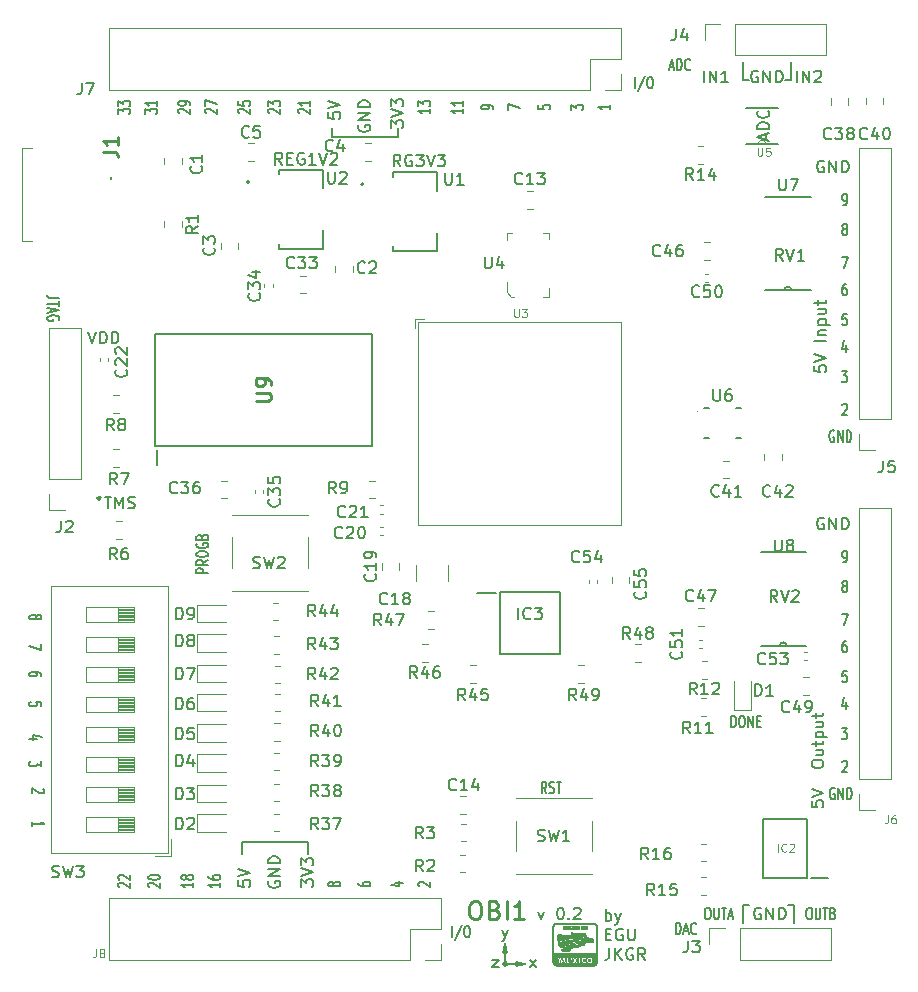
<source format=gto>
G04 #@! TF.GenerationSoftware,KiCad,Pcbnew,5.1.10-88a1d61d58~88~ubuntu20.04.1*
G04 #@! TF.CreationDate,2021-04-28T19:55:47-05:00*
G04 #@! TF.ProjectId,obi1,6f626931-2e6b-4696-9361-645f70636258,rev?*
G04 #@! TF.SameCoordinates,Original*
G04 #@! TF.FileFunction,Legend,Top*
G04 #@! TF.FilePolarity,Positive*
%FSLAX46Y46*%
G04 Gerber Fmt 4.6, Leading zero omitted, Abs format (unit mm)*
G04 Created by KiCad (PCBNEW 5.1.10-88a1d61d58~88~ubuntu20.04.1) date 2021-04-28 19:55:47*
%MOMM*%
%LPD*%
G01*
G04 APERTURE LIST*
%ADD10C,0.200000*%
%ADD11C,0.150000*%
%ADD12C,0.250000*%
%ADD13C,0.127000*%
%ADD14C,0.100000*%
%ADD15C,0.120000*%
%ADD16C,0.010000*%
%ADD17C,0.152400*%
%ADD18C,0.254000*%
G04 APERTURE END LIST*
D10*
X136906000Y-131064000D02*
X136906000Y-132080000D01*
X142494000Y-131064000D02*
X136906000Y-131064000D01*
X142494000Y-132080000D02*
X142494000Y-131064000D01*
X144526000Y-71374000D02*
X144526000Y-70612000D01*
X150114000Y-71374000D02*
X150114000Y-70612000D01*
X144526000Y-71374000D02*
X150114000Y-71374000D01*
D11*
X154714666Y-139136380D02*
X154714666Y-138136380D01*
X155548000Y-138088761D02*
X154948000Y-139374476D01*
X155914666Y-138136380D02*
X156048000Y-138136380D01*
X156114666Y-138184000D01*
X156181333Y-138279238D01*
X156214666Y-138469714D01*
X156214666Y-138803047D01*
X156181333Y-138993523D01*
X156114666Y-139088761D01*
X156048000Y-139136380D01*
X155914666Y-139136380D01*
X155848000Y-139088761D01*
X155781333Y-138993523D01*
X155748000Y-138803047D01*
X155748000Y-138469714D01*
X155781333Y-138279238D01*
X155848000Y-138184000D01*
X155914666Y-138136380D01*
X170208666Y-67254380D02*
X170208666Y-66254380D01*
X171042000Y-66206761D02*
X170442000Y-67492476D01*
X171408666Y-66254380D02*
X171542000Y-66254380D01*
X171608666Y-66302000D01*
X171675333Y-66397238D01*
X171708666Y-66587714D01*
X171708666Y-66921047D01*
X171675333Y-67111523D01*
X171608666Y-67206761D01*
X171542000Y-67254380D01*
X171408666Y-67254380D01*
X171342000Y-67206761D01*
X171275333Y-67111523D01*
X171242000Y-66921047D01*
X171242000Y-66587714D01*
X171275333Y-66397238D01*
X171342000Y-66302000D01*
X171408666Y-66254380D01*
X173123333Y-65444666D02*
X173456666Y-65444666D01*
X173056666Y-65730380D02*
X173290000Y-64730380D01*
X173523333Y-65730380D01*
X173756666Y-65730380D02*
X173756666Y-64730380D01*
X173923333Y-64730380D01*
X174023333Y-64778000D01*
X174090000Y-64873238D01*
X174123333Y-64968476D01*
X174156666Y-65158952D01*
X174156666Y-65301809D01*
X174123333Y-65492285D01*
X174090000Y-65587523D01*
X174023333Y-65682761D01*
X173923333Y-65730380D01*
X173756666Y-65730380D01*
X174856666Y-65635142D02*
X174823333Y-65682761D01*
X174723333Y-65730380D01*
X174656666Y-65730380D01*
X174556666Y-65682761D01*
X174490000Y-65587523D01*
X174456666Y-65492285D01*
X174423333Y-65301809D01*
X174423333Y-65158952D01*
X174456666Y-64968476D01*
X174490000Y-64873238D01*
X174556666Y-64778000D01*
X174656666Y-64730380D01*
X174723333Y-64730380D01*
X174823333Y-64778000D01*
X174856666Y-64825619D01*
X173664666Y-138882380D02*
X173664666Y-137882380D01*
X173831333Y-137882380D01*
X173931333Y-137930000D01*
X173998000Y-138025238D01*
X174031333Y-138120476D01*
X174064666Y-138310952D01*
X174064666Y-138453809D01*
X174031333Y-138644285D01*
X173998000Y-138739523D01*
X173931333Y-138834761D01*
X173831333Y-138882380D01*
X173664666Y-138882380D01*
X174331333Y-138596666D02*
X174664666Y-138596666D01*
X174264666Y-138882380D02*
X174498000Y-137882380D01*
X174731333Y-138882380D01*
X175364666Y-138787142D02*
X175331333Y-138834761D01*
X175231333Y-138882380D01*
X175164666Y-138882380D01*
X175064666Y-138834761D01*
X174998000Y-138739523D01*
X174964666Y-138644285D01*
X174931333Y-138453809D01*
X174931333Y-138310952D01*
X174964666Y-138120476D01*
X174998000Y-138025238D01*
X175064666Y-137930000D01*
X175164666Y-137882380D01*
X175231333Y-137882380D01*
X175331333Y-137930000D01*
X175364666Y-137977619D01*
X121451619Y-85035333D02*
X120737333Y-85035333D01*
X120594476Y-85002000D01*
X120499238Y-84935333D01*
X120451619Y-84835333D01*
X120451619Y-84768666D01*
X121451619Y-85268666D02*
X121451619Y-85668666D01*
X120451619Y-85468666D02*
X121451619Y-85468666D01*
X120737333Y-85868666D02*
X120737333Y-86202000D01*
X120451619Y-85802000D02*
X121451619Y-86035333D01*
X120451619Y-86268666D01*
X121404000Y-86868666D02*
X121451619Y-86802000D01*
X121451619Y-86702000D01*
X121404000Y-86602000D01*
X121308761Y-86535333D01*
X121213523Y-86502000D01*
X121023047Y-86468666D01*
X120880190Y-86468666D01*
X120689714Y-86502000D01*
X120594476Y-86535333D01*
X120499238Y-86602000D01*
X120451619Y-86702000D01*
X120451619Y-86768666D01*
X120499238Y-86868666D01*
X120546857Y-86902000D01*
X120880190Y-86902000D01*
X120880190Y-86768666D01*
X180848095Y-136660000D02*
X180752857Y-136612380D01*
X180610000Y-136612380D01*
X180467142Y-136660000D01*
X180371904Y-136755238D01*
X180324285Y-136850476D01*
X180276666Y-137040952D01*
X180276666Y-137183809D01*
X180324285Y-137374285D01*
X180371904Y-137469523D01*
X180467142Y-137564761D01*
X180610000Y-137612380D01*
X180705238Y-137612380D01*
X180848095Y-137564761D01*
X180895714Y-137517142D01*
X180895714Y-137183809D01*
X180705238Y-137183809D01*
X181324285Y-137612380D02*
X181324285Y-136612380D01*
X181895714Y-137612380D01*
X181895714Y-136612380D01*
X182371904Y-137612380D02*
X182371904Y-136612380D01*
X182610000Y-136612380D01*
X182752857Y-136660000D01*
X182848095Y-136755238D01*
X182895714Y-136850476D01*
X182943333Y-137040952D01*
X182943333Y-137183809D01*
X182895714Y-137374285D01*
X182848095Y-137469523D01*
X182752857Y-137564761D01*
X182610000Y-137612380D01*
X182371904Y-137612380D01*
D10*
X179324000Y-136398000D02*
X179324000Y-137922000D01*
X179324000Y-136398000D02*
X179832000Y-136398000D01*
X183134000Y-136398000D02*
X183642000Y-136398000D01*
X183642000Y-137922000D02*
X183642000Y-136398000D01*
D11*
X134056380Y-108280000D02*
X133056380Y-108280000D01*
X133056380Y-108013333D01*
X133104000Y-107946666D01*
X133151619Y-107913333D01*
X133246857Y-107880000D01*
X133389714Y-107880000D01*
X133484952Y-107913333D01*
X133532571Y-107946666D01*
X133580190Y-108013333D01*
X133580190Y-108280000D01*
X134056380Y-107180000D02*
X133580190Y-107413333D01*
X134056380Y-107580000D02*
X133056380Y-107580000D01*
X133056380Y-107313333D01*
X133104000Y-107246666D01*
X133151619Y-107213333D01*
X133246857Y-107180000D01*
X133389714Y-107180000D01*
X133484952Y-107213333D01*
X133532571Y-107246666D01*
X133580190Y-107313333D01*
X133580190Y-107580000D01*
X133056380Y-106746666D02*
X133056380Y-106613333D01*
X133104000Y-106546666D01*
X133199238Y-106480000D01*
X133389714Y-106446666D01*
X133723047Y-106446666D01*
X133913523Y-106480000D01*
X134008761Y-106546666D01*
X134056380Y-106613333D01*
X134056380Y-106746666D01*
X134008761Y-106813333D01*
X133913523Y-106880000D01*
X133723047Y-106913333D01*
X133389714Y-106913333D01*
X133199238Y-106880000D01*
X133104000Y-106813333D01*
X133056380Y-106746666D01*
X133104000Y-105780000D02*
X133056380Y-105846666D01*
X133056380Y-105946666D01*
X133104000Y-106046666D01*
X133199238Y-106113333D01*
X133294476Y-106146666D01*
X133484952Y-106180000D01*
X133627809Y-106180000D01*
X133818285Y-106146666D01*
X133913523Y-106113333D01*
X134008761Y-106046666D01*
X134056380Y-105946666D01*
X134056380Y-105880000D01*
X134008761Y-105780000D01*
X133961142Y-105746666D01*
X133627809Y-105746666D01*
X133627809Y-105880000D01*
X133532571Y-105213333D02*
X133580190Y-105113333D01*
X133627809Y-105080000D01*
X133723047Y-105046666D01*
X133865904Y-105046666D01*
X133961142Y-105080000D01*
X134008761Y-105113333D01*
X134056380Y-105180000D01*
X134056380Y-105446666D01*
X133056380Y-105446666D01*
X133056380Y-105213333D01*
X133104000Y-105146666D01*
X133151619Y-105113333D01*
X133246857Y-105080000D01*
X133342095Y-105080000D01*
X133437333Y-105113333D01*
X133484952Y-105146666D01*
X133532571Y-105213333D01*
X133532571Y-105446666D01*
X162684666Y-126944380D02*
X162451333Y-126468190D01*
X162284666Y-126944380D02*
X162284666Y-125944380D01*
X162551333Y-125944380D01*
X162618000Y-125992000D01*
X162651333Y-126039619D01*
X162684666Y-126134857D01*
X162684666Y-126277714D01*
X162651333Y-126372952D01*
X162618000Y-126420571D01*
X162551333Y-126468190D01*
X162284666Y-126468190D01*
X162951333Y-126896761D02*
X163051333Y-126944380D01*
X163218000Y-126944380D01*
X163284666Y-126896761D01*
X163318000Y-126849142D01*
X163351333Y-126753904D01*
X163351333Y-126658666D01*
X163318000Y-126563428D01*
X163284666Y-126515809D01*
X163218000Y-126468190D01*
X163084666Y-126420571D01*
X163018000Y-126372952D01*
X162984666Y-126325333D01*
X162951333Y-126230095D01*
X162951333Y-126134857D01*
X162984666Y-126039619D01*
X163018000Y-125992000D01*
X163084666Y-125944380D01*
X163251333Y-125944380D01*
X163351333Y-125992000D01*
X163551333Y-125944380D02*
X163951333Y-125944380D01*
X163751333Y-126944380D02*
X163751333Y-125944380D01*
X129087619Y-134899333D02*
X129040000Y-134866000D01*
X128992380Y-134799333D01*
X128992380Y-134632666D01*
X129040000Y-134566000D01*
X129087619Y-134532666D01*
X129182857Y-134499333D01*
X129278095Y-134499333D01*
X129420952Y-134532666D01*
X129992380Y-134932666D01*
X129992380Y-134499333D01*
X128992380Y-134066000D02*
X128992380Y-133999333D01*
X129040000Y-133932666D01*
X129087619Y-133899333D01*
X129182857Y-133866000D01*
X129373333Y-133832666D01*
X129611428Y-133832666D01*
X129801904Y-133866000D01*
X129897142Y-133899333D01*
X129944761Y-133932666D01*
X129992380Y-133999333D01*
X129992380Y-134066000D01*
X129944761Y-134132666D01*
X129897142Y-134166000D01*
X129801904Y-134199333D01*
X129611428Y-134232666D01*
X129373333Y-134232666D01*
X129182857Y-134199333D01*
X129087619Y-134166000D01*
X129040000Y-134132666D01*
X128992380Y-134066000D01*
X126547619Y-134899333D02*
X126500000Y-134866000D01*
X126452380Y-134799333D01*
X126452380Y-134632666D01*
X126500000Y-134566000D01*
X126547619Y-134532666D01*
X126642857Y-134499333D01*
X126738095Y-134499333D01*
X126880952Y-134532666D01*
X127452380Y-134932666D01*
X127452380Y-134499333D01*
X126547619Y-134232666D02*
X126500000Y-134199333D01*
X126452380Y-134132666D01*
X126452380Y-133966000D01*
X126500000Y-133899333D01*
X126547619Y-133866000D01*
X126642857Y-133832666D01*
X126738095Y-133832666D01*
X126880952Y-133866000D01*
X127452380Y-134266000D01*
X127452380Y-133832666D01*
X132786380Y-134499333D02*
X132786380Y-134899333D01*
X132786380Y-134699333D02*
X131786380Y-134699333D01*
X131929238Y-134766000D01*
X132024476Y-134832666D01*
X132072095Y-134899333D01*
X132214952Y-134099333D02*
X132167333Y-134166000D01*
X132119714Y-134199333D01*
X132024476Y-134232666D01*
X131976857Y-134232666D01*
X131881619Y-134199333D01*
X131834000Y-134166000D01*
X131786380Y-134099333D01*
X131786380Y-133966000D01*
X131834000Y-133899333D01*
X131881619Y-133866000D01*
X131976857Y-133832666D01*
X132024476Y-133832666D01*
X132119714Y-133866000D01*
X132167333Y-133899333D01*
X132214952Y-133966000D01*
X132214952Y-134099333D01*
X132262571Y-134166000D01*
X132310190Y-134199333D01*
X132405428Y-134232666D01*
X132595904Y-134232666D01*
X132691142Y-134199333D01*
X132738761Y-134166000D01*
X132786380Y-134099333D01*
X132786380Y-133966000D01*
X132738761Y-133899333D01*
X132691142Y-133866000D01*
X132595904Y-133832666D01*
X132405428Y-133832666D01*
X132310190Y-133866000D01*
X132262571Y-133899333D01*
X132214952Y-133966000D01*
X135072380Y-134499333D02*
X135072380Y-134899333D01*
X135072380Y-134699333D02*
X134072380Y-134699333D01*
X134215238Y-134766000D01*
X134310476Y-134832666D01*
X134358095Y-134899333D01*
X134072380Y-133899333D02*
X134072380Y-134032666D01*
X134120000Y-134099333D01*
X134167619Y-134132666D01*
X134310476Y-134199333D01*
X134500952Y-134232666D01*
X134881904Y-134232666D01*
X134977142Y-134199333D01*
X135024761Y-134166000D01*
X135072380Y-134099333D01*
X135072380Y-133966000D01*
X135024761Y-133899333D01*
X134977142Y-133866000D01*
X134881904Y-133832666D01*
X134643809Y-133832666D01*
X134548571Y-133866000D01*
X134500952Y-133899333D01*
X134453333Y-133966000D01*
X134453333Y-134099333D01*
X134500952Y-134166000D01*
X134548571Y-134199333D01*
X134643809Y-134232666D01*
X146772380Y-134486666D02*
X146772380Y-134620000D01*
X146820000Y-134686666D01*
X146867619Y-134720000D01*
X147010476Y-134786666D01*
X147200952Y-134820000D01*
X147581904Y-134820000D01*
X147677142Y-134786666D01*
X147724761Y-134753333D01*
X147772380Y-134686666D01*
X147772380Y-134553333D01*
X147724761Y-134486666D01*
X147677142Y-134453333D01*
X147581904Y-134420000D01*
X147343809Y-134420000D01*
X147248571Y-134453333D01*
X147200952Y-134486666D01*
X147153333Y-134553333D01*
X147153333Y-134686666D01*
X147200952Y-134753333D01*
X147248571Y-134786666D01*
X147343809Y-134820000D01*
X144660952Y-134686666D02*
X144613333Y-134753333D01*
X144565714Y-134786666D01*
X144470476Y-134820000D01*
X144422857Y-134820000D01*
X144327619Y-134786666D01*
X144280000Y-134753333D01*
X144232380Y-134686666D01*
X144232380Y-134553333D01*
X144280000Y-134486666D01*
X144327619Y-134453333D01*
X144422857Y-134420000D01*
X144470476Y-134420000D01*
X144565714Y-134453333D01*
X144613333Y-134486666D01*
X144660952Y-134553333D01*
X144660952Y-134686666D01*
X144708571Y-134753333D01*
X144756190Y-134786666D01*
X144851428Y-134820000D01*
X145041904Y-134820000D01*
X145137142Y-134786666D01*
X145184761Y-134753333D01*
X145232380Y-134686666D01*
X145232380Y-134553333D01*
X145184761Y-134486666D01*
X145137142Y-134453333D01*
X145041904Y-134420000D01*
X144851428Y-134420000D01*
X144756190Y-134453333D01*
X144708571Y-134486666D01*
X144660952Y-134553333D01*
X149899714Y-134486666D02*
X150566380Y-134486666D01*
X149518761Y-134653333D02*
X150233047Y-134820000D01*
X150233047Y-134386666D01*
X151947619Y-134820000D02*
X151900000Y-134786666D01*
X151852380Y-134720000D01*
X151852380Y-134553333D01*
X151900000Y-134486666D01*
X151947619Y-134453333D01*
X152042857Y-134420000D01*
X152138095Y-134420000D01*
X152280952Y-134453333D01*
X152852380Y-134853333D01*
X152852380Y-134420000D01*
X141946380Y-134842095D02*
X141946380Y-134223047D01*
X142327333Y-134556380D01*
X142327333Y-134413523D01*
X142374952Y-134318285D01*
X142422571Y-134270666D01*
X142517809Y-134223047D01*
X142755904Y-134223047D01*
X142851142Y-134270666D01*
X142898761Y-134318285D01*
X142946380Y-134413523D01*
X142946380Y-134699238D01*
X142898761Y-134794476D01*
X142851142Y-134842095D01*
X141946380Y-133937333D02*
X142946380Y-133604000D01*
X141946380Y-133270666D01*
X141946380Y-133032571D02*
X141946380Y-132413523D01*
X142327333Y-132746857D01*
X142327333Y-132604000D01*
X142374952Y-132508761D01*
X142422571Y-132461142D01*
X142517809Y-132413523D01*
X142755904Y-132413523D01*
X142851142Y-132461142D01*
X142898761Y-132508761D01*
X142946380Y-132604000D01*
X142946380Y-132889714D01*
X142898761Y-132984952D01*
X142851142Y-133032571D01*
X136612380Y-134302476D02*
X136612380Y-134778666D01*
X137088571Y-134826285D01*
X137040952Y-134778666D01*
X136993333Y-134683428D01*
X136993333Y-134445333D01*
X137040952Y-134350095D01*
X137088571Y-134302476D01*
X137183809Y-134254857D01*
X137421904Y-134254857D01*
X137517142Y-134302476D01*
X137564761Y-134350095D01*
X137612380Y-134445333D01*
X137612380Y-134683428D01*
X137564761Y-134778666D01*
X137517142Y-134826285D01*
X136612380Y-133969142D02*
X137612380Y-133635809D01*
X136612380Y-133302476D01*
X119594285Y-122307333D02*
X118927619Y-122307333D01*
X119975238Y-122140666D02*
X119260952Y-121974000D01*
X119260952Y-122407333D01*
X120086380Y-126546000D02*
X120134000Y-126579333D01*
X120181619Y-126646000D01*
X120181619Y-126812666D01*
X120134000Y-126879333D01*
X120086380Y-126912666D01*
X119991142Y-126946000D01*
X119895904Y-126946000D01*
X119753047Y-126912666D01*
X119181619Y-126512666D01*
X119181619Y-126946000D01*
X119499047Y-111947333D02*
X119546666Y-111880666D01*
X119594285Y-111847333D01*
X119689523Y-111814000D01*
X119737142Y-111814000D01*
X119832380Y-111847333D01*
X119880000Y-111880666D01*
X119927619Y-111947333D01*
X119927619Y-112080666D01*
X119880000Y-112147333D01*
X119832380Y-112180666D01*
X119737142Y-112214000D01*
X119689523Y-112214000D01*
X119594285Y-112180666D01*
X119546666Y-112147333D01*
X119499047Y-112080666D01*
X119499047Y-111947333D01*
X119451428Y-111880666D01*
X119403809Y-111847333D01*
X119308571Y-111814000D01*
X119118095Y-111814000D01*
X119022857Y-111847333D01*
X118975238Y-111880666D01*
X118927619Y-111947333D01*
X118927619Y-112080666D01*
X118975238Y-112147333D01*
X119022857Y-112180666D01*
X119118095Y-112214000D01*
X119308571Y-112214000D01*
X119403809Y-112180666D01*
X119451428Y-112147333D01*
X119499047Y-112080666D01*
X119927619Y-114320666D02*
X119927619Y-114787333D01*
X118927619Y-114487333D01*
X119927619Y-116973333D02*
X119927619Y-116840000D01*
X119880000Y-116773333D01*
X119832380Y-116740000D01*
X119689523Y-116673333D01*
X119499047Y-116640000D01*
X119118095Y-116640000D01*
X119022857Y-116673333D01*
X118975238Y-116706666D01*
X118927619Y-116773333D01*
X118927619Y-116906666D01*
X118975238Y-116973333D01*
X119022857Y-117006666D01*
X119118095Y-117040000D01*
X119356190Y-117040000D01*
X119451428Y-117006666D01*
X119499047Y-116973333D01*
X119546666Y-116906666D01*
X119546666Y-116773333D01*
X119499047Y-116706666D01*
X119451428Y-116673333D01*
X119356190Y-116640000D01*
X119927619Y-119546666D02*
X119927619Y-119213333D01*
X119451428Y-119180000D01*
X119499047Y-119213333D01*
X119546666Y-119280000D01*
X119546666Y-119446666D01*
X119499047Y-119513333D01*
X119451428Y-119546666D01*
X119356190Y-119580000D01*
X119118095Y-119580000D01*
X119022857Y-119546666D01*
X118975238Y-119513333D01*
X118927619Y-119446666D01*
X118927619Y-119280000D01*
X118975238Y-119213333D01*
X119022857Y-119180000D01*
X119181619Y-129740000D02*
X119181619Y-129340000D01*
X119181619Y-129540000D02*
X120181619Y-129540000D01*
X120038761Y-129473333D01*
X119943523Y-129406666D01*
X119895904Y-129340000D01*
X119927619Y-124226666D02*
X119927619Y-124660000D01*
X119546666Y-124426666D01*
X119546666Y-124526666D01*
X119499047Y-124593333D01*
X119451428Y-124626666D01*
X119356190Y-124660000D01*
X119118095Y-124660000D01*
X119022857Y-124626666D01*
X118975238Y-124593333D01*
X118927619Y-124526666D01*
X118927619Y-124326666D01*
X118975238Y-124260000D01*
X119022857Y-124226666D01*
X178344666Y-121356380D02*
X178344666Y-120356380D01*
X178511333Y-120356380D01*
X178611333Y-120404000D01*
X178678000Y-120499238D01*
X178711333Y-120594476D01*
X178744666Y-120784952D01*
X178744666Y-120927809D01*
X178711333Y-121118285D01*
X178678000Y-121213523D01*
X178611333Y-121308761D01*
X178511333Y-121356380D01*
X178344666Y-121356380D01*
X179178000Y-120356380D02*
X179311333Y-120356380D01*
X179378000Y-120404000D01*
X179444666Y-120499238D01*
X179478000Y-120689714D01*
X179478000Y-121023047D01*
X179444666Y-121213523D01*
X179378000Y-121308761D01*
X179311333Y-121356380D01*
X179178000Y-121356380D01*
X179111333Y-121308761D01*
X179044666Y-121213523D01*
X179011333Y-121023047D01*
X179011333Y-120689714D01*
X179044666Y-120499238D01*
X179111333Y-120404000D01*
X179178000Y-120356380D01*
X179778000Y-121356380D02*
X179778000Y-120356380D01*
X180178000Y-121356380D01*
X180178000Y-120356380D01*
X180511333Y-120832571D02*
X180744666Y-120832571D01*
X180844666Y-121356380D02*
X180511333Y-121356380D01*
X180511333Y-120356380D01*
X180844666Y-120356380D01*
X188093333Y-119165714D02*
X188093333Y-119832380D01*
X187926666Y-118784761D02*
X187760000Y-119499047D01*
X188193333Y-119499047D01*
X187760000Y-124261619D02*
X187793333Y-124214000D01*
X187860000Y-124166380D01*
X188026666Y-124166380D01*
X188093333Y-124214000D01*
X188126666Y-124261619D01*
X188160000Y-124356857D01*
X188160000Y-124452095D01*
X188126666Y-124594952D01*
X187726666Y-125166380D01*
X188160000Y-125166380D01*
X187893333Y-109354952D02*
X187826666Y-109307333D01*
X187793333Y-109259714D01*
X187760000Y-109164476D01*
X187760000Y-109116857D01*
X187793333Y-109021619D01*
X187826666Y-108974000D01*
X187893333Y-108926380D01*
X188026666Y-108926380D01*
X188093333Y-108974000D01*
X188126666Y-109021619D01*
X188160000Y-109116857D01*
X188160000Y-109164476D01*
X188126666Y-109259714D01*
X188093333Y-109307333D01*
X188026666Y-109354952D01*
X187893333Y-109354952D01*
X187826666Y-109402571D01*
X187793333Y-109450190D01*
X187760000Y-109545428D01*
X187760000Y-109735904D01*
X187793333Y-109831142D01*
X187826666Y-109878761D01*
X187893333Y-109926380D01*
X188026666Y-109926380D01*
X188093333Y-109878761D01*
X188126666Y-109831142D01*
X188160000Y-109735904D01*
X188160000Y-109545428D01*
X188126666Y-109450190D01*
X188093333Y-109402571D01*
X188026666Y-109354952D01*
X187826666Y-107386380D02*
X187960000Y-107386380D01*
X188026666Y-107338761D01*
X188060000Y-107291142D01*
X188126666Y-107148285D01*
X188160000Y-106957809D01*
X188160000Y-106576857D01*
X188126666Y-106481619D01*
X188093333Y-106434000D01*
X188026666Y-106386380D01*
X187893333Y-106386380D01*
X187826666Y-106434000D01*
X187793333Y-106481619D01*
X187760000Y-106576857D01*
X187760000Y-106814952D01*
X187793333Y-106910190D01*
X187826666Y-106957809D01*
X187893333Y-107005428D01*
X188026666Y-107005428D01*
X188093333Y-106957809D01*
X188126666Y-106910190D01*
X188160000Y-106814952D01*
X187726666Y-111720380D02*
X188193333Y-111720380D01*
X187893333Y-112720380D01*
X188093333Y-114006380D02*
X187960000Y-114006380D01*
X187893333Y-114054000D01*
X187860000Y-114101619D01*
X187793333Y-114244476D01*
X187760000Y-114434952D01*
X187760000Y-114815904D01*
X187793333Y-114911142D01*
X187826666Y-114958761D01*
X187893333Y-115006380D01*
X188026666Y-115006380D01*
X188093333Y-114958761D01*
X188126666Y-114911142D01*
X188160000Y-114815904D01*
X188160000Y-114577809D01*
X188126666Y-114482571D01*
X188093333Y-114434952D01*
X188026666Y-114387333D01*
X187893333Y-114387333D01*
X187826666Y-114434952D01*
X187793333Y-114482571D01*
X187760000Y-114577809D01*
X188126666Y-116546380D02*
X187793333Y-116546380D01*
X187760000Y-117022571D01*
X187793333Y-116974952D01*
X187860000Y-116927333D01*
X188026666Y-116927333D01*
X188093333Y-116974952D01*
X188126666Y-117022571D01*
X188160000Y-117117809D01*
X188160000Y-117355904D01*
X188126666Y-117451142D01*
X188093333Y-117498761D01*
X188026666Y-117546380D01*
X187860000Y-117546380D01*
X187793333Y-117498761D01*
X187760000Y-117451142D01*
X187086666Y-126500000D02*
X187020000Y-126452380D01*
X186920000Y-126452380D01*
X186820000Y-126500000D01*
X186753333Y-126595238D01*
X186720000Y-126690476D01*
X186686666Y-126880952D01*
X186686666Y-127023809D01*
X186720000Y-127214285D01*
X186753333Y-127309523D01*
X186820000Y-127404761D01*
X186920000Y-127452380D01*
X186986666Y-127452380D01*
X187086666Y-127404761D01*
X187120000Y-127357142D01*
X187120000Y-127023809D01*
X186986666Y-127023809D01*
X187420000Y-127452380D02*
X187420000Y-126452380D01*
X187820000Y-127452380D01*
X187820000Y-126452380D01*
X188153333Y-127452380D02*
X188153333Y-126452380D01*
X188320000Y-126452380D01*
X188420000Y-126500000D01*
X188486666Y-126595238D01*
X188520000Y-126690476D01*
X188553333Y-126880952D01*
X188553333Y-127023809D01*
X188520000Y-127214285D01*
X188486666Y-127309523D01*
X188420000Y-127404761D01*
X188320000Y-127452380D01*
X188153333Y-127452380D01*
X187726666Y-121372380D02*
X188160000Y-121372380D01*
X187926666Y-121753333D01*
X188026666Y-121753333D01*
X188093333Y-121800952D01*
X188126666Y-121848571D01*
X188160000Y-121943809D01*
X188160000Y-122181904D01*
X188126666Y-122277142D01*
X188093333Y-122324761D01*
X188026666Y-122372380D01*
X187826666Y-122372380D01*
X187760000Y-122324761D01*
X187726666Y-122277142D01*
X186182095Y-103640000D02*
X186086857Y-103592380D01*
X185944000Y-103592380D01*
X185801142Y-103640000D01*
X185705904Y-103735238D01*
X185658285Y-103830476D01*
X185610666Y-104020952D01*
X185610666Y-104163809D01*
X185658285Y-104354285D01*
X185705904Y-104449523D01*
X185801142Y-104544761D01*
X185944000Y-104592380D01*
X186039238Y-104592380D01*
X186182095Y-104544761D01*
X186229714Y-104497142D01*
X186229714Y-104163809D01*
X186039238Y-104163809D01*
X186658285Y-104592380D02*
X186658285Y-103592380D01*
X187229714Y-104592380D01*
X187229714Y-103592380D01*
X187705904Y-104592380D02*
X187705904Y-103592380D01*
X187944000Y-103592380D01*
X188086857Y-103640000D01*
X188182095Y-103735238D01*
X188229714Y-103830476D01*
X188277333Y-104020952D01*
X188277333Y-104163809D01*
X188229714Y-104354285D01*
X188182095Y-104449523D01*
X188086857Y-104544761D01*
X187944000Y-104592380D01*
X187705904Y-104592380D01*
X188093333Y-88939714D02*
X188093333Y-89606380D01*
X187926666Y-88558761D02*
X187760000Y-89273047D01*
X188193333Y-89273047D01*
X187760000Y-94035619D02*
X187793333Y-93988000D01*
X187860000Y-93940380D01*
X188026666Y-93940380D01*
X188093333Y-93988000D01*
X188126666Y-94035619D01*
X188160000Y-94130857D01*
X188160000Y-94226095D01*
X188126666Y-94368952D01*
X187726666Y-94940380D01*
X188160000Y-94940380D01*
X187893333Y-79128952D02*
X187826666Y-79081333D01*
X187793333Y-79033714D01*
X187760000Y-78938476D01*
X187760000Y-78890857D01*
X187793333Y-78795619D01*
X187826666Y-78748000D01*
X187893333Y-78700380D01*
X188026666Y-78700380D01*
X188093333Y-78748000D01*
X188126666Y-78795619D01*
X188160000Y-78890857D01*
X188160000Y-78938476D01*
X188126666Y-79033714D01*
X188093333Y-79081333D01*
X188026666Y-79128952D01*
X187893333Y-79128952D01*
X187826666Y-79176571D01*
X187793333Y-79224190D01*
X187760000Y-79319428D01*
X187760000Y-79509904D01*
X187793333Y-79605142D01*
X187826666Y-79652761D01*
X187893333Y-79700380D01*
X188026666Y-79700380D01*
X188093333Y-79652761D01*
X188126666Y-79605142D01*
X188160000Y-79509904D01*
X188160000Y-79319428D01*
X188126666Y-79224190D01*
X188093333Y-79176571D01*
X188026666Y-79128952D01*
X187826666Y-77160380D02*
X187960000Y-77160380D01*
X188026666Y-77112761D01*
X188060000Y-77065142D01*
X188126666Y-76922285D01*
X188160000Y-76731809D01*
X188160000Y-76350857D01*
X188126666Y-76255619D01*
X188093333Y-76208000D01*
X188026666Y-76160380D01*
X187893333Y-76160380D01*
X187826666Y-76208000D01*
X187793333Y-76255619D01*
X187760000Y-76350857D01*
X187760000Y-76588952D01*
X187793333Y-76684190D01*
X187826666Y-76731809D01*
X187893333Y-76779428D01*
X188026666Y-76779428D01*
X188093333Y-76731809D01*
X188126666Y-76684190D01*
X188160000Y-76588952D01*
X187726666Y-81494380D02*
X188193333Y-81494380D01*
X187893333Y-82494380D01*
X188093333Y-83780380D02*
X187960000Y-83780380D01*
X187893333Y-83828000D01*
X187860000Y-83875619D01*
X187793333Y-84018476D01*
X187760000Y-84208952D01*
X187760000Y-84589904D01*
X187793333Y-84685142D01*
X187826666Y-84732761D01*
X187893333Y-84780380D01*
X188026666Y-84780380D01*
X188093333Y-84732761D01*
X188126666Y-84685142D01*
X188160000Y-84589904D01*
X188160000Y-84351809D01*
X188126666Y-84256571D01*
X188093333Y-84208952D01*
X188026666Y-84161333D01*
X187893333Y-84161333D01*
X187826666Y-84208952D01*
X187793333Y-84256571D01*
X187760000Y-84351809D01*
X188126666Y-86320380D02*
X187793333Y-86320380D01*
X187760000Y-86796571D01*
X187793333Y-86748952D01*
X187860000Y-86701333D01*
X188026666Y-86701333D01*
X188093333Y-86748952D01*
X188126666Y-86796571D01*
X188160000Y-86891809D01*
X188160000Y-87129904D01*
X188126666Y-87225142D01*
X188093333Y-87272761D01*
X188026666Y-87320380D01*
X187860000Y-87320380D01*
X187793333Y-87272761D01*
X187760000Y-87225142D01*
X187036666Y-96240000D02*
X186970000Y-96192380D01*
X186870000Y-96192380D01*
X186770000Y-96240000D01*
X186703333Y-96335238D01*
X186670000Y-96430476D01*
X186636666Y-96620952D01*
X186636666Y-96763809D01*
X186670000Y-96954285D01*
X186703333Y-97049523D01*
X186770000Y-97144761D01*
X186870000Y-97192380D01*
X186936666Y-97192380D01*
X187036666Y-97144761D01*
X187070000Y-97097142D01*
X187070000Y-96763809D01*
X186936666Y-96763809D01*
X187370000Y-97192380D02*
X187370000Y-96192380D01*
X187770000Y-97192380D01*
X187770000Y-96192380D01*
X188103333Y-97192380D02*
X188103333Y-96192380D01*
X188270000Y-96192380D01*
X188370000Y-96240000D01*
X188436666Y-96335238D01*
X188470000Y-96430476D01*
X188503333Y-96620952D01*
X188503333Y-96763809D01*
X188470000Y-96954285D01*
X188436666Y-97049523D01*
X188370000Y-97144761D01*
X188270000Y-97192380D01*
X188103333Y-97192380D01*
X187726666Y-91146380D02*
X188160000Y-91146380D01*
X187926666Y-91527333D01*
X188026666Y-91527333D01*
X188093333Y-91574952D01*
X188126666Y-91622571D01*
X188160000Y-91717809D01*
X188160000Y-91955904D01*
X188126666Y-92051142D01*
X188093333Y-92098761D01*
X188026666Y-92146380D01*
X187826666Y-92146380D01*
X187760000Y-92098761D01*
X187726666Y-92051142D01*
X186182095Y-73414000D02*
X186086857Y-73366380D01*
X185944000Y-73366380D01*
X185801142Y-73414000D01*
X185705904Y-73509238D01*
X185658285Y-73604476D01*
X185610666Y-73794952D01*
X185610666Y-73937809D01*
X185658285Y-74128285D01*
X185705904Y-74223523D01*
X185801142Y-74318761D01*
X185944000Y-74366380D01*
X186039238Y-74366380D01*
X186182095Y-74318761D01*
X186229714Y-74271142D01*
X186229714Y-73937809D01*
X186039238Y-73937809D01*
X186658285Y-74366380D02*
X186658285Y-73366380D01*
X187229714Y-74366380D01*
X187229714Y-73366380D01*
X187705904Y-74366380D02*
X187705904Y-73366380D01*
X187944000Y-73366380D01*
X188086857Y-73414000D01*
X188182095Y-73509238D01*
X188229714Y-73604476D01*
X188277333Y-73794952D01*
X188277333Y-73937809D01*
X188229714Y-74128285D01*
X188182095Y-74223523D01*
X188086857Y-74318761D01*
X187944000Y-74366380D01*
X187705904Y-74366380D01*
D10*
X183388000Y-66548000D02*
X183388000Y-65024000D01*
X182880000Y-66548000D02*
X183388000Y-66548000D01*
X179324000Y-66548000D02*
X179832000Y-66548000D01*
X179324000Y-65024000D02*
X179324000Y-66548000D01*
D11*
X180594095Y-65794000D02*
X180498857Y-65746380D01*
X180356000Y-65746380D01*
X180213142Y-65794000D01*
X180117904Y-65889238D01*
X180070285Y-65984476D01*
X180022666Y-66174952D01*
X180022666Y-66317809D01*
X180070285Y-66508285D01*
X180117904Y-66603523D01*
X180213142Y-66698761D01*
X180356000Y-66746380D01*
X180451238Y-66746380D01*
X180594095Y-66698761D01*
X180641714Y-66651142D01*
X180641714Y-66317809D01*
X180451238Y-66317809D01*
X181070285Y-66746380D02*
X181070285Y-65746380D01*
X181641714Y-66746380D01*
X181641714Y-65746380D01*
X182117904Y-66746380D02*
X182117904Y-65746380D01*
X182356000Y-65746380D01*
X182498857Y-65794000D01*
X182594095Y-65889238D01*
X182641714Y-65984476D01*
X182689333Y-66174952D01*
X182689333Y-66317809D01*
X182641714Y-66508285D01*
X182594095Y-66603523D01*
X182498857Y-66698761D01*
X182356000Y-66746380D01*
X182117904Y-66746380D01*
X164806380Y-69067333D02*
X164806380Y-68634000D01*
X165187333Y-68867333D01*
X165187333Y-68767333D01*
X165234952Y-68700666D01*
X165282571Y-68667333D01*
X165377809Y-68634000D01*
X165615904Y-68634000D01*
X165711142Y-68667333D01*
X165758761Y-68700666D01*
X165806380Y-68767333D01*
X165806380Y-68967333D01*
X165758761Y-69034000D01*
X165711142Y-69067333D01*
X162012380Y-68667333D02*
X162012380Y-69000666D01*
X162488571Y-69034000D01*
X162440952Y-69000666D01*
X162393333Y-68934000D01*
X162393333Y-68767333D01*
X162440952Y-68700666D01*
X162488571Y-68667333D01*
X162583809Y-68634000D01*
X162821904Y-68634000D01*
X162917142Y-68667333D01*
X162964761Y-68700666D01*
X163012380Y-68767333D01*
X163012380Y-68934000D01*
X162964761Y-69000666D01*
X162917142Y-69034000D01*
X159472380Y-69067333D02*
X159472380Y-68600666D01*
X160472380Y-68900666D01*
X158186380Y-68967333D02*
X158186380Y-68834000D01*
X158138761Y-68767333D01*
X158091142Y-68734000D01*
X157948285Y-68667333D01*
X157757809Y-68634000D01*
X157376857Y-68634000D01*
X157281619Y-68667333D01*
X157234000Y-68700666D01*
X157186380Y-68767333D01*
X157186380Y-68900666D01*
X157234000Y-68967333D01*
X157281619Y-69000666D01*
X157376857Y-69034000D01*
X157614952Y-69034000D01*
X157710190Y-69000666D01*
X157757809Y-68967333D01*
X157805428Y-68900666D01*
X157805428Y-68767333D01*
X157757809Y-68700666D01*
X157710190Y-68667333D01*
X157614952Y-68634000D01*
X155646380Y-68967333D02*
X155646380Y-69367333D01*
X155646380Y-69167333D02*
X154646380Y-69167333D01*
X154789238Y-69234000D01*
X154884476Y-69300666D01*
X154932095Y-69367333D01*
X155646380Y-68300666D02*
X155646380Y-68700666D01*
X155646380Y-68500666D02*
X154646380Y-68500666D01*
X154789238Y-68567333D01*
X154884476Y-68634000D01*
X154932095Y-68700666D01*
X152852380Y-68967333D02*
X152852380Y-69367333D01*
X152852380Y-69167333D02*
X151852380Y-69167333D01*
X151995238Y-69234000D01*
X152090476Y-69300666D01*
X152138095Y-69367333D01*
X151852380Y-68734000D02*
X151852380Y-68300666D01*
X152233333Y-68534000D01*
X152233333Y-68434000D01*
X152280952Y-68367333D01*
X152328571Y-68334000D01*
X152423809Y-68300666D01*
X152661904Y-68300666D01*
X152757142Y-68334000D01*
X152804761Y-68367333D01*
X152852380Y-68434000D01*
X152852380Y-68634000D01*
X152804761Y-68700666D01*
X152757142Y-68734000D01*
X141787619Y-69367333D02*
X141740000Y-69334000D01*
X141692380Y-69267333D01*
X141692380Y-69100666D01*
X141740000Y-69034000D01*
X141787619Y-69000666D01*
X141882857Y-68967333D01*
X141978095Y-68967333D01*
X142120952Y-69000666D01*
X142692380Y-69400666D01*
X142692380Y-68967333D01*
X142692380Y-68300666D02*
X142692380Y-68700666D01*
X142692380Y-68500666D02*
X141692380Y-68500666D01*
X141835238Y-68567333D01*
X141930476Y-68634000D01*
X141978095Y-68700666D01*
X139247619Y-69367333D02*
X139200000Y-69334000D01*
X139152380Y-69267333D01*
X139152380Y-69100666D01*
X139200000Y-69034000D01*
X139247619Y-69000666D01*
X139342857Y-68967333D01*
X139438095Y-68967333D01*
X139580952Y-69000666D01*
X140152380Y-69400666D01*
X140152380Y-68967333D01*
X139152380Y-68734000D02*
X139152380Y-68300666D01*
X139533333Y-68534000D01*
X139533333Y-68434000D01*
X139580952Y-68367333D01*
X139628571Y-68334000D01*
X139723809Y-68300666D01*
X139961904Y-68300666D01*
X140057142Y-68334000D01*
X140104761Y-68367333D01*
X140152380Y-68434000D01*
X140152380Y-68634000D01*
X140104761Y-68700666D01*
X140057142Y-68734000D01*
X136707619Y-69367333D02*
X136660000Y-69334000D01*
X136612380Y-69267333D01*
X136612380Y-69100666D01*
X136660000Y-69034000D01*
X136707619Y-69000666D01*
X136802857Y-68967333D01*
X136898095Y-68967333D01*
X137040952Y-69000666D01*
X137612380Y-69400666D01*
X137612380Y-68967333D01*
X136612380Y-68334000D02*
X136612380Y-68667333D01*
X137088571Y-68700666D01*
X137040952Y-68667333D01*
X136993333Y-68600666D01*
X136993333Y-68434000D01*
X137040952Y-68367333D01*
X137088571Y-68334000D01*
X137183809Y-68300666D01*
X137421904Y-68300666D01*
X137517142Y-68334000D01*
X137564761Y-68367333D01*
X137612380Y-68434000D01*
X137612380Y-68600666D01*
X137564761Y-68667333D01*
X137517142Y-68700666D01*
X133913619Y-69367333D02*
X133866000Y-69334000D01*
X133818380Y-69267333D01*
X133818380Y-69100666D01*
X133866000Y-69034000D01*
X133913619Y-69000666D01*
X134008857Y-68967333D01*
X134104095Y-68967333D01*
X134246952Y-69000666D01*
X134818380Y-69400666D01*
X134818380Y-68967333D01*
X133818380Y-68734000D02*
X133818380Y-68267333D01*
X134818380Y-68567333D01*
X131627619Y-69367333D02*
X131580000Y-69334000D01*
X131532380Y-69267333D01*
X131532380Y-69100666D01*
X131580000Y-69034000D01*
X131627619Y-69000666D01*
X131722857Y-68967333D01*
X131818095Y-68967333D01*
X131960952Y-69000666D01*
X132532380Y-69400666D01*
X132532380Y-68967333D01*
X132532380Y-68634000D02*
X132532380Y-68500666D01*
X132484761Y-68434000D01*
X132437142Y-68400666D01*
X132294285Y-68334000D01*
X132103809Y-68300666D01*
X131722857Y-68300666D01*
X131627619Y-68334000D01*
X131580000Y-68367333D01*
X131532380Y-68434000D01*
X131532380Y-68567333D01*
X131580000Y-68634000D01*
X131627619Y-68667333D01*
X131722857Y-68700666D01*
X131960952Y-68700666D01*
X132056190Y-68667333D01*
X132103809Y-68634000D01*
X132151428Y-68567333D01*
X132151428Y-68434000D01*
X132103809Y-68367333D01*
X132056190Y-68334000D01*
X131960952Y-68300666D01*
X128738380Y-69400666D02*
X128738380Y-68967333D01*
X129119333Y-69200666D01*
X129119333Y-69100666D01*
X129166952Y-69034000D01*
X129214571Y-69000666D01*
X129309809Y-68967333D01*
X129547904Y-68967333D01*
X129643142Y-69000666D01*
X129690761Y-69034000D01*
X129738380Y-69100666D01*
X129738380Y-69300666D01*
X129690761Y-69367333D01*
X129643142Y-69400666D01*
X129738380Y-68300666D02*
X129738380Y-68700666D01*
X129738380Y-68500666D02*
X128738380Y-68500666D01*
X128881238Y-68567333D01*
X128976476Y-68634000D01*
X129024095Y-68700666D01*
X126452380Y-69400666D02*
X126452380Y-68967333D01*
X126833333Y-69200666D01*
X126833333Y-69100666D01*
X126880952Y-69034000D01*
X126928571Y-69000666D01*
X127023809Y-68967333D01*
X127261904Y-68967333D01*
X127357142Y-69000666D01*
X127404761Y-69034000D01*
X127452380Y-69100666D01*
X127452380Y-69300666D01*
X127404761Y-69367333D01*
X127357142Y-69400666D01*
X126452380Y-68734000D02*
X126452380Y-68300666D01*
X126833333Y-68534000D01*
X126833333Y-68434000D01*
X126880952Y-68367333D01*
X126928571Y-68334000D01*
X127023809Y-68300666D01*
X127261904Y-68300666D01*
X127357142Y-68334000D01*
X127404761Y-68367333D01*
X127452380Y-68434000D01*
X127452380Y-68634000D01*
X127404761Y-68700666D01*
X127357142Y-68734000D01*
X168092380Y-68634000D02*
X168092380Y-69034000D01*
X168092380Y-68834000D02*
X167092380Y-68834000D01*
X167235238Y-68900666D01*
X167330476Y-68967333D01*
X167378095Y-69034000D01*
X185152380Y-127574761D02*
X185152380Y-128050952D01*
X185628571Y-128098571D01*
X185580952Y-128050952D01*
X185533333Y-127955714D01*
X185533333Y-127717619D01*
X185580952Y-127622380D01*
X185628571Y-127574761D01*
X185723809Y-127527142D01*
X185961904Y-127527142D01*
X186057142Y-127574761D01*
X186104761Y-127622380D01*
X186152380Y-127717619D01*
X186152380Y-127955714D01*
X186104761Y-128050952D01*
X186057142Y-128098571D01*
X185152380Y-127241428D02*
X186152380Y-126908095D01*
X185152380Y-126574761D01*
X185152380Y-124527142D02*
X185152380Y-124336666D01*
X185200000Y-124241428D01*
X185295238Y-124146190D01*
X185485714Y-124098571D01*
X185819047Y-124098571D01*
X186009523Y-124146190D01*
X186104761Y-124241428D01*
X186152380Y-124336666D01*
X186152380Y-124527142D01*
X186104761Y-124622380D01*
X186009523Y-124717619D01*
X185819047Y-124765238D01*
X185485714Y-124765238D01*
X185295238Y-124717619D01*
X185200000Y-124622380D01*
X185152380Y-124527142D01*
X185485714Y-123241428D02*
X186152380Y-123241428D01*
X185485714Y-123670000D02*
X186009523Y-123670000D01*
X186104761Y-123622380D01*
X186152380Y-123527142D01*
X186152380Y-123384285D01*
X186104761Y-123289047D01*
X186057142Y-123241428D01*
X185485714Y-122908095D02*
X185485714Y-122527142D01*
X185152380Y-122765238D02*
X186009523Y-122765238D01*
X186104761Y-122717619D01*
X186152380Y-122622380D01*
X186152380Y-122527142D01*
X185485714Y-122193809D02*
X186485714Y-122193809D01*
X185533333Y-122193809D02*
X185485714Y-122098571D01*
X185485714Y-121908095D01*
X185533333Y-121812857D01*
X185580952Y-121765238D01*
X185676190Y-121717619D01*
X185961904Y-121717619D01*
X186057142Y-121765238D01*
X186104761Y-121812857D01*
X186152380Y-121908095D01*
X186152380Y-122098571D01*
X186104761Y-122193809D01*
X185485714Y-120860476D02*
X186152380Y-120860476D01*
X185485714Y-121289047D02*
X186009523Y-121289047D01*
X186104761Y-121241428D01*
X186152380Y-121146190D01*
X186152380Y-121003333D01*
X186104761Y-120908095D01*
X186057142Y-120860476D01*
X185485714Y-120527142D02*
X185485714Y-120146190D01*
X185152380Y-120384285D02*
X186009523Y-120384285D01*
X186104761Y-120336666D01*
X186152380Y-120241428D01*
X186152380Y-120146190D01*
X185380380Y-90717333D02*
X185380380Y-91193523D01*
X185856571Y-91241142D01*
X185808952Y-91193523D01*
X185761333Y-91098285D01*
X185761333Y-90860190D01*
X185808952Y-90764952D01*
X185856571Y-90717333D01*
X185951809Y-90669714D01*
X186189904Y-90669714D01*
X186285142Y-90717333D01*
X186332761Y-90764952D01*
X186380380Y-90860190D01*
X186380380Y-91098285D01*
X186332761Y-91193523D01*
X186285142Y-91241142D01*
X185380380Y-90384000D02*
X186380380Y-90050666D01*
X185380380Y-89717333D01*
X186380380Y-88622095D02*
X185380380Y-88622095D01*
X185713714Y-88145904D02*
X186380380Y-88145904D01*
X185808952Y-88145904D02*
X185761333Y-88098285D01*
X185713714Y-88003047D01*
X185713714Y-87860190D01*
X185761333Y-87764952D01*
X185856571Y-87717333D01*
X186380380Y-87717333D01*
X185713714Y-87241142D02*
X186713714Y-87241142D01*
X185761333Y-87241142D02*
X185713714Y-87145904D01*
X185713714Y-86955428D01*
X185761333Y-86860190D01*
X185808952Y-86812571D01*
X185904190Y-86764952D01*
X186189904Y-86764952D01*
X186285142Y-86812571D01*
X186332761Y-86860190D01*
X186380380Y-86955428D01*
X186380380Y-87145904D01*
X186332761Y-87241142D01*
X185713714Y-85907809D02*
X186380380Y-85907809D01*
X185713714Y-86336380D02*
X186237523Y-86336380D01*
X186332761Y-86288761D01*
X186380380Y-86193523D01*
X186380380Y-86050666D01*
X186332761Y-85955428D01*
X186285142Y-85907809D01*
X185713714Y-85574476D02*
X185713714Y-85193523D01*
X185380380Y-85431619D02*
X186237523Y-85431619D01*
X186332761Y-85384000D01*
X186380380Y-85288761D01*
X186380380Y-85193523D01*
X144232380Y-69278476D02*
X144232380Y-69754666D01*
X144708571Y-69802285D01*
X144660952Y-69754666D01*
X144613333Y-69659428D01*
X144613333Y-69421333D01*
X144660952Y-69326095D01*
X144708571Y-69278476D01*
X144803809Y-69230857D01*
X145041904Y-69230857D01*
X145137142Y-69278476D01*
X145184761Y-69326095D01*
X145232380Y-69421333D01*
X145232380Y-69659428D01*
X145184761Y-69754666D01*
X145137142Y-69802285D01*
X144232380Y-68945142D02*
X145232380Y-68611809D01*
X144232380Y-68278476D01*
X149566380Y-70580095D02*
X149566380Y-69961047D01*
X149947333Y-70294380D01*
X149947333Y-70151523D01*
X149994952Y-70056285D01*
X150042571Y-70008666D01*
X150137809Y-69961047D01*
X150375904Y-69961047D01*
X150471142Y-70008666D01*
X150518761Y-70056285D01*
X150566380Y-70151523D01*
X150566380Y-70437238D01*
X150518761Y-70532476D01*
X150471142Y-70580095D01*
X149566380Y-69675333D02*
X150566380Y-69342000D01*
X149566380Y-69008666D01*
X149566380Y-68770571D02*
X149566380Y-68151523D01*
X149947333Y-68484857D01*
X149947333Y-68342000D01*
X149994952Y-68246761D01*
X150042571Y-68199142D01*
X150137809Y-68151523D01*
X150375904Y-68151523D01*
X150471142Y-68199142D01*
X150518761Y-68246761D01*
X150566380Y-68342000D01*
X150566380Y-68627714D01*
X150518761Y-68722952D01*
X150471142Y-68770571D01*
X139200000Y-134365904D02*
X139152380Y-134461142D01*
X139152380Y-134604000D01*
X139200000Y-134746857D01*
X139295238Y-134842095D01*
X139390476Y-134889714D01*
X139580952Y-134937333D01*
X139723809Y-134937333D01*
X139914285Y-134889714D01*
X140009523Y-134842095D01*
X140104761Y-134746857D01*
X140152380Y-134604000D01*
X140152380Y-134508761D01*
X140104761Y-134365904D01*
X140057142Y-134318285D01*
X139723809Y-134318285D01*
X139723809Y-134508761D01*
X140152380Y-133889714D02*
X139152380Y-133889714D01*
X140152380Y-133318285D01*
X139152380Y-133318285D01*
X140152380Y-132842095D02*
X139152380Y-132842095D01*
X139152380Y-132604000D01*
X139200000Y-132461142D01*
X139295238Y-132365904D01*
X139390476Y-132318285D01*
X139580952Y-132270666D01*
X139723809Y-132270666D01*
X139914285Y-132318285D01*
X140009523Y-132365904D01*
X140104761Y-132461142D01*
X140152380Y-132604000D01*
X140152380Y-132842095D01*
X184878000Y-136612380D02*
X185011333Y-136612380D01*
X185078000Y-136660000D01*
X185144666Y-136755238D01*
X185178000Y-136945714D01*
X185178000Y-137279047D01*
X185144666Y-137469523D01*
X185078000Y-137564761D01*
X185011333Y-137612380D01*
X184878000Y-137612380D01*
X184811333Y-137564761D01*
X184744666Y-137469523D01*
X184711333Y-137279047D01*
X184711333Y-136945714D01*
X184744666Y-136755238D01*
X184811333Y-136660000D01*
X184878000Y-136612380D01*
X185478000Y-136612380D02*
X185478000Y-137421904D01*
X185511333Y-137517142D01*
X185544666Y-137564761D01*
X185611333Y-137612380D01*
X185744666Y-137612380D01*
X185811333Y-137564761D01*
X185844666Y-137517142D01*
X185878000Y-137421904D01*
X185878000Y-136612380D01*
X186111333Y-136612380D02*
X186511333Y-136612380D01*
X186311333Y-137612380D02*
X186311333Y-136612380D01*
X186978000Y-137088571D02*
X187078000Y-137136190D01*
X187111333Y-137183809D01*
X187144666Y-137279047D01*
X187144666Y-137421904D01*
X187111333Y-137517142D01*
X187078000Y-137564761D01*
X187011333Y-137612380D01*
X186744666Y-137612380D01*
X186744666Y-136612380D01*
X186978000Y-136612380D01*
X187044666Y-136660000D01*
X187078000Y-136707619D01*
X187111333Y-136802857D01*
X187111333Y-136898095D01*
X187078000Y-136993333D01*
X187044666Y-137040952D01*
X186978000Y-137088571D01*
X186744666Y-137088571D01*
X176292000Y-136612380D02*
X176425333Y-136612380D01*
X176492000Y-136660000D01*
X176558666Y-136755238D01*
X176592000Y-136945714D01*
X176592000Y-137279047D01*
X176558666Y-137469523D01*
X176492000Y-137564761D01*
X176425333Y-137612380D01*
X176292000Y-137612380D01*
X176225333Y-137564761D01*
X176158666Y-137469523D01*
X176125333Y-137279047D01*
X176125333Y-136945714D01*
X176158666Y-136755238D01*
X176225333Y-136660000D01*
X176292000Y-136612380D01*
X176892000Y-136612380D02*
X176892000Y-137421904D01*
X176925333Y-137517142D01*
X176958666Y-137564761D01*
X177025333Y-137612380D01*
X177158666Y-137612380D01*
X177225333Y-137564761D01*
X177258666Y-137517142D01*
X177292000Y-137421904D01*
X177292000Y-136612380D01*
X177525333Y-136612380D02*
X177925333Y-136612380D01*
X177725333Y-137612380D02*
X177725333Y-136612380D01*
X178125333Y-137326666D02*
X178458666Y-137326666D01*
X178058666Y-137612380D02*
X178292000Y-136612380D01*
X178525333Y-137612380D01*
X183912000Y-66746380D02*
X183912000Y-65746380D01*
X184388190Y-66746380D02*
X184388190Y-65746380D01*
X184959619Y-66746380D01*
X184959619Y-65746380D01*
X185388190Y-65841619D02*
X185435809Y-65794000D01*
X185531047Y-65746380D01*
X185769142Y-65746380D01*
X185864380Y-65794000D01*
X185912000Y-65841619D01*
X185959619Y-65936857D01*
X185959619Y-66032095D01*
X185912000Y-66174952D01*
X185340571Y-66746380D01*
X185959619Y-66746380D01*
X176038000Y-66746380D02*
X176038000Y-65746380D01*
X176514190Y-66746380D02*
X176514190Y-65746380D01*
X177085619Y-66746380D01*
X177085619Y-65746380D01*
X178085619Y-66746380D02*
X177514190Y-66746380D01*
X177799904Y-66746380D02*
X177799904Y-65746380D01*
X177704666Y-65889238D01*
X177609428Y-65984476D01*
X177514190Y-66032095D01*
X158127095Y-141009714D02*
X158650904Y-141009714D01*
X158127095Y-141676380D01*
X158650904Y-141676380D01*
X161282095Y-141676380D02*
X161805904Y-141009714D01*
X161282095Y-141009714D02*
X161805904Y-141676380D01*
X158950904Y-138469714D02*
X159189000Y-139136380D01*
X159427095Y-138469714D02*
X159189000Y-139136380D01*
X159093761Y-139374476D01*
X159046142Y-139422095D01*
X158950904Y-139469714D01*
X167721595Y-137740380D02*
X167721595Y-136740380D01*
X167721595Y-137121333D02*
X167816833Y-137073714D01*
X168007309Y-137073714D01*
X168102547Y-137121333D01*
X168150166Y-137168952D01*
X168197785Y-137264190D01*
X168197785Y-137549904D01*
X168150166Y-137645142D01*
X168102547Y-137692761D01*
X168007309Y-137740380D01*
X167816833Y-137740380D01*
X167721595Y-137692761D01*
X168531119Y-137073714D02*
X168769214Y-137740380D01*
X169007309Y-137073714D02*
X168769214Y-137740380D01*
X168673976Y-137978476D01*
X168626357Y-138026095D01*
X168531119Y-138073714D01*
X167721595Y-138866571D02*
X168054928Y-138866571D01*
X168197785Y-139390380D02*
X167721595Y-139390380D01*
X167721595Y-138390380D01*
X168197785Y-138390380D01*
X169150166Y-138438000D02*
X169054928Y-138390380D01*
X168912071Y-138390380D01*
X168769214Y-138438000D01*
X168673976Y-138533238D01*
X168626357Y-138628476D01*
X168578738Y-138818952D01*
X168578738Y-138961809D01*
X168626357Y-139152285D01*
X168673976Y-139247523D01*
X168769214Y-139342761D01*
X168912071Y-139390380D01*
X169007309Y-139390380D01*
X169150166Y-139342761D01*
X169197785Y-139295142D01*
X169197785Y-138961809D01*
X169007309Y-138961809D01*
X169626357Y-138390380D02*
X169626357Y-139199904D01*
X169673976Y-139295142D01*
X169721595Y-139342761D01*
X169816833Y-139390380D01*
X170007309Y-139390380D01*
X170102547Y-139342761D01*
X170150166Y-139295142D01*
X170197785Y-139199904D01*
X170197785Y-138390380D01*
X168007309Y-140040380D02*
X168007309Y-140754666D01*
X167959690Y-140897523D01*
X167864452Y-140992761D01*
X167721595Y-141040380D01*
X167626357Y-141040380D01*
X168483500Y-141040380D02*
X168483500Y-140040380D01*
X169054928Y-141040380D02*
X168626357Y-140468952D01*
X169054928Y-140040380D02*
X168483500Y-140611809D01*
X170007309Y-140088000D02*
X169912071Y-140040380D01*
X169769214Y-140040380D01*
X169626357Y-140088000D01*
X169531119Y-140183238D01*
X169483500Y-140278476D01*
X169435880Y-140468952D01*
X169435880Y-140611809D01*
X169483500Y-140802285D01*
X169531119Y-140897523D01*
X169626357Y-140992761D01*
X169769214Y-141040380D01*
X169864452Y-141040380D01*
X170007309Y-140992761D01*
X170054928Y-140945142D01*
X170054928Y-140611809D01*
X169864452Y-140611809D01*
X171054928Y-141040380D02*
X170721595Y-140564190D01*
X170483500Y-141040380D02*
X170483500Y-140040380D01*
X170864452Y-140040380D01*
X170959690Y-140088000D01*
X171007309Y-140135619D01*
X171054928Y-140230857D01*
X171054928Y-140373714D01*
X171007309Y-140468952D01*
X170959690Y-140516571D01*
X170864452Y-140564190D01*
X170483500Y-140564190D01*
X162020476Y-136945714D02*
X162258571Y-137612380D01*
X162496666Y-136945714D01*
X163830000Y-136612380D02*
X163925238Y-136612380D01*
X164020476Y-136660000D01*
X164068095Y-136707619D01*
X164115714Y-136802857D01*
X164163333Y-136993333D01*
X164163333Y-137231428D01*
X164115714Y-137421904D01*
X164068095Y-137517142D01*
X164020476Y-137564761D01*
X163925238Y-137612380D01*
X163830000Y-137612380D01*
X163734761Y-137564761D01*
X163687142Y-137517142D01*
X163639523Y-137421904D01*
X163591904Y-137231428D01*
X163591904Y-136993333D01*
X163639523Y-136802857D01*
X163687142Y-136707619D01*
X163734761Y-136660000D01*
X163830000Y-136612380D01*
X164591904Y-137517142D02*
X164639523Y-137564761D01*
X164591904Y-137612380D01*
X164544285Y-137564761D01*
X164591904Y-137517142D01*
X164591904Y-137612380D01*
X165020476Y-136707619D02*
X165068095Y-136660000D01*
X165163333Y-136612380D01*
X165401428Y-136612380D01*
X165496666Y-136660000D01*
X165544285Y-136707619D01*
X165591904Y-136802857D01*
X165591904Y-136898095D01*
X165544285Y-137040952D01*
X164972857Y-137612380D01*
X165591904Y-137612380D01*
D12*
X156531714Y-136084571D02*
X156817428Y-136084571D01*
X156960285Y-136156000D01*
X157103142Y-136298857D01*
X157174571Y-136584571D01*
X157174571Y-137084571D01*
X157103142Y-137370285D01*
X156960285Y-137513142D01*
X156817428Y-137584571D01*
X156531714Y-137584571D01*
X156388857Y-137513142D01*
X156246000Y-137370285D01*
X156174571Y-137084571D01*
X156174571Y-136584571D01*
X156246000Y-136298857D01*
X156388857Y-136156000D01*
X156531714Y-136084571D01*
X158317428Y-136798857D02*
X158531714Y-136870285D01*
X158603142Y-136941714D01*
X158674571Y-137084571D01*
X158674571Y-137298857D01*
X158603142Y-137441714D01*
X158531714Y-137513142D01*
X158388857Y-137584571D01*
X157817428Y-137584571D01*
X157817428Y-136084571D01*
X158317428Y-136084571D01*
X158460285Y-136156000D01*
X158531714Y-136227428D01*
X158603142Y-136370285D01*
X158603142Y-136513142D01*
X158531714Y-136656000D01*
X158460285Y-136727428D01*
X158317428Y-136798857D01*
X157817428Y-136798857D01*
X159317428Y-137584571D02*
X159317428Y-136084571D01*
X160817428Y-137584571D02*
X159960285Y-137584571D01*
X160388857Y-137584571D02*
X160388857Y-136084571D01*
X160246000Y-136298857D01*
X160103142Y-136441714D01*
X159960285Y-136513142D01*
D11*
X146820000Y-70357904D02*
X146772380Y-70453142D01*
X146772380Y-70596000D01*
X146820000Y-70738857D01*
X146915238Y-70834095D01*
X147010476Y-70881714D01*
X147200952Y-70929333D01*
X147343809Y-70929333D01*
X147534285Y-70881714D01*
X147629523Y-70834095D01*
X147724761Y-70738857D01*
X147772380Y-70596000D01*
X147772380Y-70500761D01*
X147724761Y-70357904D01*
X147677142Y-70310285D01*
X147343809Y-70310285D01*
X147343809Y-70500761D01*
X147772380Y-69881714D02*
X146772380Y-69881714D01*
X147772380Y-69310285D01*
X146772380Y-69310285D01*
X147772380Y-68834095D02*
X146772380Y-68834095D01*
X146772380Y-68596000D01*
X146820000Y-68453142D01*
X146915238Y-68357904D01*
X147010476Y-68310285D01*
X147200952Y-68262666D01*
X147343809Y-68262666D01*
X147534285Y-68310285D01*
X147629523Y-68357904D01*
X147724761Y-68453142D01*
X147772380Y-68596000D01*
X147772380Y-68834095D01*
X123888666Y-87844380D02*
X124222000Y-88844380D01*
X124555333Y-87844380D01*
X124888666Y-88844380D02*
X124888666Y-87844380D01*
X125126761Y-87844380D01*
X125269619Y-87892000D01*
X125364857Y-87987238D01*
X125412476Y-88082476D01*
X125460095Y-88272952D01*
X125460095Y-88415809D01*
X125412476Y-88606285D01*
X125364857Y-88701523D01*
X125269619Y-88796761D01*
X125126761Y-88844380D01*
X124888666Y-88844380D01*
X125888666Y-88844380D02*
X125888666Y-87844380D01*
X126126761Y-87844380D01*
X126269619Y-87892000D01*
X126364857Y-87987238D01*
X126412476Y-88082476D01*
X126460095Y-88272952D01*
X126460095Y-88415809D01*
X126412476Y-88606285D01*
X126364857Y-88701523D01*
X126269619Y-88796761D01*
X126126761Y-88844380D01*
X125888666Y-88844380D01*
X124809428Y-101814380D02*
X124714190Y-101862000D01*
X124666571Y-101957238D01*
X124714190Y-102052476D01*
X124809428Y-102100095D01*
X124904666Y-102052476D01*
X124952285Y-101957238D01*
X124904666Y-101862000D01*
X124809428Y-101814380D01*
X125285619Y-101814380D02*
X125857047Y-101814380D01*
X125571333Y-102814380D02*
X125571333Y-101814380D01*
X126190380Y-102814380D02*
X126190380Y-101814380D01*
X126523714Y-102528666D01*
X126857047Y-101814380D01*
X126857047Y-102814380D01*
X127285619Y-102766761D02*
X127428476Y-102814380D01*
X127666571Y-102814380D01*
X127761809Y-102766761D01*
X127809428Y-102719142D01*
X127857047Y-102623904D01*
X127857047Y-102528666D01*
X127809428Y-102433428D01*
X127761809Y-102385809D01*
X127666571Y-102338190D01*
X127476095Y-102290571D01*
X127380857Y-102242952D01*
X127333238Y-102195333D01*
X127285619Y-102100095D01*
X127285619Y-102004857D01*
X127333238Y-101909619D01*
X127380857Y-101862000D01*
X127476095Y-101814380D01*
X127714190Y-101814380D01*
X127857047Y-101862000D01*
D13*
X179140000Y-96880000D02*
X178740000Y-96880000D01*
X176040000Y-96880000D02*
X176440000Y-96880000D01*
X179140000Y-94280000D02*
X178740000Y-94280000D01*
X176440000Y-94280000D02*
X176040000Y-94280000D01*
D14*
X175540000Y-94580000D02*
G75*
G03*
X175540000Y-94580000I-50000J0D01*
G01*
D13*
X143740000Y-80820000D02*
X143740000Y-79248500D01*
X140040000Y-80820000D02*
X143740000Y-80820000D01*
X140040000Y-80403500D02*
X140040000Y-80820000D01*
X143740000Y-74120000D02*
X143740000Y-75691500D01*
X140040000Y-74120000D02*
X143740000Y-74120000D01*
X140040000Y-74536500D02*
X140040000Y-74120000D01*
D10*
X137538000Y-75170000D02*
G75*
G03*
X137538000Y-75170000I-100000J0D01*
G01*
D13*
X153410000Y-81023200D02*
X153410000Y-79451700D01*
X149710000Y-81023200D02*
X153410000Y-81023200D01*
X149710000Y-80606700D02*
X149710000Y-81023200D01*
X153410000Y-74323200D02*
X153410000Y-75894700D01*
X149710000Y-74323200D02*
X153410000Y-74323200D01*
X149710000Y-74739700D02*
X149710000Y-74323200D01*
D10*
X147208000Y-75373200D02*
G75*
G03*
X147208000Y-75373200I-100000J0D01*
G01*
D14*
X119158000Y-72270000D02*
X119158000Y-72270000D01*
X119158000Y-72270000D02*
X118333000Y-72270000D01*
X118333000Y-72270000D02*
X118333000Y-72270000D01*
X118333000Y-72270000D02*
X119158000Y-72270000D01*
X118333000Y-72270000D02*
X118333000Y-80130000D01*
X118333000Y-80130000D02*
X118333000Y-80130000D01*
X118333000Y-80130000D02*
X118333000Y-72270000D01*
X118333000Y-72270000D02*
X118333000Y-72270000D01*
X118333000Y-80130000D02*
X118333000Y-80130000D01*
X118333000Y-80130000D02*
X119158000Y-80130000D01*
X119158000Y-80130000D02*
X119158000Y-80130000D01*
X119158000Y-80130000D02*
X118333000Y-80130000D01*
D10*
X125858000Y-74800000D02*
X125858000Y-74800000D01*
X125858000Y-74900000D02*
X125858000Y-74900000D01*
X125858000Y-74800000D02*
X125858000Y-74800000D01*
X125858000Y-74900000D02*
G75*
G02*
X125858000Y-74800000I0J50000D01*
G01*
X125858000Y-74800000D02*
G75*
G02*
X125858000Y-74900000I0J-50000D01*
G01*
X125858000Y-74900000D02*
G75*
G02*
X125858000Y-74800000I0J50000D01*
G01*
D15*
X181135000Y-98168748D02*
X181135000Y-98691252D01*
X182605000Y-98168748D02*
X182605000Y-98691252D01*
X177648748Y-100245000D02*
X178171252Y-100245000D01*
X177648748Y-98775000D02*
X178171252Y-98775000D01*
D10*
X129710000Y-99135000D02*
X129710000Y-97840000D01*
X147965000Y-97490000D02*
X129555000Y-97490000D01*
X147965000Y-88030000D02*
X147965000Y-97490000D01*
X129555000Y-88030000D02*
X147965000Y-88030000D01*
X129555000Y-97490000D02*
X129555000Y-88030000D01*
D15*
X147312748Y-71909000D02*
X147835252Y-71909000D01*
X147312748Y-73379000D02*
X147835252Y-73379000D01*
X144807000Y-82288748D02*
X144807000Y-82811252D01*
X146277000Y-82288748D02*
X146277000Y-82811252D01*
X131799000Y-78512936D02*
X131799000Y-78967064D01*
X130329000Y-78512936D02*
X130329000Y-78967064D01*
D16*
G36*
X159173170Y-139625267D02*
G01*
X159180460Y-139643591D01*
X159191804Y-139682644D01*
X159206356Y-139738618D01*
X159223272Y-139807705D01*
X159241709Y-139886095D01*
X159260823Y-139969981D01*
X159279768Y-140055554D01*
X159297702Y-140139005D01*
X159313779Y-140216527D01*
X159327157Y-140284309D01*
X159336990Y-140338545D01*
X159342435Y-140375426D01*
X159342836Y-140390770D01*
X159330649Y-140403437D01*
X159303055Y-140409765D01*
X159264748Y-140411200D01*
X159194500Y-140411200D01*
X159194500Y-141144718D01*
X159232857Y-141160606D01*
X159273776Y-141186614D01*
X159311906Y-141225489D01*
X159337738Y-141267154D01*
X159340528Y-141274731D01*
X159343745Y-141282147D01*
X159350015Y-141287963D01*
X159362148Y-141292375D01*
X159382955Y-141295576D01*
X159415245Y-141297760D01*
X159461831Y-141299120D01*
X159525522Y-141299851D01*
X159609129Y-141300146D01*
X159709705Y-141300200D01*
X160070800Y-141300200D01*
X160070800Y-141231905D01*
X160074382Y-141183500D01*
X160084422Y-141153539D01*
X160088437Y-141148972D01*
X160099377Y-141145815D01*
X160121879Y-141146391D01*
X160158155Y-141151086D01*
X160210418Y-141160287D01*
X160280879Y-141174382D01*
X160371751Y-141193756D01*
X160476218Y-141216784D01*
X160569905Y-141237810D01*
X160655692Y-141257363D01*
X160730402Y-141274696D01*
X160790859Y-141289060D01*
X160833888Y-141299709D01*
X160856313Y-141305894D01*
X160858630Y-141306816D01*
X160869489Y-141325425D01*
X160868848Y-141350957D01*
X160857509Y-141369255D01*
X160855025Y-141370467D01*
X160839005Y-141374682D01*
X160801427Y-141383695D01*
X160745518Y-141396761D01*
X160674507Y-141413131D01*
X160591620Y-141432059D01*
X160500086Y-141452797D01*
X160472272Y-141459069D01*
X160360239Y-141483999D01*
X160270736Y-141503180D01*
X160201644Y-141516991D01*
X160150841Y-141525807D01*
X160116209Y-141530006D01*
X160095627Y-141529964D01*
X160088097Y-141527345D01*
X160076828Y-141504442D01*
X160071209Y-141462308D01*
X160070800Y-141444694D01*
X160070800Y-141376400D01*
X159361503Y-141376400D01*
X159331976Y-141429249D01*
X159306303Y-141467462D01*
X159277495Y-141499640D01*
X159268471Y-141507223D01*
X159224997Y-141527201D01*
X159169295Y-141536840D01*
X159112758Y-141535140D01*
X159073220Y-141524339D01*
X159018494Y-141487541D01*
X158980939Y-141437902D01*
X158960646Y-141380416D01*
X158957705Y-141320077D01*
X158972207Y-141261881D01*
X159004245Y-141210821D01*
X159053910Y-141171893D01*
X159066671Y-141165690D01*
X159118681Y-141142743D01*
X159115315Y-140780146D01*
X159111950Y-140417550D01*
X159035750Y-140411200D01*
X158993229Y-140406737D01*
X158969903Y-140400400D01*
X158959587Y-140389221D01*
X158956371Y-140373100D01*
X158958272Y-140352799D01*
X158965220Y-140311229D01*
X158976525Y-140251864D01*
X158991498Y-140178180D01*
X159009449Y-140093650D01*
X159029687Y-140001749D01*
X159033036Y-139986840D01*
X159058354Y-139876005D01*
X159079314Y-139788002D01*
X159096493Y-139720746D01*
X159110472Y-139672152D01*
X159121830Y-139640138D01*
X159131146Y-139622619D01*
X159135384Y-139618540D01*
X159157426Y-139612186D01*
X159173170Y-139625267D01*
G37*
X159173170Y-139625267D02*
X159180460Y-139643591D01*
X159191804Y-139682644D01*
X159206356Y-139738618D01*
X159223272Y-139807705D01*
X159241709Y-139886095D01*
X159260823Y-139969981D01*
X159279768Y-140055554D01*
X159297702Y-140139005D01*
X159313779Y-140216527D01*
X159327157Y-140284309D01*
X159336990Y-140338545D01*
X159342435Y-140375426D01*
X159342836Y-140390770D01*
X159330649Y-140403437D01*
X159303055Y-140409765D01*
X159264748Y-140411200D01*
X159194500Y-140411200D01*
X159194500Y-141144718D01*
X159232857Y-141160606D01*
X159273776Y-141186614D01*
X159311906Y-141225489D01*
X159337738Y-141267154D01*
X159340528Y-141274731D01*
X159343745Y-141282147D01*
X159350015Y-141287963D01*
X159362148Y-141292375D01*
X159382955Y-141295576D01*
X159415245Y-141297760D01*
X159461831Y-141299120D01*
X159525522Y-141299851D01*
X159609129Y-141300146D01*
X159709705Y-141300200D01*
X160070800Y-141300200D01*
X160070800Y-141231905D01*
X160074382Y-141183500D01*
X160084422Y-141153539D01*
X160088437Y-141148972D01*
X160099377Y-141145815D01*
X160121879Y-141146391D01*
X160158155Y-141151086D01*
X160210418Y-141160287D01*
X160280879Y-141174382D01*
X160371751Y-141193756D01*
X160476218Y-141216784D01*
X160569905Y-141237810D01*
X160655692Y-141257363D01*
X160730402Y-141274696D01*
X160790859Y-141289060D01*
X160833888Y-141299709D01*
X160856313Y-141305894D01*
X160858630Y-141306816D01*
X160869489Y-141325425D01*
X160868848Y-141350957D01*
X160857509Y-141369255D01*
X160855025Y-141370467D01*
X160839005Y-141374682D01*
X160801427Y-141383695D01*
X160745518Y-141396761D01*
X160674507Y-141413131D01*
X160591620Y-141432059D01*
X160500086Y-141452797D01*
X160472272Y-141459069D01*
X160360239Y-141483999D01*
X160270736Y-141503180D01*
X160201644Y-141516991D01*
X160150841Y-141525807D01*
X160116209Y-141530006D01*
X160095627Y-141529964D01*
X160088097Y-141527345D01*
X160076828Y-141504442D01*
X160071209Y-141462308D01*
X160070800Y-141444694D01*
X160070800Y-141376400D01*
X159361503Y-141376400D01*
X159331976Y-141429249D01*
X159306303Y-141467462D01*
X159277495Y-141499640D01*
X159268471Y-141507223D01*
X159224997Y-141527201D01*
X159169295Y-141536840D01*
X159112758Y-141535140D01*
X159073220Y-141524339D01*
X159018494Y-141487541D01*
X158980939Y-141437902D01*
X158960646Y-141380416D01*
X158957705Y-141320077D01*
X158972207Y-141261881D01*
X159004245Y-141210821D01*
X159053910Y-141171893D01*
X159066671Y-141165690D01*
X159118681Y-141142743D01*
X159115315Y-140780146D01*
X159111950Y-140417550D01*
X159035750Y-140411200D01*
X158993229Y-140406737D01*
X158969903Y-140400400D01*
X158959587Y-140389221D01*
X158956371Y-140373100D01*
X158958272Y-140352799D01*
X158965220Y-140311229D01*
X158976525Y-140251864D01*
X158991498Y-140178180D01*
X159009449Y-140093650D01*
X159029687Y-140001749D01*
X159033036Y-139986840D01*
X159058354Y-139876005D01*
X159079314Y-139788002D01*
X159096493Y-139720746D01*
X159110472Y-139672152D01*
X159121830Y-139640138D01*
X159131146Y-139622619D01*
X159135384Y-139618540D01*
X159157426Y-139612186D01*
X159173170Y-139625267D01*
G36*
X166765254Y-137904694D02*
G01*
X166843868Y-137952993D01*
X166913092Y-138018296D01*
X166964711Y-138092644D01*
X166998650Y-138156950D01*
X166998650Y-141255750D01*
X166969281Y-141315374D01*
X166921108Y-141389084D01*
X166856022Y-141454774D01*
X166782506Y-141503962D01*
X166778874Y-141505781D01*
X166719250Y-141535150D01*
X165119050Y-141537574D01*
X164876287Y-141537898D01*
X164657715Y-141538091D01*
X164462125Y-141538142D01*
X164288309Y-141538040D01*
X164135058Y-141537775D01*
X164001163Y-141537336D01*
X163885415Y-141536713D01*
X163786606Y-141535896D01*
X163703527Y-141534873D01*
X163634969Y-141533635D01*
X163579724Y-141532171D01*
X163536582Y-141530469D01*
X163504335Y-141528521D01*
X163481775Y-141526315D01*
X163467693Y-141523841D01*
X163465422Y-141523201D01*
X163388780Y-141487242D01*
X163318974Y-141432368D01*
X163261216Y-141364204D01*
X163221945Y-141290675D01*
X163614582Y-141290675D01*
X163625939Y-141295422D01*
X163656227Y-141298835D01*
X163698986Y-141300198D01*
X163700670Y-141300200D01*
X163787241Y-141300200D01*
X163810088Y-141178900D01*
X163820479Y-141128296D01*
X163830070Y-141089676D01*
X163837535Y-141067977D01*
X163840592Y-141065259D01*
X163847336Y-141080139D01*
X163858933Y-141113513D01*
X163873369Y-141159419D01*
X163880490Y-141183384D01*
X163912730Y-141293850D01*
X164031018Y-141301502D01*
X164052020Y-141227826D01*
X164071347Y-141160367D01*
X164085060Y-141114004D01*
X164094422Y-141085383D01*
X164100693Y-141071149D01*
X164105135Y-141067947D01*
X164109011Y-141072421D01*
X164109862Y-141074006D01*
X164116547Y-141094548D01*
X164125423Y-141131732D01*
X164133746Y-141173200D01*
X164144284Y-141230386D01*
X164153212Y-141267241D01*
X164164528Y-141288209D01*
X164182232Y-141297730D01*
X164210320Y-141300249D01*
X164248045Y-141300200D01*
X164334180Y-141300200D01*
X164282201Y-141048289D01*
X164344350Y-141048289D01*
X164345386Y-141100555D01*
X164349998Y-141136412D01*
X164360440Y-141164818D01*
X164378964Y-141194728D01*
X164382450Y-141199714D01*
X164437905Y-141258619D01*
X164506405Y-141295979D01*
X164588637Y-141312131D01*
X164613455Y-141312900D01*
X164663817Y-141310154D01*
X164710207Y-141303055D01*
X164735481Y-141295741D01*
X164771013Y-141274276D01*
X164807089Y-141242189D01*
X164837466Y-141206355D01*
X164855903Y-141173644D01*
X164858700Y-141160058D01*
X164855592Y-141145710D01*
X164842302Y-141138182D01*
X164812878Y-141135382D01*
X164787678Y-141135100D01*
X164734305Y-141138959D01*
X164697125Y-141151884D01*
X164684365Y-141160500D01*
X164650218Y-141178871D01*
X164617400Y-141185900D01*
X164577930Y-141176631D01*
X164542849Y-141153203D01*
X164520151Y-141122182D01*
X164515800Y-141102428D01*
X164515800Y-141071600D01*
X164871400Y-141071600D01*
X164871329Y-141030325D01*
X164860171Y-140947428D01*
X164828594Y-140877823D01*
X164778983Y-140823620D01*
X164713727Y-140786928D01*
X164706051Y-140785259D01*
X164833300Y-140785259D01*
X164839481Y-140797753D01*
X164856290Y-140827422D01*
X164881121Y-140869756D01*
X164909804Y-140917660D01*
X164986309Y-141044302D01*
X164914719Y-141162726D01*
X164885093Y-141211748D01*
X164860334Y-141252740D01*
X164843399Y-141280808D01*
X164837465Y-141290675D01*
X164846266Y-141295228D01*
X164874704Y-141298596D01*
X164917026Y-141300158D01*
X164925782Y-141300200D01*
X165019763Y-141300200D01*
X165090151Y-141170872D01*
X165164013Y-141300200D01*
X165252656Y-141300200D01*
X165296406Y-141299182D01*
X165328077Y-141296504D01*
X165341238Y-141292729D01*
X165341300Y-141292438D01*
X165335134Y-141278895D01*
X165318564Y-141248845D01*
X165294476Y-141207422D01*
X165278192Y-141180198D01*
X165249923Y-141132644D01*
X165226370Y-141091628D01*
X165210922Y-141063120D01*
X165207179Y-141055122D01*
X165209959Y-141033738D01*
X165226294Y-140995247D01*
X165254693Y-140943008D01*
X165263545Y-140928122D01*
X165299702Y-140868295D01*
X165323100Y-140827099D01*
X165333518Y-140801072D01*
X165330731Y-140786754D01*
X165314518Y-140780684D01*
X165286939Y-140779500D01*
X165379400Y-140779500D01*
X165379400Y-141300200D01*
X165544500Y-141300200D01*
X165544500Y-141039015D01*
X165595578Y-141039015D01*
X165607157Y-141118469D01*
X165641182Y-141188703D01*
X165695475Y-141246734D01*
X165767859Y-141289574D01*
X165782599Y-141295426D01*
X165818556Y-141303737D01*
X165866500Y-141308386D01*
X165918903Y-141309456D01*
X165968236Y-141307033D01*
X166006973Y-141301199D01*
X166026985Y-141292694D01*
X166033657Y-141272950D01*
X166029823Y-141235103D01*
X166025731Y-141215790D01*
X166011074Y-141152291D01*
X165922796Y-141153220D01*
X165875090Y-141152849D01*
X165844992Y-141148981D01*
X165824743Y-141139355D01*
X165806583Y-141121705D01*
X165803809Y-141118516D01*
X165776707Y-141070724D01*
X165774110Y-141038131D01*
X166030446Y-141038131D01*
X166042000Y-141113383D01*
X166078164Y-141184864D01*
X166105026Y-141218051D01*
X166169665Y-141270817D01*
X166243369Y-141301265D01*
X166322037Y-141308801D01*
X166401571Y-141292828D01*
X166453433Y-141268603D01*
X166515502Y-141218765D01*
X166558516Y-141155968D01*
X166581746Y-141084844D01*
X166584462Y-141010021D01*
X166565934Y-140936130D01*
X166525433Y-140867801D01*
X166517989Y-140858967D01*
X166457387Y-140807571D01*
X166387252Y-140776735D01*
X166312381Y-140766168D01*
X166237570Y-140775580D01*
X166167617Y-140804682D01*
X166107318Y-140853184D01*
X166081800Y-140885338D01*
X166043660Y-140961363D01*
X166030446Y-141038131D01*
X165774110Y-141038131D01*
X165772741Y-141020952D01*
X165791599Y-140974633D01*
X165813411Y-140951037D01*
X165839741Y-140931707D01*
X165865647Y-140922260D01*
X165901046Y-140920168D01*
X165929916Y-140921333D01*
X166006109Y-140925550D01*
X166021344Y-140857948D01*
X166029493Y-140818935D01*
X166030374Y-140797439D01*
X166022560Y-140786260D01*
X166005613Y-140778573D01*
X165965292Y-140770123D01*
X165910512Y-140767240D01*
X165851567Y-140769798D01*
X165798753Y-140777670D01*
X165784813Y-140781296D01*
X165714301Y-140814993D01*
X165657329Y-140867441D01*
X165617198Y-140934144D01*
X165597207Y-141010607D01*
X165595578Y-141039015D01*
X165544500Y-141039015D01*
X165544500Y-140779500D01*
X165379400Y-140779500D01*
X165286939Y-140779500D01*
X165284656Y-140779402D01*
X165253972Y-140779500D01*
X165163927Y-140779500D01*
X165131258Y-140843969D01*
X165109636Y-140881395D01*
X165091857Y-140896236D01*
X165074733Y-140888002D01*
X165055078Y-140856201D01*
X165042882Y-140830373D01*
X165019942Y-140779500D01*
X164926621Y-140779500D01*
X164881601Y-140780219D01*
X164848498Y-140782118D01*
X164833581Y-140784811D01*
X164833300Y-140785259D01*
X164706051Y-140785259D01*
X164635211Y-140769858D01*
X164577255Y-140770367D01*
X164495300Y-140787839D01*
X164430853Y-140823666D01*
X164384100Y-140877625D01*
X164355230Y-140949492D01*
X164344429Y-141039044D01*
X164344350Y-141048289D01*
X164282201Y-141048289D01*
X164228048Y-140785850D01*
X164041848Y-140785850D01*
X164007529Y-140906500D01*
X163973211Y-141027150D01*
X163946782Y-140938250D01*
X163932292Y-140888608D01*
X163919712Y-140843931D01*
X163911768Y-140813899D01*
X163906258Y-140795493D01*
X163896890Y-140785182D01*
X163877620Y-140781014D01*
X163842403Y-140781035D01*
X163813475Y-140782149D01*
X163723768Y-140785850D01*
X163669416Y-141033500D01*
X163652794Y-141109586D01*
X163638177Y-141177168D01*
X163626398Y-141232337D01*
X163618290Y-141271184D01*
X163614687Y-141289802D01*
X163614582Y-141290675D01*
X163221945Y-141290675D01*
X163220716Y-141288375D01*
X163207555Y-141244832D01*
X163205214Y-141224526D01*
X163203160Y-141186268D01*
X163201388Y-141129382D01*
X163199894Y-141053189D01*
X163198674Y-140957014D01*
X163197724Y-140840178D01*
X163197038Y-140702004D01*
X163196998Y-140686868D01*
X164541200Y-140686868D01*
X164548795Y-140700108D01*
X164566288Y-140721700D01*
X164585736Y-140742611D01*
X164599197Y-140753811D01*
X164600323Y-140754100D01*
X164612751Y-140748906D01*
X164641914Y-140735208D01*
X164681815Y-140715831D01*
X164687009Y-140713274D01*
X164727288Y-140692436D01*
X164756739Y-140675342D01*
X164769636Y-140665345D01*
X164769800Y-140664782D01*
X164762008Y-140646063D01*
X164742700Y-140619699D01*
X164717976Y-140592279D01*
X164693937Y-140570391D01*
X164676685Y-140560622D01*
X164673731Y-140561047D01*
X164654450Y-140575402D01*
X164626252Y-140599870D01*
X164595002Y-140628881D01*
X164566567Y-140656867D01*
X164546812Y-140678258D01*
X164541200Y-140686868D01*
X163196998Y-140686868D01*
X163196613Y-140541816D01*
X163196444Y-140358935D01*
X163196528Y-140152685D01*
X163196859Y-139922388D01*
X163197431Y-139668250D01*
X163198904Y-139100202D01*
X163271193Y-139100202D01*
X163271199Y-139294448D01*
X163271200Y-139333296D01*
X163271200Y-140449300D01*
X166928800Y-140449300D01*
X166928800Y-139333296D01*
X166928807Y-139134506D01*
X166928770Y-138959480D01*
X166928598Y-138806580D01*
X166928202Y-138674171D01*
X166927491Y-138560616D01*
X166926377Y-138464279D01*
X166924770Y-138383522D01*
X166922578Y-138316711D01*
X166919714Y-138262207D01*
X166916087Y-138218375D01*
X166911607Y-138183578D01*
X166906184Y-138156180D01*
X166899729Y-138134545D01*
X166892153Y-138117035D01*
X166883364Y-138102014D01*
X166873274Y-138087846D01*
X166861793Y-138072894D01*
X166859496Y-138069895D01*
X166829748Y-138039705D01*
X166788217Y-138007855D01*
X166760579Y-137990723D01*
X166693850Y-137953750D01*
X163506150Y-137953750D01*
X163439420Y-137990723D01*
X163396263Y-138018885D01*
X163357657Y-138051177D01*
X163340503Y-138069895D01*
X163328752Y-138085173D01*
X163318410Y-138099363D01*
X163309387Y-138114101D01*
X163301591Y-138131024D01*
X163294935Y-138151769D01*
X163289327Y-138177971D01*
X163284678Y-138211268D01*
X163280899Y-138253296D01*
X163277900Y-138305690D01*
X163275590Y-138370089D01*
X163273881Y-138448128D01*
X163272682Y-138541443D01*
X163271903Y-138651672D01*
X163271455Y-138780450D01*
X163271248Y-138929415D01*
X163271193Y-139100202D01*
X163198904Y-139100202D01*
X163201350Y-138156950D01*
X163235288Y-138092644D01*
X163287253Y-138017898D01*
X163356551Y-137952670D01*
X163434745Y-137904694D01*
X163493450Y-137877550D01*
X166706550Y-137877550D01*
X166765254Y-137904694D01*
G37*
X166765254Y-137904694D02*
X166843868Y-137952993D01*
X166913092Y-138018296D01*
X166964711Y-138092644D01*
X166998650Y-138156950D01*
X166998650Y-141255750D01*
X166969281Y-141315374D01*
X166921108Y-141389084D01*
X166856022Y-141454774D01*
X166782506Y-141503962D01*
X166778874Y-141505781D01*
X166719250Y-141535150D01*
X165119050Y-141537574D01*
X164876287Y-141537898D01*
X164657715Y-141538091D01*
X164462125Y-141538142D01*
X164288309Y-141538040D01*
X164135058Y-141537775D01*
X164001163Y-141537336D01*
X163885415Y-141536713D01*
X163786606Y-141535896D01*
X163703527Y-141534873D01*
X163634969Y-141533635D01*
X163579724Y-141532171D01*
X163536582Y-141530469D01*
X163504335Y-141528521D01*
X163481775Y-141526315D01*
X163467693Y-141523841D01*
X163465422Y-141523201D01*
X163388780Y-141487242D01*
X163318974Y-141432368D01*
X163261216Y-141364204D01*
X163221945Y-141290675D01*
X163614582Y-141290675D01*
X163625939Y-141295422D01*
X163656227Y-141298835D01*
X163698986Y-141300198D01*
X163700670Y-141300200D01*
X163787241Y-141300200D01*
X163810088Y-141178900D01*
X163820479Y-141128296D01*
X163830070Y-141089676D01*
X163837535Y-141067977D01*
X163840592Y-141065259D01*
X163847336Y-141080139D01*
X163858933Y-141113513D01*
X163873369Y-141159419D01*
X163880490Y-141183384D01*
X163912730Y-141293850D01*
X164031018Y-141301502D01*
X164052020Y-141227826D01*
X164071347Y-141160367D01*
X164085060Y-141114004D01*
X164094422Y-141085383D01*
X164100693Y-141071149D01*
X164105135Y-141067947D01*
X164109011Y-141072421D01*
X164109862Y-141074006D01*
X164116547Y-141094548D01*
X164125423Y-141131732D01*
X164133746Y-141173200D01*
X164144284Y-141230386D01*
X164153212Y-141267241D01*
X164164528Y-141288209D01*
X164182232Y-141297730D01*
X164210320Y-141300249D01*
X164248045Y-141300200D01*
X164334180Y-141300200D01*
X164282201Y-141048289D01*
X164344350Y-141048289D01*
X164345386Y-141100555D01*
X164349998Y-141136412D01*
X164360440Y-141164818D01*
X164378964Y-141194728D01*
X164382450Y-141199714D01*
X164437905Y-141258619D01*
X164506405Y-141295979D01*
X164588637Y-141312131D01*
X164613455Y-141312900D01*
X164663817Y-141310154D01*
X164710207Y-141303055D01*
X164735481Y-141295741D01*
X164771013Y-141274276D01*
X164807089Y-141242189D01*
X164837466Y-141206355D01*
X164855903Y-141173644D01*
X164858700Y-141160058D01*
X164855592Y-141145710D01*
X164842302Y-141138182D01*
X164812878Y-141135382D01*
X164787678Y-141135100D01*
X164734305Y-141138959D01*
X164697125Y-141151884D01*
X164684365Y-141160500D01*
X164650218Y-141178871D01*
X164617400Y-141185900D01*
X164577930Y-141176631D01*
X164542849Y-141153203D01*
X164520151Y-141122182D01*
X164515800Y-141102428D01*
X164515800Y-141071600D01*
X164871400Y-141071600D01*
X164871329Y-141030325D01*
X164860171Y-140947428D01*
X164828594Y-140877823D01*
X164778983Y-140823620D01*
X164713727Y-140786928D01*
X164706051Y-140785259D01*
X164833300Y-140785259D01*
X164839481Y-140797753D01*
X164856290Y-140827422D01*
X164881121Y-140869756D01*
X164909804Y-140917660D01*
X164986309Y-141044302D01*
X164914719Y-141162726D01*
X164885093Y-141211748D01*
X164860334Y-141252740D01*
X164843399Y-141280808D01*
X164837465Y-141290675D01*
X164846266Y-141295228D01*
X164874704Y-141298596D01*
X164917026Y-141300158D01*
X164925782Y-141300200D01*
X165019763Y-141300200D01*
X165090151Y-141170872D01*
X165164013Y-141300200D01*
X165252656Y-141300200D01*
X165296406Y-141299182D01*
X165328077Y-141296504D01*
X165341238Y-141292729D01*
X165341300Y-141292438D01*
X165335134Y-141278895D01*
X165318564Y-141248845D01*
X165294476Y-141207422D01*
X165278192Y-141180198D01*
X165249923Y-141132644D01*
X165226370Y-141091628D01*
X165210922Y-141063120D01*
X165207179Y-141055122D01*
X165209959Y-141033738D01*
X165226294Y-140995247D01*
X165254693Y-140943008D01*
X165263545Y-140928122D01*
X165299702Y-140868295D01*
X165323100Y-140827099D01*
X165333518Y-140801072D01*
X165330731Y-140786754D01*
X165314518Y-140780684D01*
X165286939Y-140779500D01*
X165379400Y-140779500D01*
X165379400Y-141300200D01*
X165544500Y-141300200D01*
X165544500Y-141039015D01*
X165595578Y-141039015D01*
X165607157Y-141118469D01*
X165641182Y-141188703D01*
X165695475Y-141246734D01*
X165767859Y-141289574D01*
X165782599Y-141295426D01*
X165818556Y-141303737D01*
X165866500Y-141308386D01*
X165918903Y-141309456D01*
X165968236Y-141307033D01*
X166006973Y-141301199D01*
X166026985Y-141292694D01*
X166033657Y-141272950D01*
X166029823Y-141235103D01*
X166025731Y-141215790D01*
X166011074Y-141152291D01*
X165922796Y-141153220D01*
X165875090Y-141152849D01*
X165844992Y-141148981D01*
X165824743Y-141139355D01*
X165806583Y-141121705D01*
X165803809Y-141118516D01*
X165776707Y-141070724D01*
X165774110Y-141038131D01*
X166030446Y-141038131D01*
X166042000Y-141113383D01*
X166078164Y-141184864D01*
X166105026Y-141218051D01*
X166169665Y-141270817D01*
X166243369Y-141301265D01*
X166322037Y-141308801D01*
X166401571Y-141292828D01*
X166453433Y-141268603D01*
X166515502Y-141218765D01*
X166558516Y-141155968D01*
X166581746Y-141084844D01*
X166584462Y-141010021D01*
X166565934Y-140936130D01*
X166525433Y-140867801D01*
X166517989Y-140858967D01*
X166457387Y-140807571D01*
X166387252Y-140776735D01*
X166312381Y-140766168D01*
X166237570Y-140775580D01*
X166167617Y-140804682D01*
X166107318Y-140853184D01*
X166081800Y-140885338D01*
X166043660Y-140961363D01*
X166030446Y-141038131D01*
X165774110Y-141038131D01*
X165772741Y-141020952D01*
X165791599Y-140974633D01*
X165813411Y-140951037D01*
X165839741Y-140931707D01*
X165865647Y-140922260D01*
X165901046Y-140920168D01*
X165929916Y-140921333D01*
X166006109Y-140925550D01*
X166021344Y-140857948D01*
X166029493Y-140818935D01*
X166030374Y-140797439D01*
X166022560Y-140786260D01*
X166005613Y-140778573D01*
X165965292Y-140770123D01*
X165910512Y-140767240D01*
X165851567Y-140769798D01*
X165798753Y-140777670D01*
X165784813Y-140781296D01*
X165714301Y-140814993D01*
X165657329Y-140867441D01*
X165617198Y-140934144D01*
X165597207Y-141010607D01*
X165595578Y-141039015D01*
X165544500Y-141039015D01*
X165544500Y-140779500D01*
X165379400Y-140779500D01*
X165286939Y-140779500D01*
X165284656Y-140779402D01*
X165253972Y-140779500D01*
X165163927Y-140779500D01*
X165131258Y-140843969D01*
X165109636Y-140881395D01*
X165091857Y-140896236D01*
X165074733Y-140888002D01*
X165055078Y-140856201D01*
X165042882Y-140830373D01*
X165019942Y-140779500D01*
X164926621Y-140779500D01*
X164881601Y-140780219D01*
X164848498Y-140782118D01*
X164833581Y-140784811D01*
X164833300Y-140785259D01*
X164706051Y-140785259D01*
X164635211Y-140769858D01*
X164577255Y-140770367D01*
X164495300Y-140787839D01*
X164430853Y-140823666D01*
X164384100Y-140877625D01*
X164355230Y-140949492D01*
X164344429Y-141039044D01*
X164344350Y-141048289D01*
X164282201Y-141048289D01*
X164228048Y-140785850D01*
X164041848Y-140785850D01*
X164007529Y-140906500D01*
X163973211Y-141027150D01*
X163946782Y-140938250D01*
X163932292Y-140888608D01*
X163919712Y-140843931D01*
X163911768Y-140813899D01*
X163906258Y-140795493D01*
X163896890Y-140785182D01*
X163877620Y-140781014D01*
X163842403Y-140781035D01*
X163813475Y-140782149D01*
X163723768Y-140785850D01*
X163669416Y-141033500D01*
X163652794Y-141109586D01*
X163638177Y-141177168D01*
X163626398Y-141232337D01*
X163618290Y-141271184D01*
X163614687Y-141289802D01*
X163614582Y-141290675D01*
X163221945Y-141290675D01*
X163220716Y-141288375D01*
X163207555Y-141244832D01*
X163205214Y-141224526D01*
X163203160Y-141186268D01*
X163201388Y-141129382D01*
X163199894Y-141053189D01*
X163198674Y-140957014D01*
X163197724Y-140840178D01*
X163197038Y-140702004D01*
X163196998Y-140686868D01*
X164541200Y-140686868D01*
X164548795Y-140700108D01*
X164566288Y-140721700D01*
X164585736Y-140742611D01*
X164599197Y-140753811D01*
X164600323Y-140754100D01*
X164612751Y-140748906D01*
X164641914Y-140735208D01*
X164681815Y-140715831D01*
X164687009Y-140713274D01*
X164727288Y-140692436D01*
X164756739Y-140675342D01*
X164769636Y-140665345D01*
X164769800Y-140664782D01*
X164762008Y-140646063D01*
X164742700Y-140619699D01*
X164717976Y-140592279D01*
X164693937Y-140570391D01*
X164676685Y-140560622D01*
X164673731Y-140561047D01*
X164654450Y-140575402D01*
X164626252Y-140599870D01*
X164595002Y-140628881D01*
X164566567Y-140656867D01*
X164546812Y-140678258D01*
X164541200Y-140686868D01*
X163196998Y-140686868D01*
X163196613Y-140541816D01*
X163196444Y-140358935D01*
X163196528Y-140152685D01*
X163196859Y-139922388D01*
X163197431Y-139668250D01*
X163198904Y-139100202D01*
X163271193Y-139100202D01*
X163271199Y-139294448D01*
X163271200Y-139333296D01*
X163271200Y-140449300D01*
X166928800Y-140449300D01*
X166928800Y-139333296D01*
X166928807Y-139134506D01*
X166928770Y-138959480D01*
X166928598Y-138806580D01*
X166928202Y-138674171D01*
X166927491Y-138560616D01*
X166926377Y-138464279D01*
X166924770Y-138383522D01*
X166922578Y-138316711D01*
X166919714Y-138262207D01*
X166916087Y-138218375D01*
X166911607Y-138183578D01*
X166906184Y-138156180D01*
X166899729Y-138134545D01*
X166892153Y-138117035D01*
X166883364Y-138102014D01*
X166873274Y-138087846D01*
X166861793Y-138072894D01*
X166859496Y-138069895D01*
X166829748Y-138039705D01*
X166788217Y-138007855D01*
X166760579Y-137990723D01*
X166693850Y-137953750D01*
X163506150Y-137953750D01*
X163439420Y-137990723D01*
X163396263Y-138018885D01*
X163357657Y-138051177D01*
X163340503Y-138069895D01*
X163328752Y-138085173D01*
X163318410Y-138099363D01*
X163309387Y-138114101D01*
X163301591Y-138131024D01*
X163294935Y-138151769D01*
X163289327Y-138177971D01*
X163284678Y-138211268D01*
X163280899Y-138253296D01*
X163277900Y-138305690D01*
X163275590Y-138370089D01*
X163273881Y-138448128D01*
X163272682Y-138541443D01*
X163271903Y-138651672D01*
X163271455Y-138780450D01*
X163271248Y-138929415D01*
X163271193Y-139100202D01*
X163198904Y-139100202D01*
X163201350Y-138156950D01*
X163235288Y-138092644D01*
X163287253Y-138017898D01*
X163356551Y-137952670D01*
X163434745Y-137904694D01*
X163493450Y-137877550D01*
X166706550Y-137877550D01*
X166765254Y-137904694D01*
G36*
X164624080Y-140888930D02*
G01*
X164662461Y-140904522D01*
X164692515Y-140930315D01*
X164706149Y-140961216D01*
X164706300Y-140964688D01*
X164694635Y-140967227D01*
X164663781Y-140969105D01*
X164619944Y-140969976D01*
X164611050Y-140970000D01*
X164565520Y-140968791D01*
X164531840Y-140965592D01*
X164516216Y-140961049D01*
X164515800Y-140960125D01*
X164525878Y-140934960D01*
X164550084Y-140908679D01*
X164579369Y-140890565D01*
X164585463Y-140888631D01*
X164624080Y-140888930D01*
G37*
X164624080Y-140888930D02*
X164662461Y-140904522D01*
X164692515Y-140930315D01*
X164706149Y-140961216D01*
X164706300Y-140964688D01*
X164694635Y-140967227D01*
X164663781Y-140969105D01*
X164619944Y-140969976D01*
X164611050Y-140970000D01*
X164565520Y-140968791D01*
X164531840Y-140965592D01*
X164516216Y-140961049D01*
X164515800Y-140960125D01*
X164525878Y-140934960D01*
X164550084Y-140908679D01*
X164579369Y-140890565D01*
X164585463Y-140888631D01*
X164624080Y-140888930D01*
G36*
X166367272Y-140941045D02*
G01*
X166381725Y-140952078D01*
X166409373Y-140981636D01*
X166419931Y-141014707D01*
X166420800Y-141033920D01*
X166410761Y-141082358D01*
X166384334Y-141121733D01*
X166347056Y-141148127D01*
X166304461Y-141157623D01*
X166262086Y-141146303D01*
X166262050Y-141146282D01*
X166218325Y-141109650D01*
X166195710Y-141064709D01*
X166195071Y-141016482D01*
X166217272Y-140969992D01*
X166229323Y-140956323D01*
X166273550Y-140925944D01*
X166319758Y-140920845D01*
X166367272Y-140941045D01*
G37*
X166367272Y-140941045D02*
X166381725Y-140952078D01*
X166409373Y-140981636D01*
X166419931Y-141014707D01*
X166420800Y-141033920D01*
X166410761Y-141082358D01*
X166384334Y-141121733D01*
X166347056Y-141148127D01*
X166304461Y-141157623D01*
X166262086Y-141146303D01*
X166262050Y-141146282D01*
X166218325Y-141109650D01*
X166195710Y-141064709D01*
X166195071Y-141016482D01*
X166217272Y-140969992D01*
X166229323Y-140956323D01*
X166273550Y-140925944D01*
X166319758Y-140920845D01*
X166367272Y-140941045D01*
G36*
X164953275Y-139590746D02*
G01*
X164976879Y-139603797D01*
X165009307Y-139630565D01*
X165041547Y-139663134D01*
X165099873Y-139728006D01*
X165071693Y-139767978D01*
X165050165Y-139794217D01*
X165013655Y-139834143D01*
X164965727Y-139884236D01*
X164909950Y-139940979D01*
X164849888Y-140000853D01*
X164789107Y-140060338D01*
X164731173Y-140115918D01*
X164679653Y-140164073D01*
X164638113Y-140201285D01*
X164610118Y-140224035D01*
X164607917Y-140225572D01*
X164563714Y-140250103D01*
X164516207Y-140268564D01*
X164499967Y-140272644D01*
X164462900Y-140276982D01*
X164407696Y-140279983D01*
X164340603Y-140281667D01*
X164267864Y-140282053D01*
X164195726Y-140281161D01*
X164130435Y-140279012D01*
X164078235Y-140275625D01*
X164046100Y-140271195D01*
X164009004Y-140254928D01*
X163975705Y-140227519D01*
X163949741Y-140194379D01*
X163934645Y-140160922D01*
X163933953Y-140132559D01*
X163945680Y-140117458D01*
X164004859Y-140081749D01*
X164082479Y-140036695D01*
X164174410Y-139984593D01*
X164276519Y-139927743D01*
X164384673Y-139868443D01*
X164494741Y-139808991D01*
X164602590Y-139751686D01*
X164614789Y-139745272D01*
X164713967Y-139693641D01*
X164793059Y-139653565D01*
X164854101Y-139624115D01*
X164899127Y-139604361D01*
X164930172Y-139593375D01*
X164949272Y-139590228D01*
X164953275Y-139590746D01*
G37*
X164953275Y-139590746D02*
X164976879Y-139603797D01*
X165009307Y-139630565D01*
X165041547Y-139663134D01*
X165099873Y-139728006D01*
X165071693Y-139767978D01*
X165050165Y-139794217D01*
X165013655Y-139834143D01*
X164965727Y-139884236D01*
X164909950Y-139940979D01*
X164849888Y-140000853D01*
X164789107Y-140060338D01*
X164731173Y-140115918D01*
X164679653Y-140164073D01*
X164638113Y-140201285D01*
X164610118Y-140224035D01*
X164607917Y-140225572D01*
X164563714Y-140250103D01*
X164516207Y-140268564D01*
X164499967Y-140272644D01*
X164462900Y-140276982D01*
X164407696Y-140279983D01*
X164340603Y-140281667D01*
X164267864Y-140282053D01*
X164195726Y-140281161D01*
X164130435Y-140279012D01*
X164078235Y-140275625D01*
X164046100Y-140271195D01*
X164009004Y-140254928D01*
X163975705Y-140227519D01*
X163949741Y-140194379D01*
X163934645Y-140160922D01*
X163933953Y-140132559D01*
X163945680Y-140117458D01*
X164004859Y-140081749D01*
X164082479Y-140036695D01*
X164174410Y-139984593D01*
X164276519Y-139927743D01*
X164384673Y-139868443D01*
X164494741Y-139808991D01*
X164602590Y-139751686D01*
X164614789Y-139745272D01*
X164713967Y-139693641D01*
X164793059Y-139653565D01*
X164854101Y-139624115D01*
X164899127Y-139604361D01*
X164930172Y-139593375D01*
X164949272Y-139590228D01*
X164953275Y-139590746D01*
G36*
X164789718Y-139311225D02*
G01*
X164805906Y-139326974D01*
X164825964Y-139358964D01*
X164846035Y-139399242D01*
X164862263Y-139439851D01*
X164870792Y-139472838D01*
X164871275Y-139479464D01*
X164860809Y-139506321D01*
X164836475Y-139529577D01*
X164811518Y-139544123D01*
X164767223Y-139567996D01*
X164707104Y-139599437D01*
X164634675Y-139636686D01*
X164553451Y-139677982D01*
X164466946Y-139721567D01*
X164378675Y-139765681D01*
X164292151Y-139808564D01*
X164210889Y-139848456D01*
X164138403Y-139883598D01*
X164078208Y-139912230D01*
X164033818Y-139932591D01*
X164018207Y-139939303D01*
X163955269Y-139963370D01*
X163909216Y-139975488D01*
X163874597Y-139975798D01*
X163845961Y-139964445D01*
X163820908Y-139944475D01*
X163779432Y-139896354D01*
X163743675Y-139837691D01*
X163715034Y-139773393D01*
X163694904Y-139708371D01*
X163684679Y-139647533D01*
X163685756Y-139595790D01*
X163699530Y-139558050D01*
X163708341Y-139548436D01*
X163725591Y-139541228D01*
X163762924Y-139529832D01*
X163815624Y-139515556D01*
X163878976Y-139499709D01*
X163913387Y-139491554D01*
X163991367Y-139473384D01*
X164085148Y-139451482D01*
X164185806Y-139427934D01*
X164284420Y-139404827D01*
X164344350Y-139390762D01*
X164476439Y-139360471D01*
X164584774Y-139337251D01*
X164669967Y-139320994D01*
X164732627Y-139311590D01*
X164773365Y-139308931D01*
X164789718Y-139311225D01*
G37*
X164789718Y-139311225D02*
X164805906Y-139326974D01*
X164825964Y-139358964D01*
X164846035Y-139399242D01*
X164862263Y-139439851D01*
X164870792Y-139472838D01*
X164871275Y-139479464D01*
X164860809Y-139506321D01*
X164836475Y-139529577D01*
X164811518Y-139544123D01*
X164767223Y-139567996D01*
X164707104Y-139599437D01*
X164634675Y-139636686D01*
X164553451Y-139677982D01*
X164466946Y-139721567D01*
X164378675Y-139765681D01*
X164292151Y-139808564D01*
X164210889Y-139848456D01*
X164138403Y-139883598D01*
X164078208Y-139912230D01*
X164033818Y-139932591D01*
X164018207Y-139939303D01*
X163955269Y-139963370D01*
X163909216Y-139975488D01*
X163874597Y-139975798D01*
X163845961Y-139964445D01*
X163820908Y-139944475D01*
X163779432Y-139896354D01*
X163743675Y-139837691D01*
X163715034Y-139773393D01*
X163694904Y-139708371D01*
X163684679Y-139647533D01*
X163685756Y-139595790D01*
X163699530Y-139558050D01*
X163708341Y-139548436D01*
X163725591Y-139541228D01*
X163762924Y-139529832D01*
X163815624Y-139515556D01*
X163878976Y-139499709D01*
X163913387Y-139491554D01*
X163991367Y-139473384D01*
X164085148Y-139451482D01*
X164185806Y-139427934D01*
X164284420Y-139404827D01*
X164344350Y-139390762D01*
X164476439Y-139360471D01*
X164584774Y-139337251D01*
X164669967Y-139320994D01*
X164732627Y-139311590D01*
X164773365Y-139308931D01*
X164789718Y-139311225D01*
G36*
X165880142Y-139692298D02*
G01*
X165890157Y-139697677D01*
X165898947Y-139714221D01*
X165897070Y-139719963D01*
X165883559Y-139725406D01*
X165849283Y-139737105D01*
X165797784Y-139753955D01*
X165732605Y-139774850D01*
X165657291Y-139798684D01*
X165575384Y-139824350D01*
X165490429Y-139850742D01*
X165405968Y-139876756D01*
X165325544Y-139901284D01*
X165252702Y-139923221D01*
X165190985Y-139941460D01*
X165147837Y-139953813D01*
X165104631Y-139964210D01*
X165071757Y-139969029D01*
X165055974Y-139967305D01*
X165055721Y-139966977D01*
X165054866Y-139942398D01*
X165072356Y-139903865D01*
X165096315Y-139868089D01*
X165143016Y-139823567D01*
X165211024Y-139785068D01*
X165296690Y-139753894D01*
X165396362Y-139731346D01*
X165506392Y-139718722D01*
X165517359Y-139718080D01*
X165582917Y-139713649D01*
X165659637Y-139707101D01*
X165733503Y-139699661D01*
X165751303Y-139697639D01*
X165813867Y-139691233D01*
X165855474Y-139689453D01*
X165880142Y-139692298D01*
G37*
X165880142Y-139692298D02*
X165890157Y-139697677D01*
X165898947Y-139714221D01*
X165897070Y-139719963D01*
X165883559Y-139725406D01*
X165849283Y-139737105D01*
X165797784Y-139753955D01*
X165732605Y-139774850D01*
X165657291Y-139798684D01*
X165575384Y-139824350D01*
X165490429Y-139850742D01*
X165405968Y-139876756D01*
X165325544Y-139901284D01*
X165252702Y-139923221D01*
X165190985Y-139941460D01*
X165147837Y-139953813D01*
X165104631Y-139964210D01*
X165071757Y-139969029D01*
X165055974Y-139967305D01*
X165055721Y-139966977D01*
X165054866Y-139942398D01*
X165072356Y-139903865D01*
X165096315Y-139868089D01*
X165143016Y-139823567D01*
X165211024Y-139785068D01*
X165296690Y-139753894D01*
X165396362Y-139731346D01*
X165506392Y-139718722D01*
X165517359Y-139718080D01*
X165582917Y-139713649D01*
X165659637Y-139707101D01*
X165733503Y-139699661D01*
X165751303Y-139697639D01*
X165813867Y-139691233D01*
X165855474Y-139689453D01*
X165880142Y-139692298D01*
G36*
X166040599Y-139116258D02*
G01*
X166131225Y-139125571D01*
X166223522Y-139137658D01*
X166312730Y-139151662D01*
X166394089Y-139166725D01*
X166462839Y-139181991D01*
X166514219Y-139196601D01*
X166536527Y-139205581D01*
X166574070Y-139231350D01*
X166599921Y-139266917D01*
X166615694Y-139316461D01*
X166623002Y-139384160D01*
X166624000Y-139432044D01*
X166624000Y-139547600D01*
X166589893Y-139547600D01*
X166555798Y-139538963D01*
X166526915Y-139520476D01*
X166498043Y-139493352D01*
X166227646Y-139532913D01*
X166149074Y-139544739D01*
X166058664Y-139558892D01*
X165960662Y-139574656D01*
X165859313Y-139591314D01*
X165758863Y-139608151D01*
X165663558Y-139624449D01*
X165577643Y-139639493D01*
X165505364Y-139652565D01*
X165450966Y-139662949D01*
X165425807Y-139668234D01*
X165393406Y-139667541D01*
X165376225Y-139661189D01*
X165357886Y-139643976D01*
X165354000Y-139633564D01*
X165362688Y-139620232D01*
X165386825Y-139592238D01*
X165423519Y-139552491D01*
X165469878Y-139503902D01*
X165523012Y-139449381D01*
X165580028Y-139391837D01*
X165638035Y-139334181D01*
X165694142Y-139279323D01*
X165745456Y-139230173D01*
X165789087Y-139189640D01*
X165822143Y-139160636D01*
X165831049Y-139153459D01*
X165895349Y-139103676D01*
X166040599Y-139116258D01*
G37*
X166040599Y-139116258D02*
X166131225Y-139125571D01*
X166223522Y-139137658D01*
X166312730Y-139151662D01*
X166394089Y-139166725D01*
X166462839Y-139181991D01*
X166514219Y-139196601D01*
X166536527Y-139205581D01*
X166574070Y-139231350D01*
X166599921Y-139266917D01*
X166615694Y-139316461D01*
X166623002Y-139384160D01*
X166624000Y-139432044D01*
X166624000Y-139547600D01*
X166589893Y-139547600D01*
X166555798Y-139538963D01*
X166526915Y-139520476D01*
X166498043Y-139493352D01*
X166227646Y-139532913D01*
X166149074Y-139544739D01*
X166058664Y-139558892D01*
X165960662Y-139574656D01*
X165859313Y-139591314D01*
X165758863Y-139608151D01*
X165663558Y-139624449D01*
X165577643Y-139639493D01*
X165505364Y-139652565D01*
X165450966Y-139662949D01*
X165425807Y-139668234D01*
X165393406Y-139667541D01*
X165376225Y-139661189D01*
X165357886Y-139643976D01*
X165354000Y-139633564D01*
X165362688Y-139620232D01*
X165386825Y-139592238D01*
X165423519Y-139552491D01*
X165469878Y-139503902D01*
X165523012Y-139449381D01*
X165580028Y-139391837D01*
X165638035Y-139334181D01*
X165694142Y-139279323D01*
X165745456Y-139230173D01*
X165789087Y-139189640D01*
X165822143Y-139160636D01*
X165831049Y-139153459D01*
X165895349Y-139103676D01*
X166040599Y-139116258D01*
G36*
X165021884Y-139092463D02*
G01*
X165050766Y-139093165D01*
X165190700Y-139096750D01*
X165213687Y-139164719D01*
X165238513Y-139226149D01*
X165269388Y-139274451D01*
X165312900Y-139318538D01*
X165348706Y-139347355D01*
X165382411Y-139374617D01*
X165406868Y-139397422D01*
X165415726Y-139408928D01*
X165409060Y-139422491D01*
X165388313Y-139448412D01*
X165358150Y-139481912D01*
X165323235Y-139518211D01*
X165288233Y-139552527D01*
X165257808Y-139580081D01*
X165236625Y-139596092D01*
X165230966Y-139598275D01*
X165214560Y-139593156D01*
X165183292Y-139580111D01*
X165157150Y-139568158D01*
X165096364Y-139530322D01*
X165033939Y-139476088D01*
X164977160Y-139412841D01*
X164933314Y-139347962D01*
X164925990Y-139333923D01*
X164902290Y-139273181D01*
X164888691Y-139211950D01*
X164886211Y-139157609D01*
X164895870Y-139117538D01*
X164896028Y-139117242D01*
X164904001Y-139105162D01*
X164915671Y-139097407D01*
X164935941Y-139093214D01*
X164969711Y-139091820D01*
X165021884Y-139092463D01*
G37*
X165021884Y-139092463D02*
X165050766Y-139093165D01*
X165190700Y-139096750D01*
X165213687Y-139164719D01*
X165238513Y-139226149D01*
X165269388Y-139274451D01*
X165312900Y-139318538D01*
X165348706Y-139347355D01*
X165382411Y-139374617D01*
X165406868Y-139397422D01*
X165415726Y-139408928D01*
X165409060Y-139422491D01*
X165388313Y-139448412D01*
X165358150Y-139481912D01*
X165323235Y-139518211D01*
X165288233Y-139552527D01*
X165257808Y-139580081D01*
X165236625Y-139596092D01*
X165230966Y-139598275D01*
X165214560Y-139593156D01*
X165183292Y-139580111D01*
X165157150Y-139568158D01*
X165096364Y-139530322D01*
X165033939Y-139476088D01*
X164977160Y-139412841D01*
X164933314Y-139347962D01*
X164925990Y-139333923D01*
X164902290Y-139273181D01*
X164888691Y-139211950D01*
X164886211Y-139157609D01*
X164895870Y-139117538D01*
X164896028Y-139117242D01*
X164904001Y-139105162D01*
X164915671Y-139097407D01*
X164935941Y-139093214D01*
X164969711Y-139091820D01*
X165021884Y-139092463D01*
G36*
X164186335Y-138890190D02*
G01*
X164334836Y-138892449D01*
X164459841Y-138895058D01*
X164560998Y-138898004D01*
X164637957Y-138901274D01*
X164690367Y-138904855D01*
X164717880Y-138908732D01*
X164721954Y-138910474D01*
X164727863Y-138928564D01*
X164732662Y-138966690D01*
X164735821Y-139019492D01*
X164736754Y-139060091D01*
X164738050Y-139196204D01*
X164699950Y-139206626D01*
X164641057Y-139221577D01*
X164562362Y-139239850D01*
X164469078Y-139260357D01*
X164366416Y-139282006D01*
X164259588Y-139303708D01*
X164153807Y-139324372D01*
X164054283Y-139342909D01*
X164014150Y-139350053D01*
X163934718Y-139363966D01*
X163861940Y-139376737D01*
X163800236Y-139387588D01*
X163754025Y-139395742D01*
X163727727Y-139400422D01*
X163725707Y-139400788D01*
X163690469Y-139398170D01*
X163653163Y-139375011D01*
X163652891Y-139374782D01*
X163617207Y-139329352D01*
X163592049Y-139263517D01*
X163578371Y-139180401D01*
X163576070Y-139123019D01*
X163580090Y-139040718D01*
X163592701Y-138978791D01*
X163614948Y-138933360D01*
X163632791Y-138912937D01*
X163664220Y-138883410D01*
X164186335Y-138890190D01*
G37*
X164186335Y-138890190D02*
X164334836Y-138892449D01*
X164459841Y-138895058D01*
X164560998Y-138898004D01*
X164637957Y-138901274D01*
X164690367Y-138904855D01*
X164717880Y-138908732D01*
X164721954Y-138910474D01*
X164727863Y-138928564D01*
X164732662Y-138966690D01*
X164735821Y-139019492D01*
X164736754Y-139060091D01*
X164738050Y-139196204D01*
X164699950Y-139206626D01*
X164641057Y-139221577D01*
X164562362Y-139239850D01*
X164469078Y-139260357D01*
X164366416Y-139282006D01*
X164259588Y-139303708D01*
X164153807Y-139324372D01*
X164054283Y-139342909D01*
X164014150Y-139350053D01*
X163934718Y-139363966D01*
X163861940Y-139376737D01*
X163800236Y-139387588D01*
X163754025Y-139395742D01*
X163727727Y-139400422D01*
X163725707Y-139400788D01*
X163690469Y-139398170D01*
X163653163Y-139375011D01*
X163652891Y-139374782D01*
X163617207Y-139329352D01*
X163592049Y-139263517D01*
X163578371Y-139180401D01*
X163576070Y-139123019D01*
X163580090Y-139040718D01*
X163592701Y-138978791D01*
X163614948Y-138933360D01*
X163632791Y-138912937D01*
X163664220Y-138883410D01*
X164186335Y-138890190D01*
G36*
X165672156Y-139073701D02*
G01*
X165688581Y-139088225D01*
X165708466Y-139125335D01*
X165703480Y-139164463D01*
X165674001Y-139204861D01*
X165620406Y-139245781D01*
X165603924Y-139255638D01*
X165545542Y-139283088D01*
X165493963Y-139291395D01*
X165440701Y-139280660D01*
X165390718Y-139258190D01*
X165337460Y-139221366D01*
X165304238Y-139178569D01*
X165292883Y-139133100D01*
X165301060Y-139096373D01*
X165318338Y-139072972D01*
X165343297Y-139067093D01*
X165379498Y-139078933D01*
X165421804Y-139103100D01*
X165457908Y-139124210D01*
X165486972Y-139138045D01*
X165498579Y-139141200D01*
X165517966Y-139134478D01*
X165549413Y-139117270D01*
X165571163Y-139103331D01*
X165615559Y-139076552D01*
X165647388Y-139066911D01*
X165672156Y-139073701D01*
G37*
X165672156Y-139073701D02*
X165688581Y-139088225D01*
X165708466Y-139125335D01*
X165703480Y-139164463D01*
X165674001Y-139204861D01*
X165620406Y-139245781D01*
X165603924Y-139255638D01*
X165545542Y-139283088D01*
X165493963Y-139291395D01*
X165440701Y-139280660D01*
X165390718Y-139258190D01*
X165337460Y-139221366D01*
X165304238Y-139178569D01*
X165292883Y-139133100D01*
X165301060Y-139096373D01*
X165318338Y-139072972D01*
X165343297Y-139067093D01*
X165379498Y-139078933D01*
X165421804Y-139103100D01*
X165457908Y-139124210D01*
X165486972Y-139138045D01*
X165498579Y-139141200D01*
X165517966Y-139134478D01*
X165549413Y-139117270D01*
X165571163Y-139103331D01*
X165615559Y-139076552D01*
X165647388Y-139066911D01*
X165672156Y-139073701D01*
G36*
X164822619Y-138659504D02*
G01*
X164830110Y-138672235D01*
X164841646Y-138694297D01*
X164851761Y-138712339D01*
X164862971Y-138726765D01*
X164877791Y-138737976D01*
X164898737Y-138746375D01*
X164928323Y-138752363D01*
X164969065Y-138756344D01*
X165023479Y-138758720D01*
X165094078Y-138759893D01*
X165183380Y-138760265D01*
X165293898Y-138760239D01*
X165380030Y-138760200D01*
X165508082Y-138760216D01*
X165613342Y-138760495D01*
X165698418Y-138761383D01*
X165765917Y-138763223D01*
X165818448Y-138766362D01*
X165858617Y-138771144D01*
X165889034Y-138777915D01*
X165912305Y-138787020D01*
X165931039Y-138798803D01*
X165947843Y-138813610D01*
X165965324Y-138831786D01*
X165971601Y-138838491D01*
X166014784Y-138892219D01*
X166036756Y-138938084D01*
X166037177Y-138974691D01*
X166015705Y-139000644D01*
X166011837Y-139002871D01*
X165989027Y-139008206D01*
X165941360Y-139013271D01*
X165869374Y-139018033D01*
X165773612Y-139022459D01*
X165654615Y-139026515D01*
X165602262Y-139027983D01*
X165462970Y-139031625D01*
X165346615Y-139034462D01*
X165250746Y-139036448D01*
X165172911Y-139037538D01*
X165110657Y-139037687D01*
X165061535Y-139036852D01*
X165023091Y-139034986D01*
X164992875Y-139032045D01*
X164968435Y-139027985D01*
X164947320Y-139022759D01*
X164927077Y-139016324D01*
X164924938Y-139015589D01*
X164851809Y-138981805D01*
X164800930Y-138937379D01*
X164770472Y-138879760D01*
X164758610Y-138806398D01*
X164758365Y-138783055D01*
X164762327Y-138713697D01*
X164771307Y-138665778D01*
X164784730Y-138640183D01*
X164802025Y-138637797D01*
X164822619Y-138659504D01*
G37*
X164822619Y-138659504D02*
X164830110Y-138672235D01*
X164841646Y-138694297D01*
X164851761Y-138712339D01*
X164862971Y-138726765D01*
X164877791Y-138737976D01*
X164898737Y-138746375D01*
X164928323Y-138752363D01*
X164969065Y-138756344D01*
X165023479Y-138758720D01*
X165094078Y-138759893D01*
X165183380Y-138760265D01*
X165293898Y-138760239D01*
X165380030Y-138760200D01*
X165508082Y-138760216D01*
X165613342Y-138760495D01*
X165698418Y-138761383D01*
X165765917Y-138763223D01*
X165818448Y-138766362D01*
X165858617Y-138771144D01*
X165889034Y-138777915D01*
X165912305Y-138787020D01*
X165931039Y-138798803D01*
X165947843Y-138813610D01*
X165965324Y-138831786D01*
X165971601Y-138838491D01*
X166014784Y-138892219D01*
X166036756Y-138938084D01*
X166037177Y-138974691D01*
X166015705Y-139000644D01*
X166011837Y-139002871D01*
X165989027Y-139008206D01*
X165941360Y-139013271D01*
X165869374Y-139018033D01*
X165773612Y-139022459D01*
X165654615Y-139026515D01*
X165602262Y-139027983D01*
X165462970Y-139031625D01*
X165346615Y-139034462D01*
X165250746Y-139036448D01*
X165172911Y-139037538D01*
X165110657Y-139037687D01*
X165061535Y-139036852D01*
X165023091Y-139034986D01*
X164992875Y-139032045D01*
X164968435Y-139027985D01*
X164947320Y-139022759D01*
X164927077Y-139016324D01*
X164924938Y-139015589D01*
X164851809Y-138981805D01*
X164800930Y-138937379D01*
X164770472Y-138879760D01*
X164758610Y-138806398D01*
X164758365Y-138783055D01*
X164762327Y-138713697D01*
X164771307Y-138665778D01*
X164784730Y-138640183D01*
X164802025Y-138637797D01*
X164822619Y-138659504D01*
G36*
X164338000Y-138442700D02*
G01*
X164299900Y-138442700D01*
X164277345Y-138441312D01*
X164266098Y-138432782D01*
X164262227Y-138410557D01*
X164261800Y-138379200D01*
X164261800Y-138315700D01*
X164160200Y-138315700D01*
X164160200Y-138379200D01*
X164159378Y-138416788D01*
X164154263Y-138435531D01*
X164140883Y-138441984D01*
X164121701Y-138442700D01*
X164092509Y-138437752D01*
X164076797Y-138426008D01*
X164074502Y-138407053D01*
X164073263Y-138368707D01*
X164073186Y-138316963D01*
X164074021Y-138270433D01*
X164077650Y-138131550D01*
X164118925Y-138127570D01*
X164144158Y-138126329D01*
X164156195Y-138133320D01*
X164159920Y-138154934D01*
X164160200Y-138181545D01*
X164160200Y-138239500D01*
X164261800Y-138239500D01*
X164261800Y-138182350D01*
X164262904Y-138147207D01*
X164269281Y-138130562D01*
X164285526Y-138125523D01*
X164299900Y-138125200D01*
X164338000Y-138125200D01*
X164338000Y-138442700D01*
G37*
X164338000Y-138442700D02*
X164299900Y-138442700D01*
X164277345Y-138441312D01*
X164266098Y-138432782D01*
X164262227Y-138410557D01*
X164261800Y-138379200D01*
X164261800Y-138315700D01*
X164160200Y-138315700D01*
X164160200Y-138379200D01*
X164159378Y-138416788D01*
X164154263Y-138435531D01*
X164140883Y-138441984D01*
X164121701Y-138442700D01*
X164092509Y-138437752D01*
X164076797Y-138426008D01*
X164074502Y-138407053D01*
X164073263Y-138368707D01*
X164073186Y-138316963D01*
X164074021Y-138270433D01*
X164077650Y-138131550D01*
X164118925Y-138127570D01*
X164144158Y-138126329D01*
X164156195Y-138133320D01*
X164159920Y-138154934D01*
X164160200Y-138181545D01*
X164160200Y-138239500D01*
X164261800Y-138239500D01*
X164261800Y-138182350D01*
X164262904Y-138147207D01*
X164269281Y-138130562D01*
X164285526Y-138125523D01*
X164299900Y-138125200D01*
X164338000Y-138125200D01*
X164338000Y-138442700D01*
G36*
X164566600Y-138163300D02*
G01*
X164564943Y-138186728D01*
X164555377Y-138197824D01*
X164531010Y-138201184D01*
X164509450Y-138201400D01*
X164471242Y-138204082D01*
X164454135Y-138212945D01*
X164452300Y-138219719D01*
X164463449Y-138233605D01*
X164497791Y-138241217D01*
X164506275Y-138241944D01*
X164540422Y-138246141D01*
X164556091Y-138255165D01*
X164560202Y-138273589D01*
X164560250Y-138277600D01*
X164557316Y-138297899D01*
X164543901Y-138308086D01*
X164513086Y-138312734D01*
X164506275Y-138313255D01*
X164472082Y-138317494D01*
X164456398Y-138326562D01*
X164452334Y-138344919D01*
X164452300Y-138348180D01*
X164454780Y-138367336D01*
X164466746Y-138376412D01*
X164494982Y-138379091D01*
X164509450Y-138379200D01*
X164544716Y-138380515D01*
X164561424Y-138386984D01*
X164566381Y-138402386D01*
X164566600Y-138410950D01*
X164565412Y-138427099D01*
X164558284Y-138436565D01*
X164539865Y-138441132D01*
X164504805Y-138442583D01*
X164471350Y-138442700D01*
X164376100Y-138442700D01*
X164376100Y-138125200D01*
X164566600Y-138125200D01*
X164566600Y-138163300D01*
G37*
X164566600Y-138163300D02*
X164564943Y-138186728D01*
X164555377Y-138197824D01*
X164531010Y-138201184D01*
X164509450Y-138201400D01*
X164471242Y-138204082D01*
X164454135Y-138212945D01*
X164452300Y-138219719D01*
X164463449Y-138233605D01*
X164497791Y-138241217D01*
X164506275Y-138241944D01*
X164540422Y-138246141D01*
X164556091Y-138255165D01*
X164560202Y-138273589D01*
X164560250Y-138277600D01*
X164557316Y-138297899D01*
X164543901Y-138308086D01*
X164513086Y-138312734D01*
X164506275Y-138313255D01*
X164472082Y-138317494D01*
X164456398Y-138326562D01*
X164452334Y-138344919D01*
X164452300Y-138348180D01*
X164454780Y-138367336D01*
X164466746Y-138376412D01*
X164494982Y-138379091D01*
X164509450Y-138379200D01*
X164544716Y-138380515D01*
X164561424Y-138386984D01*
X164566381Y-138402386D01*
X164566600Y-138410950D01*
X164565412Y-138427099D01*
X164558284Y-138436565D01*
X164539865Y-138441132D01*
X164504805Y-138442583D01*
X164471350Y-138442700D01*
X164376100Y-138442700D01*
X164376100Y-138125200D01*
X164566600Y-138125200D01*
X164566600Y-138163300D01*
G36*
X164801412Y-138131110D02*
G01*
X164820926Y-138138450D01*
X164828937Y-138153424D01*
X164830956Y-138166345D01*
X164832087Y-138187549D01*
X164824708Y-138196503D01*
X164802469Y-138196480D01*
X164778499Y-138193402D01*
X164726079Y-138195009D01*
X164689914Y-138215821D01*
X164670952Y-138255059D01*
X164668200Y-138283950D01*
X164677438Y-138332917D01*
X164704424Y-138363945D01*
X164748059Y-138376124D01*
X164777668Y-138374611D01*
X164812051Y-138370784D01*
X164828195Y-138374357D01*
X164832995Y-138389079D01*
X164833300Y-138404842D01*
X164832220Y-138426124D01*
X164824905Y-138437365D01*
X164805240Y-138441694D01*
X164767109Y-138442237D01*
X164760275Y-138442191D01*
X164713036Y-138438602D01*
X164670946Y-138429950D01*
X164652484Y-138422819D01*
X164613142Y-138388110D01*
X164588265Y-138338847D01*
X164579589Y-138282458D01*
X164588850Y-138226369D01*
X164600633Y-138200954D01*
X164640611Y-138156844D01*
X164696238Y-138132164D01*
X164763450Y-138127395D01*
X164801412Y-138131110D01*
G37*
X164801412Y-138131110D02*
X164820926Y-138138450D01*
X164828937Y-138153424D01*
X164830956Y-138166345D01*
X164832087Y-138187549D01*
X164824708Y-138196503D01*
X164802469Y-138196480D01*
X164778499Y-138193402D01*
X164726079Y-138195009D01*
X164689914Y-138215821D01*
X164670952Y-138255059D01*
X164668200Y-138283950D01*
X164677438Y-138332917D01*
X164704424Y-138363945D01*
X164748059Y-138376124D01*
X164777668Y-138374611D01*
X164812051Y-138370784D01*
X164828195Y-138374357D01*
X164832995Y-138389079D01*
X164833300Y-138404842D01*
X164832220Y-138426124D01*
X164824905Y-138437365D01*
X164805240Y-138441694D01*
X164767109Y-138442237D01*
X164760275Y-138442191D01*
X164713036Y-138438602D01*
X164670946Y-138429950D01*
X164652484Y-138422819D01*
X164613142Y-138388110D01*
X164588265Y-138338847D01*
X164579589Y-138282458D01*
X164588850Y-138226369D01*
X164600633Y-138200954D01*
X164640611Y-138156844D01*
X164696238Y-138132164D01*
X164763450Y-138127395D01*
X164801412Y-138131110D01*
G36*
X165125400Y-138444309D02*
G01*
X165084480Y-138440329D01*
X165059907Y-138436651D01*
X165048424Y-138427167D01*
X165045898Y-138404725D01*
X165047339Y-138376025D01*
X165051118Y-138315700D01*
X164947600Y-138315700D01*
X164947600Y-138442700D01*
X164858700Y-138442700D01*
X164858700Y-138125200D01*
X164903150Y-138125200D01*
X164930462Y-138126420D01*
X164943395Y-138134688D01*
X164947325Y-138156918D01*
X164947600Y-138182350D01*
X164947600Y-138239500D01*
X165051142Y-138239500D01*
X165047176Y-138185525D01*
X165045866Y-138151590D01*
X165051838Y-138135339D01*
X165069963Y-138129171D01*
X165084305Y-138127570D01*
X165125400Y-138123590D01*
X165125400Y-138444309D01*
G37*
X165125400Y-138444309D02*
X165084480Y-138440329D01*
X165059907Y-138436651D01*
X165048424Y-138427167D01*
X165045898Y-138404725D01*
X165047339Y-138376025D01*
X165051118Y-138315700D01*
X164947600Y-138315700D01*
X164947600Y-138442700D01*
X164858700Y-138442700D01*
X164858700Y-138125200D01*
X164903150Y-138125200D01*
X164930462Y-138126420D01*
X164943395Y-138134688D01*
X164947325Y-138156918D01*
X164947600Y-138182350D01*
X164947600Y-138239500D01*
X165051142Y-138239500D01*
X165047176Y-138185525D01*
X165045866Y-138151590D01*
X165051838Y-138135339D01*
X165069963Y-138129171D01*
X165084305Y-138127570D01*
X165125400Y-138123590D01*
X165125400Y-138444309D01*
G36*
X165350942Y-138128562D02*
G01*
X165400605Y-138148909D01*
X165439340Y-138186121D01*
X165442846Y-138191558D01*
X165464071Y-138247581D01*
X165465864Y-138307797D01*
X165449530Y-138364807D01*
X165416374Y-138411211D01*
X165402046Y-138422879D01*
X165362224Y-138438240D01*
X165310598Y-138441942D01*
X165257794Y-138434241D01*
X165219134Y-138418448D01*
X165179218Y-138380192D01*
X165156903Y-138328035D01*
X165153886Y-138273938D01*
X165240650Y-138273938D01*
X165242772Y-138313857D01*
X165259470Y-138350974D01*
X165289125Y-138374730D01*
X165324904Y-138376002D01*
X165356174Y-138358181D01*
X165373317Y-138328084D01*
X165379379Y-138286141D01*
X165374194Y-138243442D01*
X165358381Y-138211925D01*
X165328112Y-138191378D01*
X165298087Y-138191688D01*
X165271425Y-138208472D01*
X165251240Y-138237349D01*
X165240650Y-138273938D01*
X165153886Y-138273938D01*
X165153531Y-138267588D01*
X165168849Y-138208185D01*
X165199306Y-138164891D01*
X165244001Y-138136935D01*
X165296644Y-138124698D01*
X165350942Y-138128562D01*
G37*
X165350942Y-138128562D02*
X165400605Y-138148909D01*
X165439340Y-138186121D01*
X165442846Y-138191558D01*
X165464071Y-138247581D01*
X165465864Y-138307797D01*
X165449530Y-138364807D01*
X165416374Y-138411211D01*
X165402046Y-138422879D01*
X165362224Y-138438240D01*
X165310598Y-138441942D01*
X165257794Y-138434241D01*
X165219134Y-138418448D01*
X165179218Y-138380192D01*
X165156903Y-138328035D01*
X165153886Y-138273938D01*
X165240650Y-138273938D01*
X165242772Y-138313857D01*
X165259470Y-138350974D01*
X165289125Y-138374730D01*
X165324904Y-138376002D01*
X165356174Y-138358181D01*
X165373317Y-138328084D01*
X165379379Y-138286141D01*
X165374194Y-138243442D01*
X165358381Y-138211925D01*
X165328112Y-138191378D01*
X165298087Y-138191688D01*
X165271425Y-138208472D01*
X165251240Y-138237349D01*
X165240650Y-138273938D01*
X165153886Y-138273938D01*
X165153531Y-138267588D01*
X165168849Y-138208185D01*
X165199306Y-138164891D01*
X165244001Y-138136935D01*
X165296644Y-138124698D01*
X165350942Y-138128562D01*
G36*
X165808868Y-138160125D02*
G01*
X165803437Y-138182487D01*
X165788931Y-138193565D01*
X165757785Y-138198425D01*
X165750875Y-138198955D01*
X165712341Y-138205527D01*
X165697234Y-138218276D01*
X165696900Y-138221180D01*
X165706283Y-138234122D01*
X165736453Y-138239293D01*
X165747700Y-138239500D01*
X165780273Y-138241004D01*
X165794753Y-138249157D01*
X165798419Y-138269418D01*
X165798500Y-138277600D01*
X165796493Y-138302030D01*
X165785623Y-138312890D01*
X165758608Y-138315639D01*
X165747700Y-138315700D01*
X165714970Y-138317432D01*
X165700423Y-138325607D01*
X165696918Y-138344685D01*
X165696900Y-138347450D01*
X165699268Y-138367042D01*
X165710912Y-138376324D01*
X165738635Y-138379078D01*
X165754050Y-138379200D01*
X165789316Y-138380515D01*
X165806024Y-138386984D01*
X165810981Y-138402386D01*
X165811200Y-138410950D01*
X165810117Y-138426696D01*
X165803414Y-138436125D01*
X165785908Y-138440855D01*
X165752418Y-138442507D01*
X165709600Y-138442700D01*
X165608000Y-138442700D01*
X165608000Y-138125200D01*
X165812887Y-138125200D01*
X165808868Y-138160125D01*
G37*
X165808868Y-138160125D02*
X165803437Y-138182487D01*
X165788931Y-138193565D01*
X165757785Y-138198425D01*
X165750875Y-138198955D01*
X165712341Y-138205527D01*
X165697234Y-138218276D01*
X165696900Y-138221180D01*
X165706283Y-138234122D01*
X165736453Y-138239293D01*
X165747700Y-138239500D01*
X165780273Y-138241004D01*
X165794753Y-138249157D01*
X165798419Y-138269418D01*
X165798500Y-138277600D01*
X165796493Y-138302030D01*
X165785623Y-138312890D01*
X165758608Y-138315639D01*
X165747700Y-138315700D01*
X165714970Y-138317432D01*
X165700423Y-138325607D01*
X165696918Y-138344685D01*
X165696900Y-138347450D01*
X165699268Y-138367042D01*
X165710912Y-138376324D01*
X165738635Y-138379078D01*
X165754050Y-138379200D01*
X165789316Y-138380515D01*
X165806024Y-138386984D01*
X165810981Y-138402386D01*
X165811200Y-138410950D01*
X165810117Y-138426696D01*
X165803414Y-138436125D01*
X165785908Y-138440855D01*
X165752418Y-138442507D01*
X165709600Y-138442700D01*
X165608000Y-138442700D01*
X165608000Y-138125200D01*
X165812887Y-138125200D01*
X165808868Y-138160125D01*
G36*
X166122350Y-138131550D02*
G01*
X166122350Y-138436350D01*
X166076454Y-138440188D01*
X166052353Y-138441064D01*
X166035299Y-138435714D01*
X166020141Y-138419536D01*
X166001723Y-138387924D01*
X165987554Y-138360777D01*
X165944550Y-138277527D01*
X165938200Y-138356938D01*
X165934194Y-138400231D01*
X165928606Y-138424334D01*
X165917906Y-138435384D01*
X165898560Y-138439516D01*
X165890177Y-138440359D01*
X165848504Y-138444368D01*
X165855650Y-138131550D01*
X165900211Y-138127791D01*
X165922674Y-138126957D01*
X165938981Y-138131962D01*
X165953665Y-138147220D01*
X165971262Y-138177146D01*
X165991531Y-138216691D01*
X166038290Y-138309350D01*
X166039800Y-138123590D01*
X166122350Y-138131550D01*
G37*
X166122350Y-138131550D02*
X166122350Y-138436350D01*
X166076454Y-138440188D01*
X166052353Y-138441064D01*
X166035299Y-138435714D01*
X166020141Y-138419536D01*
X166001723Y-138387924D01*
X165987554Y-138360777D01*
X165944550Y-138277527D01*
X165938200Y-138356938D01*
X165934194Y-138400231D01*
X165928606Y-138424334D01*
X165917906Y-138435384D01*
X165898560Y-138439516D01*
X165890177Y-138440359D01*
X165848504Y-138444368D01*
X165855650Y-138131550D01*
X165900211Y-138127791D01*
X165922674Y-138126957D01*
X165938981Y-138131962D01*
X165953665Y-138147220D01*
X165971262Y-138177146D01*
X165991531Y-138216691D01*
X166038290Y-138309350D01*
X166039800Y-138123590D01*
X166122350Y-138131550D01*
D15*
X153730000Y-139700000D02*
X153730000Y-141030000D01*
X153730000Y-141030000D02*
X152400000Y-141030000D01*
X153730000Y-138430000D02*
X151130000Y-138430000D01*
X151130000Y-138430000D02*
X151130000Y-141030000D01*
X151130000Y-141030000D02*
X125670000Y-141030000D01*
X125670000Y-135830000D02*
X125670000Y-141030000D01*
X153730000Y-135830000D02*
X125670000Y-135830000D01*
X153730000Y-135830000D02*
X153730000Y-138430000D01*
D17*
X183438800Y-84353400D02*
X185064400Y-84353400D01*
X182829200Y-84353400D02*
X183438800Y-84353400D01*
X181203600Y-84353400D02*
X182829200Y-84353400D01*
X185064400Y-76428600D02*
X181203600Y-76428600D01*
X182829200Y-84353400D02*
G75*
G02*
X183438800Y-84353400I304800J0D01*
G01*
D10*
X186555000Y-134097000D02*
X185080000Y-134097000D01*
X184730000Y-129072000D02*
X184730000Y-134072000D01*
X181030000Y-129072000D02*
X184730000Y-129072000D01*
X181030000Y-134072000D02*
X181030000Y-129072000D01*
X184730000Y-134072000D02*
X181030000Y-134072000D01*
D15*
X169008000Y-104210000D02*
X169008000Y-87010000D01*
X151808000Y-104210000D02*
X169008000Y-104210000D01*
X151808000Y-87010000D02*
X151808000Y-104210000D01*
X169008000Y-87010000D02*
X151808000Y-87010000D01*
X151608000Y-86810000D02*
X151608000Y-87510000D01*
X152308000Y-86810000D02*
X151608000Y-86810000D01*
D10*
X156840000Y-109942000D02*
X158390000Y-109942000D01*
X158740000Y-115162000D02*
X158740000Y-109882000D01*
X163840000Y-115162000D02*
X158740000Y-115162000D01*
X163840000Y-109882000D02*
X163840000Y-115162000D01*
X158740000Y-109882000D02*
X163840000Y-109882000D01*
D15*
X123250000Y-100330000D02*
X120590000Y-100330000D01*
X123250000Y-100330000D02*
X123250000Y-87570000D01*
X123250000Y-87570000D02*
X120590000Y-87570000D01*
X120590000Y-100330000D02*
X120590000Y-87570000D01*
X120590000Y-102930000D02*
X120590000Y-101600000D01*
X121920000Y-102930000D02*
X120590000Y-102930000D01*
X179070000Y-141030000D02*
X179070000Y-138370000D01*
X179070000Y-141030000D02*
X186750000Y-141030000D01*
X186750000Y-141030000D02*
X186750000Y-138370000D01*
X179070000Y-138370000D02*
X186750000Y-138370000D01*
X176470000Y-138370000D02*
X177800000Y-138370000D01*
X176470000Y-139700000D02*
X176470000Y-138370000D01*
X176089000Y-63119000D02*
X176089000Y-61789000D01*
X176089000Y-61789000D02*
X177419000Y-61789000D01*
X178689000Y-61789000D02*
X186369000Y-61789000D01*
X186369000Y-64449000D02*
X186369000Y-61789000D01*
X178689000Y-64449000D02*
X186369000Y-64449000D01*
X178689000Y-64449000D02*
X178689000Y-61789000D01*
X190500000Y-97850000D02*
X189170000Y-97850000D01*
X189170000Y-97850000D02*
X189170000Y-96520000D01*
X189170000Y-95250000D02*
X189170000Y-72330000D01*
X191830000Y-72330000D02*
X189170000Y-72330000D01*
X191830000Y-95250000D02*
X191830000Y-72330000D01*
X191830000Y-95250000D02*
X189170000Y-95250000D01*
X191830000Y-125730000D02*
X189170000Y-125730000D01*
X191830000Y-125730000D02*
X191830000Y-102810000D01*
X191830000Y-102810000D02*
X189170000Y-102810000D01*
X189170000Y-125730000D02*
X189170000Y-102810000D01*
X189170000Y-128330000D02*
X189170000Y-127000000D01*
X190500000Y-128330000D02*
X189170000Y-128330000D01*
X168970000Y-66040000D02*
X168970000Y-67370000D01*
X168970000Y-67370000D02*
X167640000Y-67370000D01*
X168970000Y-64770000D02*
X166370000Y-64770000D01*
X166370000Y-64770000D02*
X166370000Y-67370000D01*
X166370000Y-67370000D02*
X125670000Y-67370000D01*
X125670000Y-62170000D02*
X125670000Y-67370000D01*
X168970000Y-62170000D02*
X125670000Y-62170000D01*
X168970000Y-62170000D02*
X168970000Y-64770000D01*
X166552000Y-127326000D02*
X166552000Y-127356000D01*
X166552000Y-133786000D02*
X166552000Y-133756000D01*
X160092000Y-133786000D02*
X160092000Y-133756000D01*
X160092000Y-127356000D02*
X160092000Y-127326000D01*
X166552000Y-129256000D02*
X166552000Y-131856000D01*
X160092000Y-127326000D02*
X166552000Y-127326000D01*
X160092000Y-129256000D02*
X160092000Y-131856000D01*
X160092000Y-133786000D02*
X166552000Y-133786000D01*
X136080000Y-109800000D02*
X142540000Y-109800000D01*
X136080000Y-105270000D02*
X136080000Y-107870000D01*
X136080000Y-103340000D02*
X142540000Y-103340000D01*
X142540000Y-105270000D02*
X142540000Y-107870000D01*
X136080000Y-103370000D02*
X136080000Y-103340000D01*
X136080000Y-109800000D02*
X136080000Y-109770000D01*
X142540000Y-109800000D02*
X142540000Y-109770000D01*
X142540000Y-103340000D02*
X142540000Y-103370000D01*
X130680000Y-131960000D02*
X120780000Y-131960000D01*
X130680000Y-109339000D02*
X120780000Y-109339000D01*
X130680000Y-131960000D02*
X130680000Y-109339000D01*
X120780000Y-131960000D02*
X120780000Y-109339000D01*
X130920000Y-132200000D02*
X129536000Y-132200000D01*
X130920000Y-132200000D02*
X130920000Y-130817000D01*
X127760000Y-130175000D02*
X127760000Y-128905000D01*
X127760000Y-128905000D02*
X123700000Y-128905000D01*
X123700000Y-128905000D02*
X123700000Y-130175000D01*
X123700000Y-130175000D02*
X127760000Y-130175000D01*
X127760000Y-130055000D02*
X126406667Y-130055000D01*
X127760000Y-129935000D02*
X126406667Y-129935000D01*
X127760000Y-129815000D02*
X126406667Y-129815000D01*
X127760000Y-129695000D02*
X126406667Y-129695000D01*
X127760000Y-129575000D02*
X126406667Y-129575000D01*
X127760000Y-129455000D02*
X126406667Y-129455000D01*
X127760000Y-129335000D02*
X126406667Y-129335000D01*
X127760000Y-129215000D02*
X126406667Y-129215000D01*
X127760000Y-129095000D02*
X126406667Y-129095000D01*
X127760000Y-128975000D02*
X126406667Y-128975000D01*
X126406667Y-130175000D02*
X126406667Y-128905000D01*
X127760000Y-127635000D02*
X127760000Y-126365000D01*
X127760000Y-126365000D02*
X123700000Y-126365000D01*
X123700000Y-126365000D02*
X123700000Y-127635000D01*
X123700000Y-127635000D02*
X127760000Y-127635000D01*
X127760000Y-127515000D02*
X126406667Y-127515000D01*
X127760000Y-127395000D02*
X126406667Y-127395000D01*
X127760000Y-127275000D02*
X126406667Y-127275000D01*
X127760000Y-127155000D02*
X126406667Y-127155000D01*
X127760000Y-127035000D02*
X126406667Y-127035000D01*
X127760000Y-126915000D02*
X126406667Y-126915000D01*
X127760000Y-126795000D02*
X126406667Y-126795000D01*
X127760000Y-126675000D02*
X126406667Y-126675000D01*
X127760000Y-126555000D02*
X126406667Y-126555000D01*
X127760000Y-126435000D02*
X126406667Y-126435000D01*
X126406667Y-127635000D02*
X126406667Y-126365000D01*
X127760000Y-125095000D02*
X127760000Y-123825000D01*
X127760000Y-123825000D02*
X123700000Y-123825000D01*
X123700000Y-123825000D02*
X123700000Y-125095000D01*
X123700000Y-125095000D02*
X127760000Y-125095000D01*
X127760000Y-124975000D02*
X126406667Y-124975000D01*
X127760000Y-124855000D02*
X126406667Y-124855000D01*
X127760000Y-124735000D02*
X126406667Y-124735000D01*
X127760000Y-124615000D02*
X126406667Y-124615000D01*
X127760000Y-124495000D02*
X126406667Y-124495000D01*
X127760000Y-124375000D02*
X126406667Y-124375000D01*
X127760000Y-124255000D02*
X126406667Y-124255000D01*
X127760000Y-124135000D02*
X126406667Y-124135000D01*
X127760000Y-124015000D02*
X126406667Y-124015000D01*
X127760000Y-123895000D02*
X126406667Y-123895000D01*
X126406667Y-125095000D02*
X126406667Y-123825000D01*
X127760000Y-122555000D02*
X127760000Y-121285000D01*
X127760000Y-121285000D02*
X123700000Y-121285000D01*
X123700000Y-121285000D02*
X123700000Y-122555000D01*
X123700000Y-122555000D02*
X127760000Y-122555000D01*
X127760000Y-122435000D02*
X126406667Y-122435000D01*
X127760000Y-122315000D02*
X126406667Y-122315000D01*
X127760000Y-122195000D02*
X126406667Y-122195000D01*
X127760000Y-122075000D02*
X126406667Y-122075000D01*
X127760000Y-121955000D02*
X126406667Y-121955000D01*
X127760000Y-121835000D02*
X126406667Y-121835000D01*
X127760000Y-121715000D02*
X126406667Y-121715000D01*
X127760000Y-121595000D02*
X126406667Y-121595000D01*
X127760000Y-121475000D02*
X126406667Y-121475000D01*
X127760000Y-121355000D02*
X126406667Y-121355000D01*
X126406667Y-122555000D02*
X126406667Y-121285000D01*
X127760000Y-120015000D02*
X127760000Y-118745000D01*
X127760000Y-118745000D02*
X123700000Y-118745000D01*
X123700000Y-118745000D02*
X123700000Y-120015000D01*
X123700000Y-120015000D02*
X127760000Y-120015000D01*
X127760000Y-119895000D02*
X126406667Y-119895000D01*
X127760000Y-119775000D02*
X126406667Y-119775000D01*
X127760000Y-119655000D02*
X126406667Y-119655000D01*
X127760000Y-119535000D02*
X126406667Y-119535000D01*
X127760000Y-119415000D02*
X126406667Y-119415000D01*
X127760000Y-119295000D02*
X126406667Y-119295000D01*
X127760000Y-119175000D02*
X126406667Y-119175000D01*
X127760000Y-119055000D02*
X126406667Y-119055000D01*
X127760000Y-118935000D02*
X126406667Y-118935000D01*
X127760000Y-118815000D02*
X126406667Y-118815000D01*
X126406667Y-120015000D02*
X126406667Y-118745000D01*
X127760000Y-117475000D02*
X127760000Y-116205000D01*
X127760000Y-116205000D02*
X123700000Y-116205000D01*
X123700000Y-116205000D02*
X123700000Y-117475000D01*
X123700000Y-117475000D02*
X127760000Y-117475000D01*
X127760000Y-117355000D02*
X126406667Y-117355000D01*
X127760000Y-117235000D02*
X126406667Y-117235000D01*
X127760000Y-117115000D02*
X126406667Y-117115000D01*
X127760000Y-116995000D02*
X126406667Y-116995000D01*
X127760000Y-116875000D02*
X126406667Y-116875000D01*
X127760000Y-116755000D02*
X126406667Y-116755000D01*
X127760000Y-116635000D02*
X126406667Y-116635000D01*
X127760000Y-116515000D02*
X126406667Y-116515000D01*
X127760000Y-116395000D02*
X126406667Y-116395000D01*
X127760000Y-116275000D02*
X126406667Y-116275000D01*
X126406667Y-117475000D02*
X126406667Y-116205000D01*
X127760000Y-114935000D02*
X127760000Y-113665000D01*
X127760000Y-113665000D02*
X123700000Y-113665000D01*
X123700000Y-113665000D02*
X123700000Y-114935000D01*
X123700000Y-114935000D02*
X127760000Y-114935000D01*
X127760000Y-114815000D02*
X126406667Y-114815000D01*
X127760000Y-114695000D02*
X126406667Y-114695000D01*
X127760000Y-114575000D02*
X126406667Y-114575000D01*
X127760000Y-114455000D02*
X126406667Y-114455000D01*
X127760000Y-114335000D02*
X126406667Y-114335000D01*
X127760000Y-114215000D02*
X126406667Y-114215000D01*
X127760000Y-114095000D02*
X126406667Y-114095000D01*
X127760000Y-113975000D02*
X126406667Y-113975000D01*
X127760000Y-113855000D02*
X126406667Y-113855000D01*
X127760000Y-113735000D02*
X126406667Y-113735000D01*
X126406667Y-114935000D02*
X126406667Y-113665000D01*
X127760000Y-112395000D02*
X127760000Y-111125000D01*
X127760000Y-111125000D02*
X123700000Y-111125000D01*
X123700000Y-111125000D02*
X123700000Y-112395000D01*
X123700000Y-112395000D02*
X127760000Y-112395000D01*
X127760000Y-112275000D02*
X126406667Y-112275000D01*
X127760000Y-112155000D02*
X126406667Y-112155000D01*
X127760000Y-112035000D02*
X126406667Y-112035000D01*
X127760000Y-111915000D02*
X126406667Y-111915000D01*
X127760000Y-111795000D02*
X126406667Y-111795000D01*
X127760000Y-111675000D02*
X126406667Y-111675000D01*
X127760000Y-111555000D02*
X126406667Y-111555000D01*
X127760000Y-111435000D02*
X126406667Y-111435000D01*
X127760000Y-111315000D02*
X126406667Y-111315000D01*
X127760000Y-111195000D02*
X126406667Y-111195000D01*
X126406667Y-112395000D02*
X126406667Y-111125000D01*
D14*
X159955200Y-84914400D02*
X159730200Y-84914400D01*
X159730200Y-84914400D02*
X159330200Y-84489400D01*
X159330200Y-84489400D02*
X159330200Y-83614400D01*
X162930200Y-84164400D02*
X162930200Y-84889400D01*
X162930200Y-84889400D02*
X162380200Y-84889400D01*
X162405200Y-79514400D02*
X162930200Y-79514400D01*
X162930200Y-79514400D02*
X162930200Y-79989400D01*
X159330200Y-80064400D02*
X159330200Y-79514400D01*
X159330200Y-79514400D02*
X159805200Y-79514400D01*
D17*
X181254400Y-71932800D02*
X182321200Y-71932800D01*
X180644800Y-71932800D02*
X181254400Y-71932800D01*
X179578000Y-71932800D02*
X180644800Y-71932800D01*
X182321200Y-68935600D02*
X179578000Y-68935600D01*
D14*
X180644800Y-71932800D02*
G75*
G02*
X181254400Y-71932800I304800J0D01*
G01*
D17*
X184683400Y-106527600D02*
X180822600Y-106527600D01*
X180822600Y-114452400D02*
X182448200Y-114452400D01*
X182448200Y-114452400D02*
X183057800Y-114452400D01*
X183057800Y-114452400D02*
X184683400Y-114452400D01*
X182448200Y-114452400D02*
G75*
G02*
X183057800Y-114452400I304800J0D01*
G01*
D15*
X131799000Y-73667252D02*
X131799000Y-73144748D01*
X130329000Y-73667252D02*
X130329000Y-73144748D01*
X135125000Y-80821252D02*
X135125000Y-80298748D01*
X136595000Y-80821252D02*
X136595000Y-80298748D01*
X137406748Y-71909000D02*
X137929252Y-71909000D01*
X137406748Y-73379000D02*
X137929252Y-73379000D01*
X161551252Y-75973000D02*
X161028748Y-75973000D01*
X161551252Y-77443000D02*
X161028748Y-77443000D01*
X155889352Y-128649400D02*
X155366848Y-128649400D01*
X155889352Y-127179400D02*
X155366848Y-127179400D01*
X151640000Y-108993752D02*
X151640000Y-107571248D01*
X154360000Y-108993752D02*
X154360000Y-107571248D01*
X150235000Y-107981252D02*
X150235000Y-107458748D01*
X148765000Y-107981252D02*
X148765000Y-107458748D01*
X148584165Y-104360000D02*
X148815835Y-104360000D01*
X148584165Y-105080000D02*
X148815835Y-105080000D01*
X148584165Y-103280000D02*
X148815835Y-103280000D01*
X148584165Y-102560000D02*
X148815835Y-102560000D01*
X125582000Y-90285835D02*
X125582000Y-90054165D01*
X124862000Y-90285835D02*
X124862000Y-90054165D01*
X142351252Y-84595000D02*
X141828748Y-84595000D01*
X142351252Y-83125000D02*
X141828748Y-83125000D01*
X139530000Y-84075835D02*
X139530000Y-83844165D01*
X138810000Y-84075835D02*
X138810000Y-83844165D01*
X137980000Y-101274165D02*
X137980000Y-101505835D01*
X138700000Y-101274165D02*
X138700000Y-101505835D01*
X135651252Y-101935000D02*
X135128748Y-101935000D01*
X135651252Y-100465000D02*
X135128748Y-100465000D01*
X188263200Y-68614952D02*
X188263200Y-68092448D01*
X186793200Y-68614952D02*
X186793200Y-68092448D01*
X189714200Y-68591152D02*
X189714200Y-68068648D01*
X191184200Y-68591152D02*
X191184200Y-68068648D01*
X176537252Y-81761000D02*
X176014748Y-81761000D01*
X176537252Y-80291000D02*
X176014748Y-80291000D01*
X176029252Y-112749000D02*
X175506748Y-112749000D01*
X176029252Y-111279000D02*
X175506748Y-111279000D01*
X176391835Y-82952000D02*
X176160165Y-82952000D01*
X176391835Y-83672000D02*
X176160165Y-83672000D01*
X175883835Y-114660000D02*
X175652165Y-114660000D01*
X175883835Y-113940000D02*
X175652165Y-113940000D01*
X184773835Y-114956000D02*
X184542165Y-114956000D01*
X184773835Y-115676000D02*
X184542165Y-115676000D01*
X178577000Y-117434000D02*
X178577000Y-119894000D01*
X178577000Y-119894000D02*
X180047000Y-119894000D01*
X180047000Y-119894000D02*
X180047000Y-117434000D01*
X133140000Y-130193000D02*
X135600000Y-130193000D01*
X133140000Y-128723000D02*
X133140000Y-130193000D01*
X135600000Y-128723000D02*
X133140000Y-128723000D01*
X133120000Y-127693000D02*
X135580000Y-127693000D01*
X133120000Y-126223000D02*
X133120000Y-127693000D01*
X135580000Y-126223000D02*
X133120000Y-126223000D01*
X135580000Y-123623000D02*
X133120000Y-123623000D01*
X133120000Y-123623000D02*
X133120000Y-125093000D01*
X133120000Y-125093000D02*
X135580000Y-125093000D01*
X135570000Y-121093000D02*
X133110000Y-121093000D01*
X133110000Y-121093000D02*
X133110000Y-122563000D01*
X133110000Y-122563000D02*
X135570000Y-122563000D01*
X133110000Y-120003000D02*
X135570000Y-120003000D01*
X133110000Y-118533000D02*
X133110000Y-120003000D01*
X135570000Y-118533000D02*
X133110000Y-118533000D01*
X133110000Y-117523000D02*
X135570000Y-117523000D01*
X133110000Y-116053000D02*
X133110000Y-117523000D01*
X135570000Y-116053000D02*
X133110000Y-116053000D01*
X133100000Y-114953000D02*
X135560000Y-114953000D01*
X133100000Y-113483000D02*
X133100000Y-114953000D01*
X135560000Y-113483000D02*
X133100000Y-113483000D01*
X135560000Y-110953000D02*
X133100000Y-110953000D01*
X133100000Y-110953000D02*
X133100000Y-112423000D01*
X133100000Y-112423000D02*
X135560000Y-112423000D01*
X155350236Y-133627800D02*
X155804364Y-133627800D01*
X155350236Y-132157800D02*
X155804364Y-132157800D01*
X155878264Y-130986200D02*
X155424136Y-130986200D01*
X155878264Y-129516200D02*
X155424136Y-129516200D01*
X126719064Y-103913000D02*
X126264936Y-103913000D01*
X126719064Y-105383000D02*
X126264936Y-105383000D01*
X126465064Y-99287000D02*
X126010936Y-99287000D01*
X126465064Y-97817000D02*
X126010936Y-97817000D01*
X126465064Y-93245000D02*
X126010936Y-93245000D01*
X126465064Y-94715000D02*
X126010936Y-94715000D01*
X147692936Y-100465000D02*
X148147064Y-100465000D01*
X147692936Y-101935000D02*
X148147064Y-101935000D01*
X176219064Y-118899000D02*
X175764936Y-118899000D01*
X176219064Y-120369000D02*
X175764936Y-120369000D01*
X176279064Y-117239000D02*
X175824936Y-117239000D01*
X176279064Y-115769000D02*
X175824936Y-115769000D01*
X175979064Y-72163000D02*
X175524936Y-72163000D01*
X175979064Y-73633000D02*
X175524936Y-73633000D01*
X175792936Y-135525000D02*
X176247064Y-135525000D01*
X175792936Y-134055000D02*
X176247064Y-134055000D01*
X175772936Y-131225000D02*
X176227064Y-131225000D01*
X175772936Y-132695000D02*
X176227064Y-132695000D01*
X139593136Y-130115600D02*
X140047264Y-130115600D01*
X139593136Y-128645600D02*
X140047264Y-128645600D01*
X139620836Y-126105600D02*
X140074964Y-126105600D01*
X139620836Y-127575600D02*
X140074964Y-127575600D01*
X139590836Y-124959400D02*
X140044964Y-124959400D01*
X139590836Y-123489400D02*
X140044964Y-123489400D01*
X139641636Y-121000200D02*
X140095764Y-121000200D01*
X139641636Y-122470200D02*
X140095764Y-122470200D01*
X139694736Y-119981000D02*
X140148864Y-119981000D01*
X139694736Y-118511000D02*
X140148864Y-118511000D01*
X139694736Y-116148800D02*
X140148864Y-116148800D01*
X139694736Y-117618800D02*
X140148864Y-117618800D01*
X139616236Y-115104200D02*
X140070364Y-115104200D01*
X139616236Y-113634200D02*
X140070364Y-113634200D01*
X139532936Y-110815000D02*
X139987064Y-110815000D01*
X139532936Y-112285000D02*
X139987064Y-112285000D01*
X156236936Y-117575000D02*
X156691064Y-117575000D01*
X156236936Y-116105000D02*
X156691064Y-116105000D01*
X152627064Y-115797000D02*
X152172936Y-115797000D01*
X152627064Y-114327000D02*
X152172936Y-114327000D01*
X152680936Y-113003000D02*
X153135064Y-113003000D01*
X152680936Y-111533000D02*
X153135064Y-111533000D01*
X170206936Y-115797000D02*
X170661064Y-115797000D01*
X170206936Y-114327000D02*
X170661064Y-114327000D01*
X184919252Y-118591000D02*
X184396748Y-118591000D01*
X184919252Y-117121000D02*
X184396748Y-117121000D01*
X166984000Y-109081835D02*
X166984000Y-108850165D01*
X166264000Y-109081835D02*
X166264000Y-108850165D01*
X168211000Y-109121252D02*
X168211000Y-108598748D01*
X169681000Y-109121252D02*
X169681000Y-108598748D01*
X165380936Y-117575000D02*
X165835064Y-117575000D01*
X165380936Y-116105000D02*
X165835064Y-116105000D01*
D11*
X176828095Y-92702380D02*
X176828095Y-93511904D01*
X176875714Y-93607142D01*
X176923333Y-93654761D01*
X177018571Y-93702380D01*
X177209047Y-93702380D01*
X177304285Y-93654761D01*
X177351904Y-93607142D01*
X177399523Y-93511904D01*
X177399523Y-92702380D01*
X178304285Y-92702380D02*
X178113809Y-92702380D01*
X178018571Y-92750000D01*
X177970952Y-92797619D01*
X177875714Y-92940476D01*
X177828095Y-93130952D01*
X177828095Y-93511904D01*
X177875714Y-93607142D01*
X177923333Y-93654761D01*
X178018571Y-93702380D01*
X178209047Y-93702380D01*
X178304285Y-93654761D01*
X178351904Y-93607142D01*
X178399523Y-93511904D01*
X178399523Y-93273809D01*
X178351904Y-93178571D01*
X178304285Y-93130952D01*
X178209047Y-93083333D01*
X178018571Y-93083333D01*
X177923333Y-93130952D01*
X177875714Y-93178571D01*
X177828095Y-93273809D01*
X144197485Y-74301942D02*
X144197485Y-75112114D01*
X144245142Y-75207428D01*
X144292800Y-75255085D01*
X144388114Y-75302742D01*
X144578742Y-75302742D01*
X144674057Y-75255085D01*
X144721714Y-75207428D01*
X144769371Y-75112114D01*
X144769371Y-74301942D01*
X145198285Y-74397257D02*
X145245942Y-74349600D01*
X145341257Y-74301942D01*
X145579542Y-74301942D01*
X145674857Y-74349600D01*
X145722514Y-74397257D01*
X145770171Y-74492571D01*
X145770171Y-74587885D01*
X145722514Y-74730857D01*
X145150628Y-75302742D01*
X145770171Y-75302742D01*
X140314510Y-73692756D02*
X139980900Y-73216170D01*
X139742607Y-73692756D02*
X139742607Y-72691926D01*
X140123876Y-72691926D01*
X140219193Y-72739585D01*
X140266852Y-72787243D01*
X140314510Y-72882560D01*
X140314510Y-73025536D01*
X140266852Y-73120853D01*
X140219193Y-73168512D01*
X140123876Y-73216170D01*
X139742607Y-73216170D01*
X140743437Y-73168512D02*
X141077047Y-73168512D01*
X141220023Y-73692756D02*
X140743437Y-73692756D01*
X140743437Y-72691926D01*
X141220023Y-72691926D01*
X142173195Y-72739585D02*
X142077877Y-72691926D01*
X141934902Y-72691926D01*
X141791926Y-72739585D01*
X141696609Y-72834902D01*
X141648950Y-72930219D01*
X141601292Y-73120853D01*
X141601292Y-73263829D01*
X141648950Y-73454463D01*
X141696609Y-73549780D01*
X141791926Y-73645097D01*
X141934902Y-73692756D01*
X142030219Y-73692756D01*
X142173195Y-73645097D01*
X142220853Y-73597439D01*
X142220853Y-73263829D01*
X142030219Y-73263829D01*
X143174025Y-73692756D02*
X142602122Y-73692756D01*
X142888073Y-73692756D02*
X142888073Y-72691926D01*
X142792756Y-72834902D01*
X142697439Y-72930219D01*
X142602122Y-72977877D01*
X143459976Y-72691926D02*
X143793586Y-73692756D01*
X144127196Y-72691926D01*
X144413147Y-72787243D02*
X144460806Y-72739585D01*
X144556123Y-72691926D01*
X144794416Y-72691926D01*
X144889733Y-72739585D01*
X144937392Y-72787243D01*
X144985050Y-72882560D01*
X144985050Y-72977877D01*
X144937392Y-73120853D01*
X144365489Y-73692756D01*
X144985050Y-73692756D01*
X154107485Y-74391942D02*
X154107485Y-75202114D01*
X154155142Y-75297428D01*
X154202800Y-75345085D01*
X154298114Y-75392742D01*
X154488742Y-75392742D01*
X154584057Y-75345085D01*
X154631714Y-75297428D01*
X154679371Y-75202114D01*
X154679371Y-74391942D01*
X155680171Y-75392742D02*
X155108285Y-75392742D01*
X155394228Y-75392742D02*
X155394228Y-74391942D01*
X155298914Y-74534914D01*
X155203600Y-74630228D01*
X155108285Y-74677885D01*
X150337267Y-73852756D02*
X150003657Y-73376170D01*
X149765364Y-73852756D02*
X149765364Y-72851926D01*
X150146632Y-72851926D01*
X150241950Y-72899585D01*
X150289608Y-72947243D01*
X150337267Y-73042560D01*
X150337267Y-73185536D01*
X150289608Y-73280853D01*
X150241950Y-73328512D01*
X150146632Y-73376170D01*
X149765364Y-73376170D01*
X151290438Y-72899585D02*
X151195121Y-72851926D01*
X151052145Y-72851926D01*
X150909170Y-72899585D01*
X150813852Y-72994902D01*
X150766194Y-73090219D01*
X150718535Y-73280853D01*
X150718535Y-73423829D01*
X150766194Y-73614463D01*
X150813852Y-73709780D01*
X150909170Y-73805097D01*
X151052145Y-73852756D01*
X151147462Y-73852756D01*
X151290438Y-73805097D01*
X151338097Y-73757439D01*
X151338097Y-73423829D01*
X151147462Y-73423829D01*
X151671707Y-72851926D02*
X152291268Y-72851926D01*
X151957658Y-73233195D01*
X152100634Y-73233195D01*
X152195951Y-73280853D01*
X152243610Y-73328512D01*
X152291268Y-73423829D01*
X152291268Y-73662122D01*
X152243610Y-73757439D01*
X152195951Y-73805097D01*
X152100634Y-73852756D01*
X151814682Y-73852756D01*
X151719365Y-73805097D01*
X151671707Y-73757439D01*
X152577220Y-72851926D02*
X152910830Y-73852756D01*
X153244440Y-72851926D01*
X153482732Y-72851926D02*
X154102294Y-72851926D01*
X153768684Y-73233195D01*
X153911660Y-73233195D01*
X154006977Y-73280853D01*
X154054635Y-73328512D01*
X154102294Y-73423829D01*
X154102294Y-73662122D01*
X154054635Y-73757439D01*
X154006977Y-73805097D01*
X153911660Y-73852756D01*
X153625708Y-73852756D01*
X153530391Y-73805097D01*
X153482732Y-73757439D01*
D18*
X125124523Y-72593333D02*
X126031666Y-72593333D01*
X126213095Y-72653809D01*
X126334047Y-72774761D01*
X126394523Y-72956190D01*
X126394523Y-73077142D01*
X126394523Y-71323333D02*
X126394523Y-72049047D01*
X126394523Y-71686190D02*
X125124523Y-71686190D01*
X125305952Y-71807142D01*
X125426904Y-71928095D01*
X125487380Y-72049047D01*
D11*
X181637142Y-101737142D02*
X181589523Y-101784761D01*
X181446666Y-101832380D01*
X181351428Y-101832380D01*
X181208571Y-101784761D01*
X181113333Y-101689523D01*
X181065714Y-101594285D01*
X181018095Y-101403809D01*
X181018095Y-101260952D01*
X181065714Y-101070476D01*
X181113333Y-100975238D01*
X181208571Y-100880000D01*
X181351428Y-100832380D01*
X181446666Y-100832380D01*
X181589523Y-100880000D01*
X181637142Y-100927619D01*
X182494285Y-101165714D02*
X182494285Y-101832380D01*
X182256190Y-100784761D02*
X182018095Y-101499047D01*
X182637142Y-101499047D01*
X182970476Y-100927619D02*
X183018095Y-100880000D01*
X183113333Y-100832380D01*
X183351428Y-100832380D01*
X183446666Y-100880000D01*
X183494285Y-100927619D01*
X183541904Y-101022857D01*
X183541904Y-101118095D01*
X183494285Y-101260952D01*
X182922857Y-101832380D01*
X183541904Y-101832380D01*
X177287142Y-101717142D02*
X177239523Y-101764761D01*
X177096666Y-101812380D01*
X177001428Y-101812380D01*
X176858571Y-101764761D01*
X176763333Y-101669523D01*
X176715714Y-101574285D01*
X176668095Y-101383809D01*
X176668095Y-101240952D01*
X176715714Y-101050476D01*
X176763333Y-100955238D01*
X176858571Y-100860000D01*
X177001428Y-100812380D01*
X177096666Y-100812380D01*
X177239523Y-100860000D01*
X177287142Y-100907619D01*
X178144285Y-101145714D02*
X178144285Y-101812380D01*
X177906190Y-100764761D02*
X177668095Y-101479047D01*
X178287142Y-101479047D01*
X179191904Y-101812380D02*
X178620476Y-101812380D01*
X178906190Y-101812380D02*
X178906190Y-100812380D01*
X178810952Y-100955238D01*
X178715714Y-101050476D01*
X178620476Y-101098095D01*
D18*
X138064523Y-93727619D02*
X139092619Y-93727619D01*
X139213571Y-93667142D01*
X139274047Y-93606666D01*
X139334523Y-93485714D01*
X139334523Y-93243809D01*
X139274047Y-93122857D01*
X139213571Y-93062380D01*
X139092619Y-93001904D01*
X138064523Y-93001904D01*
X139334523Y-92336666D02*
X139334523Y-92094761D01*
X139274047Y-91973809D01*
X139213571Y-91913333D01*
X139032142Y-91792380D01*
X138790238Y-91731904D01*
X138306428Y-91731904D01*
X138185476Y-91792380D01*
X138125000Y-91852857D01*
X138064523Y-91973809D01*
X138064523Y-92215714D01*
X138125000Y-92336666D01*
X138185476Y-92397142D01*
X138306428Y-92457619D01*
X138608809Y-92457619D01*
X138729761Y-92397142D01*
X138790238Y-92336666D01*
X138850714Y-92215714D01*
X138850714Y-91973809D01*
X138790238Y-91852857D01*
X138729761Y-91792380D01*
X138608809Y-91731904D01*
D11*
X144613333Y-72493142D02*
X144565714Y-72540761D01*
X144422857Y-72588380D01*
X144327619Y-72588380D01*
X144184761Y-72540761D01*
X144089523Y-72445523D01*
X144041904Y-72350285D01*
X143994285Y-72159809D01*
X143994285Y-72016952D01*
X144041904Y-71826476D01*
X144089523Y-71731238D01*
X144184761Y-71636000D01*
X144327619Y-71588380D01*
X144422857Y-71588380D01*
X144565714Y-71636000D01*
X144613333Y-71683619D01*
X145470476Y-71921714D02*
X145470476Y-72588380D01*
X145232380Y-71540761D02*
X144994285Y-72255047D01*
X145613333Y-72255047D01*
X147333333Y-82807142D02*
X147285714Y-82854761D01*
X147142857Y-82902380D01*
X147047619Y-82902380D01*
X146904761Y-82854761D01*
X146809523Y-82759523D01*
X146761904Y-82664285D01*
X146714285Y-82473809D01*
X146714285Y-82330952D01*
X146761904Y-82140476D01*
X146809523Y-82045238D01*
X146904761Y-81950000D01*
X147047619Y-81902380D01*
X147142857Y-81902380D01*
X147285714Y-81950000D01*
X147333333Y-81997619D01*
X147714285Y-81997619D02*
X147761904Y-81950000D01*
X147857142Y-81902380D01*
X148095238Y-81902380D01*
X148190476Y-81950000D01*
X148238095Y-81997619D01*
X148285714Y-82092857D01*
X148285714Y-82188095D01*
X148238095Y-82330952D01*
X147666666Y-82902380D01*
X148285714Y-82902380D01*
X133166380Y-78906666D02*
X132690190Y-79240000D01*
X133166380Y-79478095D02*
X132166380Y-79478095D01*
X132166380Y-79097142D01*
X132214000Y-79001904D01*
X132261619Y-78954285D01*
X132356857Y-78906666D01*
X132499714Y-78906666D01*
X132594952Y-78954285D01*
X132642571Y-79001904D01*
X132690190Y-79097142D01*
X132690190Y-79478095D01*
X133166380Y-77954285D02*
X133166380Y-78525714D01*
X133166380Y-78240000D02*
X132166380Y-78240000D01*
X132309238Y-78335238D01*
X132404476Y-78430476D01*
X132452095Y-78525714D01*
D14*
X124566666Y-140116666D02*
X124566666Y-140616666D01*
X124533333Y-140716666D01*
X124466666Y-140783333D01*
X124366666Y-140816666D01*
X124300000Y-140816666D01*
X125000000Y-140416666D02*
X124933333Y-140383333D01*
X124900000Y-140350000D01*
X124866666Y-140283333D01*
X124866666Y-140250000D01*
X124900000Y-140183333D01*
X124933333Y-140150000D01*
X125000000Y-140116666D01*
X125133333Y-140116666D01*
X125200000Y-140150000D01*
X125233333Y-140183333D01*
X125266666Y-140250000D01*
X125266666Y-140283333D01*
X125233333Y-140350000D01*
X125200000Y-140383333D01*
X125133333Y-140416666D01*
X125000000Y-140416666D01*
X124933333Y-140450000D01*
X124900000Y-140483333D01*
X124866666Y-140550000D01*
X124866666Y-140683333D01*
X124900000Y-140750000D01*
X124933333Y-140783333D01*
X125000000Y-140816666D01*
X125133333Y-140816666D01*
X125200000Y-140783333D01*
X125233333Y-140750000D01*
X125266666Y-140683333D01*
X125266666Y-140550000D01*
X125233333Y-140483333D01*
X125200000Y-140450000D01*
X125133333Y-140416666D01*
D11*
X182412095Y-74890380D02*
X182412095Y-75699904D01*
X182459714Y-75795142D01*
X182507333Y-75842761D01*
X182602571Y-75890380D01*
X182793047Y-75890380D01*
X182888285Y-75842761D01*
X182935904Y-75795142D01*
X182983523Y-75699904D01*
X182983523Y-74890380D01*
X183364476Y-74890380D02*
X184031142Y-74890380D01*
X183602571Y-75890380D01*
X182728761Y-81833380D02*
X182395428Y-81357190D01*
X182157333Y-81833380D02*
X182157333Y-80833380D01*
X182538285Y-80833380D01*
X182633523Y-80881000D01*
X182681142Y-80928619D01*
X182728761Y-81023857D01*
X182728761Y-81166714D01*
X182681142Y-81261952D01*
X182633523Y-81309571D01*
X182538285Y-81357190D01*
X182157333Y-81357190D01*
X183014476Y-80833380D02*
X183347809Y-81833380D01*
X183681142Y-80833380D01*
X184538285Y-81833380D02*
X183966857Y-81833380D01*
X184252571Y-81833380D02*
X184252571Y-80833380D01*
X184157333Y-80976238D01*
X184062095Y-81071476D01*
X183966857Y-81119095D01*
D14*
X182285466Y-131888666D02*
X182285466Y-131188666D01*
X183018800Y-131822000D02*
X182985466Y-131855333D01*
X182885466Y-131888666D01*
X182818800Y-131888666D01*
X182718800Y-131855333D01*
X182652133Y-131788666D01*
X182618800Y-131722000D01*
X182585466Y-131588666D01*
X182585466Y-131488666D01*
X182618800Y-131355333D01*
X182652133Y-131288666D01*
X182718800Y-131222000D01*
X182818800Y-131188666D01*
X182885466Y-131188666D01*
X182985466Y-131222000D01*
X183018800Y-131255333D01*
X183285466Y-131255333D02*
X183318800Y-131222000D01*
X183385466Y-131188666D01*
X183552133Y-131188666D01*
X183618800Y-131222000D01*
X183652133Y-131255333D01*
X183685466Y-131322000D01*
X183685466Y-131388666D01*
X183652133Y-131488666D01*
X183252133Y-131888666D01*
X183685466Y-131888666D01*
X159966666Y-85916666D02*
X159966666Y-86483333D01*
X160000000Y-86550000D01*
X160033333Y-86583333D01*
X160100000Y-86616666D01*
X160233333Y-86616666D01*
X160300000Y-86583333D01*
X160333333Y-86550000D01*
X160366666Y-86483333D01*
X160366666Y-85916666D01*
X160633333Y-85916666D02*
X161066666Y-85916666D01*
X160833333Y-86183333D01*
X160933333Y-86183333D01*
X161000000Y-86216666D01*
X161033333Y-86250000D01*
X161066666Y-86316666D01*
X161066666Y-86483333D01*
X161033333Y-86550000D01*
X161000000Y-86583333D01*
X160933333Y-86616666D01*
X160733333Y-86616666D01*
X160666666Y-86583333D01*
X160633333Y-86550000D01*
D11*
X160313809Y-112212380D02*
X160313809Y-111212380D01*
X161361428Y-112117142D02*
X161313809Y-112164761D01*
X161170952Y-112212380D01*
X161075714Y-112212380D01*
X160932857Y-112164761D01*
X160837619Y-112069523D01*
X160790000Y-111974285D01*
X160742380Y-111783809D01*
X160742380Y-111640952D01*
X160790000Y-111450476D01*
X160837619Y-111355238D01*
X160932857Y-111260000D01*
X161075714Y-111212380D01*
X161170952Y-111212380D01*
X161313809Y-111260000D01*
X161361428Y-111307619D01*
X161694761Y-111212380D02*
X162313809Y-111212380D01*
X161980476Y-111593333D01*
X162123333Y-111593333D01*
X162218571Y-111640952D01*
X162266190Y-111688571D01*
X162313809Y-111783809D01*
X162313809Y-112021904D01*
X162266190Y-112117142D01*
X162218571Y-112164761D01*
X162123333Y-112212380D01*
X161837619Y-112212380D01*
X161742380Y-112164761D01*
X161694761Y-112117142D01*
X121586666Y-103846380D02*
X121586666Y-104560666D01*
X121539047Y-104703523D01*
X121443809Y-104798761D01*
X121300952Y-104846380D01*
X121205714Y-104846380D01*
X122015238Y-103941619D02*
X122062857Y-103894000D01*
X122158095Y-103846380D01*
X122396190Y-103846380D01*
X122491428Y-103894000D01*
X122539047Y-103941619D01*
X122586666Y-104036857D01*
X122586666Y-104132095D01*
X122539047Y-104274952D01*
X121967619Y-104846380D01*
X122586666Y-104846380D01*
X174672666Y-139406380D02*
X174672666Y-140120666D01*
X174625047Y-140263523D01*
X174529809Y-140358761D01*
X174386952Y-140406380D01*
X174291714Y-140406380D01*
X175053619Y-139406380D02*
X175672666Y-139406380D01*
X175339333Y-139787333D01*
X175482190Y-139787333D01*
X175577428Y-139834952D01*
X175625047Y-139882571D01*
X175672666Y-139977809D01*
X175672666Y-140215904D01*
X175625047Y-140311142D01*
X175577428Y-140358761D01*
X175482190Y-140406380D01*
X175196476Y-140406380D01*
X175101238Y-140358761D01*
X175053619Y-140311142D01*
X173656666Y-62190380D02*
X173656666Y-62904666D01*
X173609047Y-63047523D01*
X173513809Y-63142761D01*
X173370952Y-63190380D01*
X173275714Y-63190380D01*
X174561428Y-62523714D02*
X174561428Y-63190380D01*
X174323333Y-62142761D02*
X174085238Y-62857047D01*
X174704285Y-62857047D01*
X191182666Y-98766380D02*
X191182666Y-99480666D01*
X191135047Y-99623523D01*
X191039809Y-99718761D01*
X190896952Y-99766380D01*
X190801714Y-99766380D01*
X192135047Y-98766380D02*
X191658857Y-98766380D01*
X191611238Y-99242571D01*
X191658857Y-99194952D01*
X191754095Y-99147333D01*
X191992190Y-99147333D01*
X192087428Y-99194952D01*
X192135047Y-99242571D01*
X192182666Y-99337809D01*
X192182666Y-99575904D01*
X192135047Y-99671142D01*
X192087428Y-99718761D01*
X191992190Y-99766380D01*
X191754095Y-99766380D01*
X191658857Y-99718761D01*
X191611238Y-99671142D01*
D14*
X191606666Y-128776666D02*
X191606666Y-129276666D01*
X191573333Y-129376666D01*
X191506666Y-129443333D01*
X191406666Y-129476666D01*
X191340000Y-129476666D01*
X192240000Y-128776666D02*
X192106666Y-128776666D01*
X192040000Y-128810000D01*
X192006666Y-128843333D01*
X191940000Y-128943333D01*
X191906666Y-129076666D01*
X191906666Y-129343333D01*
X191940000Y-129410000D01*
X191973333Y-129443333D01*
X192040000Y-129476666D01*
X192173333Y-129476666D01*
X192240000Y-129443333D01*
X192273333Y-129410000D01*
X192306666Y-129343333D01*
X192306666Y-129176666D01*
X192273333Y-129110000D01*
X192240000Y-129076666D01*
X192173333Y-129043333D01*
X192040000Y-129043333D01*
X191973333Y-129076666D01*
X191940000Y-129110000D01*
X191906666Y-129176666D01*
D11*
X123364666Y-66762380D02*
X123364666Y-67476666D01*
X123317047Y-67619523D01*
X123221809Y-67714761D01*
X123078952Y-67762380D01*
X122983714Y-67762380D01*
X123745619Y-66762380D02*
X124412285Y-66762380D01*
X123983714Y-67762380D01*
X161968266Y-130960761D02*
X162111123Y-131008380D01*
X162349219Y-131008380D01*
X162444457Y-130960761D01*
X162492076Y-130913142D01*
X162539695Y-130817904D01*
X162539695Y-130722666D01*
X162492076Y-130627428D01*
X162444457Y-130579809D01*
X162349219Y-130532190D01*
X162158742Y-130484571D01*
X162063504Y-130436952D01*
X162015885Y-130389333D01*
X161968266Y-130294095D01*
X161968266Y-130198857D01*
X162015885Y-130103619D01*
X162063504Y-130056000D01*
X162158742Y-130008380D01*
X162396838Y-130008380D01*
X162539695Y-130056000D01*
X162873028Y-130008380D02*
X163111123Y-131008380D01*
X163301600Y-130294095D01*
X163492076Y-131008380D01*
X163730171Y-130008380D01*
X164634933Y-131008380D02*
X164063504Y-131008380D01*
X164349219Y-131008380D02*
X164349219Y-130008380D01*
X164253980Y-130151238D01*
X164158742Y-130246476D01*
X164063504Y-130294095D01*
X137858666Y-107846761D02*
X138001523Y-107894380D01*
X138239619Y-107894380D01*
X138334857Y-107846761D01*
X138382476Y-107799142D01*
X138430095Y-107703904D01*
X138430095Y-107608666D01*
X138382476Y-107513428D01*
X138334857Y-107465809D01*
X138239619Y-107418190D01*
X138049142Y-107370571D01*
X137953904Y-107322952D01*
X137906285Y-107275333D01*
X137858666Y-107180095D01*
X137858666Y-107084857D01*
X137906285Y-106989619D01*
X137953904Y-106942000D01*
X138049142Y-106894380D01*
X138287238Y-106894380D01*
X138430095Y-106942000D01*
X138763428Y-106894380D02*
X139001523Y-107894380D01*
X139192000Y-107180095D01*
X139382476Y-107894380D01*
X139620571Y-106894380D01*
X139953904Y-106989619D02*
X140001523Y-106942000D01*
X140096761Y-106894380D01*
X140334857Y-106894380D01*
X140430095Y-106942000D01*
X140477714Y-106989619D01*
X140525333Y-107084857D01*
X140525333Y-107180095D01*
X140477714Y-107322952D01*
X139906285Y-107894380D01*
X140525333Y-107894380D01*
X120840666Y-134008761D02*
X120983523Y-134056380D01*
X121221619Y-134056380D01*
X121316857Y-134008761D01*
X121364476Y-133961142D01*
X121412095Y-133865904D01*
X121412095Y-133770666D01*
X121364476Y-133675428D01*
X121316857Y-133627809D01*
X121221619Y-133580190D01*
X121031142Y-133532571D01*
X120935904Y-133484952D01*
X120888285Y-133437333D01*
X120840666Y-133342095D01*
X120840666Y-133246857D01*
X120888285Y-133151619D01*
X120935904Y-133104000D01*
X121031142Y-133056380D01*
X121269238Y-133056380D01*
X121412095Y-133104000D01*
X121745428Y-133056380D02*
X121983523Y-134056380D01*
X122174000Y-133342095D01*
X122364476Y-134056380D01*
X122602571Y-133056380D01*
X122888285Y-133056380D02*
X123507333Y-133056380D01*
X123174000Y-133437333D01*
X123316857Y-133437333D01*
X123412095Y-133484952D01*
X123459714Y-133532571D01*
X123507333Y-133627809D01*
X123507333Y-133865904D01*
X123459714Y-133961142D01*
X123412095Y-134008761D01*
X123316857Y-134056380D01*
X123031142Y-134056380D01*
X122935904Y-134008761D01*
X122888285Y-133961142D01*
X157480095Y-81494380D02*
X157480095Y-82303904D01*
X157527714Y-82399142D01*
X157575333Y-82446761D01*
X157670571Y-82494380D01*
X157861047Y-82494380D01*
X157956285Y-82446761D01*
X158003904Y-82399142D01*
X158051523Y-82303904D01*
X158051523Y-81494380D01*
X158956285Y-81827714D02*
X158956285Y-82494380D01*
X158718190Y-81446761D02*
X158480095Y-82161047D01*
X159099142Y-82161047D01*
D14*
X180568666Y-72260666D02*
X180568666Y-72827333D01*
X180602000Y-72894000D01*
X180635333Y-72927333D01*
X180702000Y-72960666D01*
X180835333Y-72960666D01*
X180902000Y-72927333D01*
X180935333Y-72894000D01*
X180968666Y-72827333D01*
X180968666Y-72260666D01*
X181635333Y-72260666D02*
X181302000Y-72260666D01*
X181268666Y-72594000D01*
X181302000Y-72560666D01*
X181368666Y-72527333D01*
X181535333Y-72527333D01*
X181602000Y-72560666D01*
X181635333Y-72594000D01*
X181668666Y-72660666D01*
X181668666Y-72827333D01*
X181635333Y-72894000D01*
X181602000Y-72927333D01*
X181535333Y-72960666D01*
X181368666Y-72960666D01*
X181302000Y-72927333D01*
X181268666Y-72894000D01*
D11*
X181268666Y-71596095D02*
X181268666Y-71119904D01*
X181554380Y-71691333D02*
X180554380Y-71358000D01*
X181554380Y-71024666D01*
X181554380Y-70691333D02*
X180554380Y-70691333D01*
X180554380Y-70453238D01*
X180602000Y-70310380D01*
X180697238Y-70215142D01*
X180792476Y-70167523D01*
X180982952Y-70119904D01*
X181125809Y-70119904D01*
X181316285Y-70167523D01*
X181411523Y-70215142D01*
X181506761Y-70310380D01*
X181554380Y-70453238D01*
X181554380Y-70691333D01*
X181459142Y-69119904D02*
X181506761Y-69167523D01*
X181554380Y-69310380D01*
X181554380Y-69405619D01*
X181506761Y-69548476D01*
X181411523Y-69643714D01*
X181316285Y-69691333D01*
X181125809Y-69738952D01*
X180982952Y-69738952D01*
X180792476Y-69691333D01*
X180697238Y-69643714D01*
X180602000Y-69548476D01*
X180554380Y-69405619D01*
X180554380Y-69310380D01*
X180602000Y-69167523D01*
X180649619Y-69119904D01*
X182031095Y-105442380D02*
X182031095Y-106251904D01*
X182078714Y-106347142D01*
X182126333Y-106394761D01*
X182221571Y-106442380D01*
X182412047Y-106442380D01*
X182507285Y-106394761D01*
X182554904Y-106347142D01*
X182602523Y-106251904D01*
X182602523Y-105442380D01*
X183221571Y-105870952D02*
X183126333Y-105823333D01*
X183078714Y-105775714D01*
X183031095Y-105680476D01*
X183031095Y-105632857D01*
X183078714Y-105537619D01*
X183126333Y-105490000D01*
X183221571Y-105442380D01*
X183412047Y-105442380D01*
X183507285Y-105490000D01*
X183554904Y-105537619D01*
X183602523Y-105632857D01*
X183602523Y-105680476D01*
X183554904Y-105775714D01*
X183507285Y-105823333D01*
X183412047Y-105870952D01*
X183221571Y-105870952D01*
X183126333Y-105918571D01*
X183078714Y-105966190D01*
X183031095Y-106061428D01*
X183031095Y-106251904D01*
X183078714Y-106347142D01*
X183126333Y-106394761D01*
X183221571Y-106442380D01*
X183412047Y-106442380D01*
X183507285Y-106394761D01*
X183554904Y-106347142D01*
X183602523Y-106251904D01*
X183602523Y-106061428D01*
X183554904Y-105966190D01*
X183507285Y-105918571D01*
X183412047Y-105870952D01*
X182243761Y-110714380D02*
X181910428Y-110238190D01*
X181672333Y-110714380D02*
X181672333Y-109714380D01*
X182053285Y-109714380D01*
X182148523Y-109762000D01*
X182196142Y-109809619D01*
X182243761Y-109904857D01*
X182243761Y-110047714D01*
X182196142Y-110142952D01*
X182148523Y-110190571D01*
X182053285Y-110238190D01*
X181672333Y-110238190D01*
X182529476Y-109714380D02*
X182862809Y-110714380D01*
X183196142Y-109714380D01*
X183481857Y-109809619D02*
X183529476Y-109762000D01*
X183624714Y-109714380D01*
X183862809Y-109714380D01*
X183958047Y-109762000D01*
X184005666Y-109809619D01*
X184053285Y-109904857D01*
X184053285Y-110000095D01*
X184005666Y-110142952D01*
X183434238Y-110714380D01*
X184053285Y-110714380D01*
X133453142Y-73826666D02*
X133500761Y-73874285D01*
X133548380Y-74017142D01*
X133548380Y-74112380D01*
X133500761Y-74255238D01*
X133405523Y-74350476D01*
X133310285Y-74398095D01*
X133119809Y-74445714D01*
X132976952Y-74445714D01*
X132786476Y-74398095D01*
X132691238Y-74350476D01*
X132596000Y-74255238D01*
X132548380Y-74112380D01*
X132548380Y-74017142D01*
X132596000Y-73874285D01*
X132643619Y-73826666D01*
X133548380Y-72874285D02*
X133548380Y-73445714D01*
X133548380Y-73160000D02*
X132548380Y-73160000D01*
X132691238Y-73255238D01*
X132786476Y-73350476D01*
X132834095Y-73445714D01*
X134537142Y-80726666D02*
X134584761Y-80774285D01*
X134632380Y-80917142D01*
X134632380Y-81012380D01*
X134584761Y-81155238D01*
X134489523Y-81250476D01*
X134394285Y-81298095D01*
X134203809Y-81345714D01*
X134060952Y-81345714D01*
X133870476Y-81298095D01*
X133775238Y-81250476D01*
X133680000Y-81155238D01*
X133632380Y-81012380D01*
X133632380Y-80917142D01*
X133680000Y-80774285D01*
X133727619Y-80726666D01*
X133632380Y-80393333D02*
X133632380Y-79774285D01*
X134013333Y-80107619D01*
X134013333Y-79964761D01*
X134060952Y-79869523D01*
X134108571Y-79821904D01*
X134203809Y-79774285D01*
X134441904Y-79774285D01*
X134537142Y-79821904D01*
X134584761Y-79869523D01*
X134632380Y-79964761D01*
X134632380Y-80250476D01*
X134584761Y-80345714D01*
X134537142Y-80393333D01*
X137501333Y-71321142D02*
X137453714Y-71368761D01*
X137310857Y-71416380D01*
X137215619Y-71416380D01*
X137072761Y-71368761D01*
X136977523Y-71273523D01*
X136929904Y-71178285D01*
X136882285Y-70987809D01*
X136882285Y-70844952D01*
X136929904Y-70654476D01*
X136977523Y-70559238D01*
X137072761Y-70464000D01*
X137215619Y-70416380D01*
X137310857Y-70416380D01*
X137453714Y-70464000D01*
X137501333Y-70511619D01*
X138406095Y-70416380D02*
X137929904Y-70416380D01*
X137882285Y-70892571D01*
X137929904Y-70844952D01*
X138025142Y-70797333D01*
X138263238Y-70797333D01*
X138358476Y-70844952D01*
X138406095Y-70892571D01*
X138453714Y-70987809D01*
X138453714Y-71225904D01*
X138406095Y-71321142D01*
X138358476Y-71368761D01*
X138263238Y-71416380D01*
X138025142Y-71416380D01*
X137929904Y-71368761D01*
X137882285Y-71321142D01*
X160647142Y-75287142D02*
X160599523Y-75334761D01*
X160456666Y-75382380D01*
X160361428Y-75382380D01*
X160218571Y-75334761D01*
X160123333Y-75239523D01*
X160075714Y-75144285D01*
X160028095Y-74953809D01*
X160028095Y-74810952D01*
X160075714Y-74620476D01*
X160123333Y-74525238D01*
X160218571Y-74430000D01*
X160361428Y-74382380D01*
X160456666Y-74382380D01*
X160599523Y-74430000D01*
X160647142Y-74477619D01*
X161599523Y-75382380D02*
X161028095Y-75382380D01*
X161313809Y-75382380D02*
X161313809Y-74382380D01*
X161218571Y-74525238D01*
X161123333Y-74620476D01*
X161028095Y-74668095D01*
X161932857Y-74382380D02*
X162551904Y-74382380D01*
X162218571Y-74763333D01*
X162361428Y-74763333D01*
X162456666Y-74810952D01*
X162504285Y-74858571D01*
X162551904Y-74953809D01*
X162551904Y-75191904D01*
X162504285Y-75287142D01*
X162456666Y-75334761D01*
X162361428Y-75382380D01*
X162075714Y-75382380D01*
X161980476Y-75334761D01*
X161932857Y-75287142D01*
X155059142Y-126595142D02*
X155011523Y-126642761D01*
X154868666Y-126690380D01*
X154773428Y-126690380D01*
X154630571Y-126642761D01*
X154535333Y-126547523D01*
X154487714Y-126452285D01*
X154440095Y-126261809D01*
X154440095Y-126118952D01*
X154487714Y-125928476D01*
X154535333Y-125833238D01*
X154630571Y-125738000D01*
X154773428Y-125690380D01*
X154868666Y-125690380D01*
X155011523Y-125738000D01*
X155059142Y-125785619D01*
X156011523Y-126690380D02*
X155440095Y-126690380D01*
X155725809Y-126690380D02*
X155725809Y-125690380D01*
X155630571Y-125833238D01*
X155535333Y-125928476D01*
X155440095Y-125976095D01*
X156868666Y-126023714D02*
X156868666Y-126690380D01*
X156630571Y-125642761D02*
X156392476Y-126357047D01*
X157011523Y-126357047D01*
X149217142Y-110847142D02*
X149169523Y-110894761D01*
X149026666Y-110942380D01*
X148931428Y-110942380D01*
X148788571Y-110894761D01*
X148693333Y-110799523D01*
X148645714Y-110704285D01*
X148598095Y-110513809D01*
X148598095Y-110370952D01*
X148645714Y-110180476D01*
X148693333Y-110085238D01*
X148788571Y-109990000D01*
X148931428Y-109942380D01*
X149026666Y-109942380D01*
X149169523Y-109990000D01*
X149217142Y-110037619D01*
X150169523Y-110942380D02*
X149598095Y-110942380D01*
X149883809Y-110942380D02*
X149883809Y-109942380D01*
X149788571Y-110085238D01*
X149693333Y-110180476D01*
X149598095Y-110228095D01*
X150740952Y-110370952D02*
X150645714Y-110323333D01*
X150598095Y-110275714D01*
X150550476Y-110180476D01*
X150550476Y-110132857D01*
X150598095Y-110037619D01*
X150645714Y-109990000D01*
X150740952Y-109942380D01*
X150931428Y-109942380D01*
X151026666Y-109990000D01*
X151074285Y-110037619D01*
X151121904Y-110132857D01*
X151121904Y-110180476D01*
X151074285Y-110275714D01*
X151026666Y-110323333D01*
X150931428Y-110370952D01*
X150740952Y-110370952D01*
X150645714Y-110418571D01*
X150598095Y-110466190D01*
X150550476Y-110561428D01*
X150550476Y-110751904D01*
X150598095Y-110847142D01*
X150645714Y-110894761D01*
X150740952Y-110942380D01*
X150931428Y-110942380D01*
X151026666Y-110894761D01*
X151074285Y-110847142D01*
X151121904Y-110751904D01*
X151121904Y-110561428D01*
X151074285Y-110466190D01*
X151026666Y-110418571D01*
X150931428Y-110370952D01*
X148177142Y-108362857D02*
X148224761Y-108410476D01*
X148272380Y-108553333D01*
X148272380Y-108648571D01*
X148224761Y-108791428D01*
X148129523Y-108886666D01*
X148034285Y-108934285D01*
X147843809Y-108981904D01*
X147700952Y-108981904D01*
X147510476Y-108934285D01*
X147415238Y-108886666D01*
X147320000Y-108791428D01*
X147272380Y-108648571D01*
X147272380Y-108553333D01*
X147320000Y-108410476D01*
X147367619Y-108362857D01*
X148272380Y-107410476D02*
X148272380Y-107981904D01*
X148272380Y-107696190D02*
X147272380Y-107696190D01*
X147415238Y-107791428D01*
X147510476Y-107886666D01*
X147558095Y-107981904D01*
X148272380Y-106934285D02*
X148272380Y-106743809D01*
X148224761Y-106648571D01*
X148177142Y-106600952D01*
X148034285Y-106505714D01*
X147843809Y-106458095D01*
X147462857Y-106458095D01*
X147367619Y-106505714D01*
X147320000Y-106553333D01*
X147272380Y-106648571D01*
X147272380Y-106839047D01*
X147320000Y-106934285D01*
X147367619Y-106981904D01*
X147462857Y-107029523D01*
X147700952Y-107029523D01*
X147796190Y-106981904D01*
X147843809Y-106934285D01*
X147891428Y-106839047D01*
X147891428Y-106648571D01*
X147843809Y-106553333D01*
X147796190Y-106505714D01*
X147700952Y-106458095D01*
X145407142Y-105259142D02*
X145359523Y-105306761D01*
X145216666Y-105354380D01*
X145121428Y-105354380D01*
X144978571Y-105306761D01*
X144883333Y-105211523D01*
X144835714Y-105116285D01*
X144788095Y-104925809D01*
X144788095Y-104782952D01*
X144835714Y-104592476D01*
X144883333Y-104497238D01*
X144978571Y-104402000D01*
X145121428Y-104354380D01*
X145216666Y-104354380D01*
X145359523Y-104402000D01*
X145407142Y-104449619D01*
X145788095Y-104449619D02*
X145835714Y-104402000D01*
X145930952Y-104354380D01*
X146169047Y-104354380D01*
X146264285Y-104402000D01*
X146311904Y-104449619D01*
X146359523Y-104544857D01*
X146359523Y-104640095D01*
X146311904Y-104782952D01*
X145740476Y-105354380D01*
X146359523Y-105354380D01*
X146978571Y-104354380D02*
X147073809Y-104354380D01*
X147169047Y-104402000D01*
X147216666Y-104449619D01*
X147264285Y-104544857D01*
X147311904Y-104735333D01*
X147311904Y-104973428D01*
X147264285Y-105163904D01*
X147216666Y-105259142D01*
X147169047Y-105306761D01*
X147073809Y-105354380D01*
X146978571Y-105354380D01*
X146883333Y-105306761D01*
X146835714Y-105259142D01*
X146788095Y-105163904D01*
X146740476Y-104973428D01*
X146740476Y-104735333D01*
X146788095Y-104544857D01*
X146835714Y-104449619D01*
X146883333Y-104402000D01*
X146978571Y-104354380D01*
X145661142Y-103481142D02*
X145613523Y-103528761D01*
X145470666Y-103576380D01*
X145375428Y-103576380D01*
X145232571Y-103528761D01*
X145137333Y-103433523D01*
X145089714Y-103338285D01*
X145042095Y-103147809D01*
X145042095Y-103004952D01*
X145089714Y-102814476D01*
X145137333Y-102719238D01*
X145232571Y-102624000D01*
X145375428Y-102576380D01*
X145470666Y-102576380D01*
X145613523Y-102624000D01*
X145661142Y-102671619D01*
X146042095Y-102671619D02*
X146089714Y-102624000D01*
X146184952Y-102576380D01*
X146423047Y-102576380D01*
X146518285Y-102624000D01*
X146565904Y-102671619D01*
X146613523Y-102766857D01*
X146613523Y-102862095D01*
X146565904Y-103004952D01*
X145994476Y-103576380D01*
X146613523Y-103576380D01*
X147565904Y-103576380D02*
X146994476Y-103576380D01*
X147280190Y-103576380D02*
X147280190Y-102576380D01*
X147184952Y-102719238D01*
X147089714Y-102814476D01*
X146994476Y-102862095D01*
X127103142Y-91066857D02*
X127150761Y-91114476D01*
X127198380Y-91257333D01*
X127198380Y-91352571D01*
X127150761Y-91495428D01*
X127055523Y-91590666D01*
X126960285Y-91638285D01*
X126769809Y-91685904D01*
X126626952Y-91685904D01*
X126436476Y-91638285D01*
X126341238Y-91590666D01*
X126246000Y-91495428D01*
X126198380Y-91352571D01*
X126198380Y-91257333D01*
X126246000Y-91114476D01*
X126293619Y-91066857D01*
X126293619Y-90685904D02*
X126246000Y-90638285D01*
X126198380Y-90543047D01*
X126198380Y-90304952D01*
X126246000Y-90209714D01*
X126293619Y-90162095D01*
X126388857Y-90114476D01*
X126484095Y-90114476D01*
X126626952Y-90162095D01*
X127198380Y-90733523D01*
X127198380Y-90114476D01*
X126293619Y-89733523D02*
X126246000Y-89685904D01*
X126198380Y-89590666D01*
X126198380Y-89352571D01*
X126246000Y-89257333D01*
X126293619Y-89209714D01*
X126388857Y-89162095D01*
X126484095Y-89162095D01*
X126626952Y-89209714D01*
X127198380Y-89781142D01*
X127198380Y-89162095D01*
X141343142Y-82399142D02*
X141295523Y-82446761D01*
X141152666Y-82494380D01*
X141057428Y-82494380D01*
X140914571Y-82446761D01*
X140819333Y-82351523D01*
X140771714Y-82256285D01*
X140724095Y-82065809D01*
X140724095Y-81922952D01*
X140771714Y-81732476D01*
X140819333Y-81637238D01*
X140914571Y-81542000D01*
X141057428Y-81494380D01*
X141152666Y-81494380D01*
X141295523Y-81542000D01*
X141343142Y-81589619D01*
X141676476Y-81494380D02*
X142295523Y-81494380D01*
X141962190Y-81875333D01*
X142105047Y-81875333D01*
X142200285Y-81922952D01*
X142247904Y-81970571D01*
X142295523Y-82065809D01*
X142295523Y-82303904D01*
X142247904Y-82399142D01*
X142200285Y-82446761D01*
X142105047Y-82494380D01*
X141819333Y-82494380D01*
X141724095Y-82446761D01*
X141676476Y-82399142D01*
X142628857Y-81494380D02*
X143247904Y-81494380D01*
X142914571Y-81875333D01*
X143057428Y-81875333D01*
X143152666Y-81922952D01*
X143200285Y-81970571D01*
X143247904Y-82065809D01*
X143247904Y-82303904D01*
X143200285Y-82399142D01*
X143152666Y-82446761D01*
X143057428Y-82494380D01*
X142771714Y-82494380D01*
X142676476Y-82446761D01*
X142628857Y-82399142D01*
X138367142Y-84602857D02*
X138414761Y-84650476D01*
X138462380Y-84793333D01*
X138462380Y-84888571D01*
X138414761Y-85031428D01*
X138319523Y-85126666D01*
X138224285Y-85174285D01*
X138033809Y-85221904D01*
X137890952Y-85221904D01*
X137700476Y-85174285D01*
X137605238Y-85126666D01*
X137510000Y-85031428D01*
X137462380Y-84888571D01*
X137462380Y-84793333D01*
X137510000Y-84650476D01*
X137557619Y-84602857D01*
X137462380Y-84269523D02*
X137462380Y-83650476D01*
X137843333Y-83983809D01*
X137843333Y-83840952D01*
X137890952Y-83745714D01*
X137938571Y-83698095D01*
X138033809Y-83650476D01*
X138271904Y-83650476D01*
X138367142Y-83698095D01*
X138414761Y-83745714D01*
X138462380Y-83840952D01*
X138462380Y-84126666D01*
X138414761Y-84221904D01*
X138367142Y-84269523D01*
X137795714Y-82793333D02*
X138462380Y-82793333D01*
X137414761Y-83031428D02*
X138129047Y-83269523D01*
X138129047Y-82650476D01*
X140057142Y-102032857D02*
X140104761Y-102080476D01*
X140152380Y-102223333D01*
X140152380Y-102318571D01*
X140104761Y-102461428D01*
X140009523Y-102556666D01*
X139914285Y-102604285D01*
X139723809Y-102651904D01*
X139580952Y-102651904D01*
X139390476Y-102604285D01*
X139295238Y-102556666D01*
X139200000Y-102461428D01*
X139152380Y-102318571D01*
X139152380Y-102223333D01*
X139200000Y-102080476D01*
X139247619Y-102032857D01*
X139152380Y-101699523D02*
X139152380Y-101080476D01*
X139533333Y-101413809D01*
X139533333Y-101270952D01*
X139580952Y-101175714D01*
X139628571Y-101128095D01*
X139723809Y-101080476D01*
X139961904Y-101080476D01*
X140057142Y-101128095D01*
X140104761Y-101175714D01*
X140152380Y-101270952D01*
X140152380Y-101556666D01*
X140104761Y-101651904D01*
X140057142Y-101699523D01*
X139152380Y-100175714D02*
X139152380Y-100651904D01*
X139628571Y-100699523D01*
X139580952Y-100651904D01*
X139533333Y-100556666D01*
X139533333Y-100318571D01*
X139580952Y-100223333D01*
X139628571Y-100175714D01*
X139723809Y-100128095D01*
X139961904Y-100128095D01*
X140057142Y-100175714D01*
X140104761Y-100223333D01*
X140152380Y-100318571D01*
X140152380Y-100556666D01*
X140104761Y-100651904D01*
X140057142Y-100699523D01*
X131437142Y-101449142D02*
X131389523Y-101496761D01*
X131246666Y-101544380D01*
X131151428Y-101544380D01*
X131008571Y-101496761D01*
X130913333Y-101401523D01*
X130865714Y-101306285D01*
X130818095Y-101115809D01*
X130818095Y-100972952D01*
X130865714Y-100782476D01*
X130913333Y-100687238D01*
X131008571Y-100592000D01*
X131151428Y-100544380D01*
X131246666Y-100544380D01*
X131389523Y-100592000D01*
X131437142Y-100639619D01*
X131770476Y-100544380D02*
X132389523Y-100544380D01*
X132056190Y-100925333D01*
X132199047Y-100925333D01*
X132294285Y-100972952D01*
X132341904Y-101020571D01*
X132389523Y-101115809D01*
X132389523Y-101353904D01*
X132341904Y-101449142D01*
X132294285Y-101496761D01*
X132199047Y-101544380D01*
X131913333Y-101544380D01*
X131818095Y-101496761D01*
X131770476Y-101449142D01*
X133246666Y-100544380D02*
X133056190Y-100544380D01*
X132960952Y-100592000D01*
X132913333Y-100639619D01*
X132818095Y-100782476D01*
X132770476Y-100972952D01*
X132770476Y-101353904D01*
X132818095Y-101449142D01*
X132865714Y-101496761D01*
X132960952Y-101544380D01*
X133151428Y-101544380D01*
X133246666Y-101496761D01*
X133294285Y-101449142D01*
X133341904Y-101353904D01*
X133341904Y-101115809D01*
X133294285Y-101020571D01*
X133246666Y-100972952D01*
X133151428Y-100925333D01*
X132960952Y-100925333D01*
X132865714Y-100972952D01*
X132818095Y-101020571D01*
X132770476Y-101115809D01*
X186809142Y-71477142D02*
X186761523Y-71524761D01*
X186618666Y-71572380D01*
X186523428Y-71572380D01*
X186380571Y-71524761D01*
X186285333Y-71429523D01*
X186237714Y-71334285D01*
X186190095Y-71143809D01*
X186190095Y-71000952D01*
X186237714Y-70810476D01*
X186285333Y-70715238D01*
X186380571Y-70620000D01*
X186523428Y-70572380D01*
X186618666Y-70572380D01*
X186761523Y-70620000D01*
X186809142Y-70667619D01*
X187142476Y-70572380D02*
X187761523Y-70572380D01*
X187428190Y-70953333D01*
X187571047Y-70953333D01*
X187666285Y-71000952D01*
X187713904Y-71048571D01*
X187761523Y-71143809D01*
X187761523Y-71381904D01*
X187713904Y-71477142D01*
X187666285Y-71524761D01*
X187571047Y-71572380D01*
X187285333Y-71572380D01*
X187190095Y-71524761D01*
X187142476Y-71477142D01*
X188332952Y-71000952D02*
X188237714Y-70953333D01*
X188190095Y-70905714D01*
X188142476Y-70810476D01*
X188142476Y-70762857D01*
X188190095Y-70667619D01*
X188237714Y-70620000D01*
X188332952Y-70572380D01*
X188523428Y-70572380D01*
X188618666Y-70620000D01*
X188666285Y-70667619D01*
X188713904Y-70762857D01*
X188713904Y-70810476D01*
X188666285Y-70905714D01*
X188618666Y-70953333D01*
X188523428Y-71000952D01*
X188332952Y-71000952D01*
X188237714Y-71048571D01*
X188190095Y-71096190D01*
X188142476Y-71191428D01*
X188142476Y-71381904D01*
X188190095Y-71477142D01*
X188237714Y-71524761D01*
X188332952Y-71572380D01*
X188523428Y-71572380D01*
X188618666Y-71524761D01*
X188666285Y-71477142D01*
X188713904Y-71381904D01*
X188713904Y-71191428D01*
X188666285Y-71096190D01*
X188618666Y-71048571D01*
X188523428Y-71000952D01*
X189857142Y-71477142D02*
X189809523Y-71524761D01*
X189666666Y-71572380D01*
X189571428Y-71572380D01*
X189428571Y-71524761D01*
X189333333Y-71429523D01*
X189285714Y-71334285D01*
X189238095Y-71143809D01*
X189238095Y-71000952D01*
X189285714Y-70810476D01*
X189333333Y-70715238D01*
X189428571Y-70620000D01*
X189571428Y-70572380D01*
X189666666Y-70572380D01*
X189809523Y-70620000D01*
X189857142Y-70667619D01*
X190714285Y-70905714D02*
X190714285Y-71572380D01*
X190476190Y-70524761D02*
X190238095Y-71239047D01*
X190857142Y-71239047D01*
X191428571Y-70572380D02*
X191523809Y-70572380D01*
X191619047Y-70620000D01*
X191666666Y-70667619D01*
X191714285Y-70762857D01*
X191761904Y-70953333D01*
X191761904Y-71191428D01*
X191714285Y-71381904D01*
X191666666Y-71477142D01*
X191619047Y-71524761D01*
X191523809Y-71572380D01*
X191428571Y-71572380D01*
X191333333Y-71524761D01*
X191285714Y-71477142D01*
X191238095Y-71381904D01*
X191190476Y-71191428D01*
X191190476Y-70953333D01*
X191238095Y-70762857D01*
X191285714Y-70667619D01*
X191333333Y-70620000D01*
X191428571Y-70572380D01*
X172331142Y-81383142D02*
X172283523Y-81430761D01*
X172140666Y-81478380D01*
X172045428Y-81478380D01*
X171902571Y-81430761D01*
X171807333Y-81335523D01*
X171759714Y-81240285D01*
X171712095Y-81049809D01*
X171712095Y-80906952D01*
X171759714Y-80716476D01*
X171807333Y-80621238D01*
X171902571Y-80526000D01*
X172045428Y-80478380D01*
X172140666Y-80478380D01*
X172283523Y-80526000D01*
X172331142Y-80573619D01*
X173188285Y-80811714D02*
X173188285Y-81478380D01*
X172950190Y-80430761D02*
X172712095Y-81145047D01*
X173331142Y-81145047D01*
X174140666Y-80478380D02*
X173950190Y-80478380D01*
X173854952Y-80526000D01*
X173807333Y-80573619D01*
X173712095Y-80716476D01*
X173664476Y-80906952D01*
X173664476Y-81287904D01*
X173712095Y-81383142D01*
X173759714Y-81430761D01*
X173854952Y-81478380D01*
X174045428Y-81478380D01*
X174140666Y-81430761D01*
X174188285Y-81383142D01*
X174235904Y-81287904D01*
X174235904Y-81049809D01*
X174188285Y-80954571D01*
X174140666Y-80906952D01*
X174045428Y-80859333D01*
X173854952Y-80859333D01*
X173759714Y-80906952D01*
X173712095Y-80954571D01*
X173664476Y-81049809D01*
X175125142Y-110593142D02*
X175077523Y-110640761D01*
X174934666Y-110688380D01*
X174839428Y-110688380D01*
X174696571Y-110640761D01*
X174601333Y-110545523D01*
X174553714Y-110450285D01*
X174506095Y-110259809D01*
X174506095Y-110116952D01*
X174553714Y-109926476D01*
X174601333Y-109831238D01*
X174696571Y-109736000D01*
X174839428Y-109688380D01*
X174934666Y-109688380D01*
X175077523Y-109736000D01*
X175125142Y-109783619D01*
X175982285Y-110021714D02*
X175982285Y-110688380D01*
X175744190Y-109640761D02*
X175506095Y-110355047D01*
X176125142Y-110355047D01*
X176410857Y-109688380D02*
X177077523Y-109688380D01*
X176648952Y-110688380D01*
X175633142Y-84829142D02*
X175585523Y-84876761D01*
X175442666Y-84924380D01*
X175347428Y-84924380D01*
X175204571Y-84876761D01*
X175109333Y-84781523D01*
X175061714Y-84686285D01*
X175014095Y-84495809D01*
X175014095Y-84352952D01*
X175061714Y-84162476D01*
X175109333Y-84067238D01*
X175204571Y-83972000D01*
X175347428Y-83924380D01*
X175442666Y-83924380D01*
X175585523Y-83972000D01*
X175633142Y-84019619D01*
X176537904Y-83924380D02*
X176061714Y-83924380D01*
X176014095Y-84400571D01*
X176061714Y-84352952D01*
X176156952Y-84305333D01*
X176395047Y-84305333D01*
X176490285Y-84352952D01*
X176537904Y-84400571D01*
X176585523Y-84495809D01*
X176585523Y-84733904D01*
X176537904Y-84829142D01*
X176490285Y-84876761D01*
X176395047Y-84924380D01*
X176156952Y-84924380D01*
X176061714Y-84876761D01*
X176014095Y-84829142D01*
X177204571Y-83924380D02*
X177299809Y-83924380D01*
X177395047Y-83972000D01*
X177442666Y-84019619D01*
X177490285Y-84114857D01*
X177537904Y-84305333D01*
X177537904Y-84543428D01*
X177490285Y-84733904D01*
X177442666Y-84829142D01*
X177395047Y-84876761D01*
X177299809Y-84924380D01*
X177204571Y-84924380D01*
X177109333Y-84876761D01*
X177061714Y-84829142D01*
X177014095Y-84733904D01*
X176966476Y-84543428D01*
X176966476Y-84305333D01*
X177014095Y-84114857D01*
X177061714Y-84019619D01*
X177109333Y-83972000D01*
X177204571Y-83924380D01*
X174093142Y-114942857D02*
X174140761Y-114990476D01*
X174188380Y-115133333D01*
X174188380Y-115228571D01*
X174140761Y-115371428D01*
X174045523Y-115466666D01*
X173950285Y-115514285D01*
X173759809Y-115561904D01*
X173616952Y-115561904D01*
X173426476Y-115514285D01*
X173331238Y-115466666D01*
X173236000Y-115371428D01*
X173188380Y-115228571D01*
X173188380Y-115133333D01*
X173236000Y-114990476D01*
X173283619Y-114942857D01*
X173188380Y-114038095D02*
X173188380Y-114514285D01*
X173664571Y-114561904D01*
X173616952Y-114514285D01*
X173569333Y-114419047D01*
X173569333Y-114180952D01*
X173616952Y-114085714D01*
X173664571Y-114038095D01*
X173759809Y-113990476D01*
X173997904Y-113990476D01*
X174093142Y-114038095D01*
X174140761Y-114085714D01*
X174188380Y-114180952D01*
X174188380Y-114419047D01*
X174140761Y-114514285D01*
X174093142Y-114561904D01*
X174188380Y-113038095D02*
X174188380Y-113609523D01*
X174188380Y-113323809D02*
X173188380Y-113323809D01*
X173331238Y-113419047D01*
X173426476Y-113514285D01*
X173474095Y-113609523D01*
X181221142Y-115927142D02*
X181173523Y-115974761D01*
X181030666Y-116022380D01*
X180935428Y-116022380D01*
X180792571Y-115974761D01*
X180697333Y-115879523D01*
X180649714Y-115784285D01*
X180602095Y-115593809D01*
X180602095Y-115450952D01*
X180649714Y-115260476D01*
X180697333Y-115165238D01*
X180792571Y-115070000D01*
X180935428Y-115022380D01*
X181030666Y-115022380D01*
X181173523Y-115070000D01*
X181221142Y-115117619D01*
X182125904Y-115022380D02*
X181649714Y-115022380D01*
X181602095Y-115498571D01*
X181649714Y-115450952D01*
X181744952Y-115403333D01*
X181983047Y-115403333D01*
X182078285Y-115450952D01*
X182125904Y-115498571D01*
X182173523Y-115593809D01*
X182173523Y-115831904D01*
X182125904Y-115927142D01*
X182078285Y-115974761D01*
X181983047Y-116022380D01*
X181744952Y-116022380D01*
X181649714Y-115974761D01*
X181602095Y-115927142D01*
X182506857Y-115022380D02*
X183125904Y-115022380D01*
X182792571Y-115403333D01*
X182935428Y-115403333D01*
X183030666Y-115450952D01*
X183078285Y-115498571D01*
X183125904Y-115593809D01*
X183125904Y-115831904D01*
X183078285Y-115927142D01*
X183030666Y-115974761D01*
X182935428Y-116022380D01*
X182649714Y-116022380D01*
X182554476Y-115974761D01*
X182506857Y-115927142D01*
X180363904Y-118686380D02*
X180363904Y-117686380D01*
X180602000Y-117686380D01*
X180744857Y-117734000D01*
X180840095Y-117829238D01*
X180887714Y-117924476D01*
X180935333Y-118114952D01*
X180935333Y-118257809D01*
X180887714Y-118448285D01*
X180840095Y-118543523D01*
X180744857Y-118638761D01*
X180602000Y-118686380D01*
X180363904Y-118686380D01*
X181887714Y-118686380D02*
X181316285Y-118686380D01*
X181602000Y-118686380D02*
X181602000Y-117686380D01*
X181506761Y-117829238D01*
X181411523Y-117924476D01*
X181316285Y-117972095D01*
X131341904Y-129992380D02*
X131341904Y-128992380D01*
X131580000Y-128992380D01*
X131722857Y-129040000D01*
X131818095Y-129135238D01*
X131865714Y-129230476D01*
X131913333Y-129420952D01*
X131913333Y-129563809D01*
X131865714Y-129754285D01*
X131818095Y-129849523D01*
X131722857Y-129944761D01*
X131580000Y-129992380D01*
X131341904Y-129992380D01*
X132294285Y-129087619D02*
X132341904Y-129040000D01*
X132437142Y-128992380D01*
X132675238Y-128992380D01*
X132770476Y-129040000D01*
X132818095Y-129087619D01*
X132865714Y-129182857D01*
X132865714Y-129278095D01*
X132818095Y-129420952D01*
X132246666Y-129992380D01*
X132865714Y-129992380D01*
X131341904Y-127452380D02*
X131341904Y-126452380D01*
X131580000Y-126452380D01*
X131722857Y-126500000D01*
X131818095Y-126595238D01*
X131865714Y-126690476D01*
X131913333Y-126880952D01*
X131913333Y-127023809D01*
X131865714Y-127214285D01*
X131818095Y-127309523D01*
X131722857Y-127404761D01*
X131580000Y-127452380D01*
X131341904Y-127452380D01*
X132246666Y-126452380D02*
X132865714Y-126452380D01*
X132532380Y-126833333D01*
X132675238Y-126833333D01*
X132770476Y-126880952D01*
X132818095Y-126928571D01*
X132865714Y-127023809D01*
X132865714Y-127261904D01*
X132818095Y-127357142D01*
X132770476Y-127404761D01*
X132675238Y-127452380D01*
X132389523Y-127452380D01*
X132294285Y-127404761D01*
X132246666Y-127357142D01*
X131341904Y-124658380D02*
X131341904Y-123658380D01*
X131580000Y-123658380D01*
X131722857Y-123706000D01*
X131818095Y-123801238D01*
X131865714Y-123896476D01*
X131913333Y-124086952D01*
X131913333Y-124229809D01*
X131865714Y-124420285D01*
X131818095Y-124515523D01*
X131722857Y-124610761D01*
X131580000Y-124658380D01*
X131341904Y-124658380D01*
X132770476Y-123991714D02*
X132770476Y-124658380D01*
X132532380Y-123610761D02*
X132294285Y-124325047D01*
X132913333Y-124325047D01*
X131341904Y-122372380D02*
X131341904Y-121372380D01*
X131580000Y-121372380D01*
X131722857Y-121420000D01*
X131818095Y-121515238D01*
X131865714Y-121610476D01*
X131913333Y-121800952D01*
X131913333Y-121943809D01*
X131865714Y-122134285D01*
X131818095Y-122229523D01*
X131722857Y-122324761D01*
X131580000Y-122372380D01*
X131341904Y-122372380D01*
X132818095Y-121372380D02*
X132341904Y-121372380D01*
X132294285Y-121848571D01*
X132341904Y-121800952D01*
X132437142Y-121753333D01*
X132675238Y-121753333D01*
X132770476Y-121800952D01*
X132818095Y-121848571D01*
X132865714Y-121943809D01*
X132865714Y-122181904D01*
X132818095Y-122277142D01*
X132770476Y-122324761D01*
X132675238Y-122372380D01*
X132437142Y-122372380D01*
X132341904Y-122324761D01*
X132294285Y-122277142D01*
X131341904Y-119832380D02*
X131341904Y-118832380D01*
X131580000Y-118832380D01*
X131722857Y-118880000D01*
X131818095Y-118975238D01*
X131865714Y-119070476D01*
X131913333Y-119260952D01*
X131913333Y-119403809D01*
X131865714Y-119594285D01*
X131818095Y-119689523D01*
X131722857Y-119784761D01*
X131580000Y-119832380D01*
X131341904Y-119832380D01*
X132770476Y-118832380D02*
X132580000Y-118832380D01*
X132484761Y-118880000D01*
X132437142Y-118927619D01*
X132341904Y-119070476D01*
X132294285Y-119260952D01*
X132294285Y-119641904D01*
X132341904Y-119737142D01*
X132389523Y-119784761D01*
X132484761Y-119832380D01*
X132675238Y-119832380D01*
X132770476Y-119784761D01*
X132818095Y-119737142D01*
X132865714Y-119641904D01*
X132865714Y-119403809D01*
X132818095Y-119308571D01*
X132770476Y-119260952D01*
X132675238Y-119213333D01*
X132484761Y-119213333D01*
X132389523Y-119260952D01*
X132341904Y-119308571D01*
X132294285Y-119403809D01*
X131341904Y-117292380D02*
X131341904Y-116292380D01*
X131580000Y-116292380D01*
X131722857Y-116340000D01*
X131818095Y-116435238D01*
X131865714Y-116530476D01*
X131913333Y-116720952D01*
X131913333Y-116863809D01*
X131865714Y-117054285D01*
X131818095Y-117149523D01*
X131722857Y-117244761D01*
X131580000Y-117292380D01*
X131341904Y-117292380D01*
X132246666Y-116292380D02*
X132913333Y-116292380D01*
X132484761Y-117292380D01*
X131341904Y-114498380D02*
X131341904Y-113498380D01*
X131580000Y-113498380D01*
X131722857Y-113546000D01*
X131818095Y-113641238D01*
X131865714Y-113736476D01*
X131913333Y-113926952D01*
X131913333Y-114069809D01*
X131865714Y-114260285D01*
X131818095Y-114355523D01*
X131722857Y-114450761D01*
X131580000Y-114498380D01*
X131341904Y-114498380D01*
X132484761Y-113926952D02*
X132389523Y-113879333D01*
X132341904Y-113831714D01*
X132294285Y-113736476D01*
X132294285Y-113688857D01*
X132341904Y-113593619D01*
X132389523Y-113546000D01*
X132484761Y-113498380D01*
X132675238Y-113498380D01*
X132770476Y-113546000D01*
X132818095Y-113593619D01*
X132865714Y-113688857D01*
X132865714Y-113736476D01*
X132818095Y-113831714D01*
X132770476Y-113879333D01*
X132675238Y-113926952D01*
X132484761Y-113926952D01*
X132389523Y-113974571D01*
X132341904Y-114022190D01*
X132294285Y-114117428D01*
X132294285Y-114307904D01*
X132341904Y-114403142D01*
X132389523Y-114450761D01*
X132484761Y-114498380D01*
X132675238Y-114498380D01*
X132770476Y-114450761D01*
X132818095Y-114403142D01*
X132865714Y-114307904D01*
X132865714Y-114117428D01*
X132818095Y-114022190D01*
X132770476Y-113974571D01*
X132675238Y-113926952D01*
X131341904Y-112212380D02*
X131341904Y-111212380D01*
X131580000Y-111212380D01*
X131722857Y-111260000D01*
X131818095Y-111355238D01*
X131865714Y-111450476D01*
X131913333Y-111640952D01*
X131913333Y-111783809D01*
X131865714Y-111974285D01*
X131818095Y-112069523D01*
X131722857Y-112164761D01*
X131580000Y-112212380D01*
X131341904Y-112212380D01*
X132389523Y-112212380D02*
X132580000Y-112212380D01*
X132675238Y-112164761D01*
X132722857Y-112117142D01*
X132818095Y-111974285D01*
X132865714Y-111783809D01*
X132865714Y-111402857D01*
X132818095Y-111307619D01*
X132770476Y-111260000D01*
X132675238Y-111212380D01*
X132484761Y-111212380D01*
X132389523Y-111260000D01*
X132341904Y-111307619D01*
X132294285Y-111402857D01*
X132294285Y-111640952D01*
X132341904Y-111736190D01*
X132389523Y-111783809D01*
X132484761Y-111831428D01*
X132675238Y-111831428D01*
X132770476Y-111783809D01*
X132818095Y-111736190D01*
X132865714Y-111640952D01*
X152233333Y-133548380D02*
X151900000Y-133072190D01*
X151661904Y-133548380D02*
X151661904Y-132548380D01*
X152042857Y-132548380D01*
X152138095Y-132596000D01*
X152185714Y-132643619D01*
X152233333Y-132738857D01*
X152233333Y-132881714D01*
X152185714Y-132976952D01*
X152138095Y-133024571D01*
X152042857Y-133072190D01*
X151661904Y-133072190D01*
X152614285Y-132643619D02*
X152661904Y-132596000D01*
X152757142Y-132548380D01*
X152995238Y-132548380D01*
X153090476Y-132596000D01*
X153138095Y-132643619D01*
X153185714Y-132738857D01*
X153185714Y-132834095D01*
X153138095Y-132976952D01*
X152566666Y-133548380D01*
X153185714Y-133548380D01*
X152233333Y-130754380D02*
X151900000Y-130278190D01*
X151661904Y-130754380D02*
X151661904Y-129754380D01*
X152042857Y-129754380D01*
X152138095Y-129802000D01*
X152185714Y-129849619D01*
X152233333Y-129944857D01*
X152233333Y-130087714D01*
X152185714Y-130182952D01*
X152138095Y-130230571D01*
X152042857Y-130278190D01*
X151661904Y-130278190D01*
X152566666Y-129754380D02*
X153185714Y-129754380D01*
X152852380Y-130135333D01*
X152995238Y-130135333D01*
X153090476Y-130182952D01*
X153138095Y-130230571D01*
X153185714Y-130325809D01*
X153185714Y-130563904D01*
X153138095Y-130659142D01*
X153090476Y-130706761D01*
X152995238Y-130754380D01*
X152709523Y-130754380D01*
X152614285Y-130706761D01*
X152566666Y-130659142D01*
X126325333Y-107132380D02*
X125992000Y-106656190D01*
X125753904Y-107132380D02*
X125753904Y-106132380D01*
X126134857Y-106132380D01*
X126230095Y-106180000D01*
X126277714Y-106227619D01*
X126325333Y-106322857D01*
X126325333Y-106465714D01*
X126277714Y-106560952D01*
X126230095Y-106608571D01*
X126134857Y-106656190D01*
X125753904Y-106656190D01*
X127182476Y-106132380D02*
X126992000Y-106132380D01*
X126896761Y-106180000D01*
X126849142Y-106227619D01*
X126753904Y-106370476D01*
X126706285Y-106560952D01*
X126706285Y-106941904D01*
X126753904Y-107037142D01*
X126801523Y-107084761D01*
X126896761Y-107132380D01*
X127087238Y-107132380D01*
X127182476Y-107084761D01*
X127230095Y-107037142D01*
X127277714Y-106941904D01*
X127277714Y-106703809D01*
X127230095Y-106608571D01*
X127182476Y-106560952D01*
X127087238Y-106513333D01*
X126896761Y-106513333D01*
X126801523Y-106560952D01*
X126753904Y-106608571D01*
X126706285Y-106703809D01*
X126325333Y-100782380D02*
X125992000Y-100306190D01*
X125753904Y-100782380D02*
X125753904Y-99782380D01*
X126134857Y-99782380D01*
X126230095Y-99830000D01*
X126277714Y-99877619D01*
X126325333Y-99972857D01*
X126325333Y-100115714D01*
X126277714Y-100210952D01*
X126230095Y-100258571D01*
X126134857Y-100306190D01*
X125753904Y-100306190D01*
X126658666Y-99782380D02*
X127325333Y-99782380D01*
X126896761Y-100782380D01*
X126071333Y-96210380D02*
X125738000Y-95734190D01*
X125499904Y-96210380D02*
X125499904Y-95210380D01*
X125880857Y-95210380D01*
X125976095Y-95258000D01*
X126023714Y-95305619D01*
X126071333Y-95400857D01*
X126071333Y-95543714D01*
X126023714Y-95638952D01*
X125976095Y-95686571D01*
X125880857Y-95734190D01*
X125499904Y-95734190D01*
X126642761Y-95638952D02*
X126547523Y-95591333D01*
X126499904Y-95543714D01*
X126452285Y-95448476D01*
X126452285Y-95400857D01*
X126499904Y-95305619D01*
X126547523Y-95258000D01*
X126642761Y-95210380D01*
X126833238Y-95210380D01*
X126928476Y-95258000D01*
X126976095Y-95305619D01*
X127023714Y-95400857D01*
X127023714Y-95448476D01*
X126976095Y-95543714D01*
X126928476Y-95591333D01*
X126833238Y-95638952D01*
X126642761Y-95638952D01*
X126547523Y-95686571D01*
X126499904Y-95734190D01*
X126452285Y-95829428D01*
X126452285Y-96019904D01*
X126499904Y-96115142D01*
X126547523Y-96162761D01*
X126642761Y-96210380D01*
X126833238Y-96210380D01*
X126928476Y-96162761D01*
X126976095Y-96115142D01*
X127023714Y-96019904D01*
X127023714Y-95829428D01*
X126976095Y-95734190D01*
X126928476Y-95686571D01*
X126833238Y-95638952D01*
X144867333Y-101544380D02*
X144534000Y-101068190D01*
X144295904Y-101544380D02*
X144295904Y-100544380D01*
X144676857Y-100544380D01*
X144772095Y-100592000D01*
X144819714Y-100639619D01*
X144867333Y-100734857D01*
X144867333Y-100877714D01*
X144819714Y-100972952D01*
X144772095Y-101020571D01*
X144676857Y-101068190D01*
X144295904Y-101068190D01*
X145343523Y-101544380D02*
X145534000Y-101544380D01*
X145629238Y-101496761D01*
X145676857Y-101449142D01*
X145772095Y-101306285D01*
X145819714Y-101115809D01*
X145819714Y-100734857D01*
X145772095Y-100639619D01*
X145724476Y-100592000D01*
X145629238Y-100544380D01*
X145438761Y-100544380D01*
X145343523Y-100592000D01*
X145295904Y-100639619D01*
X145248285Y-100734857D01*
X145248285Y-100972952D01*
X145295904Y-101068190D01*
X145343523Y-101115809D01*
X145438761Y-101163428D01*
X145629238Y-101163428D01*
X145724476Y-101115809D01*
X145772095Y-101068190D01*
X145819714Y-100972952D01*
X174871142Y-121864380D02*
X174537809Y-121388190D01*
X174299714Y-121864380D02*
X174299714Y-120864380D01*
X174680666Y-120864380D01*
X174775904Y-120912000D01*
X174823523Y-120959619D01*
X174871142Y-121054857D01*
X174871142Y-121197714D01*
X174823523Y-121292952D01*
X174775904Y-121340571D01*
X174680666Y-121388190D01*
X174299714Y-121388190D01*
X175823523Y-121864380D02*
X175252095Y-121864380D01*
X175537809Y-121864380D02*
X175537809Y-120864380D01*
X175442571Y-121007238D01*
X175347333Y-121102476D01*
X175252095Y-121150095D01*
X176775904Y-121864380D02*
X176204476Y-121864380D01*
X176490190Y-121864380D02*
X176490190Y-120864380D01*
X176394952Y-121007238D01*
X176299714Y-121102476D01*
X176204476Y-121150095D01*
X175409142Y-118562380D02*
X175075809Y-118086190D01*
X174837714Y-118562380D02*
X174837714Y-117562380D01*
X175218666Y-117562380D01*
X175313904Y-117610000D01*
X175361523Y-117657619D01*
X175409142Y-117752857D01*
X175409142Y-117895714D01*
X175361523Y-117990952D01*
X175313904Y-118038571D01*
X175218666Y-118086190D01*
X174837714Y-118086190D01*
X176361523Y-118562380D02*
X175790095Y-118562380D01*
X176075809Y-118562380D02*
X176075809Y-117562380D01*
X175980571Y-117705238D01*
X175885333Y-117800476D01*
X175790095Y-117848095D01*
X176742476Y-117657619D02*
X176790095Y-117610000D01*
X176885333Y-117562380D01*
X177123428Y-117562380D01*
X177218666Y-117610000D01*
X177266285Y-117657619D01*
X177313904Y-117752857D01*
X177313904Y-117848095D01*
X177266285Y-117990952D01*
X176694857Y-118562380D01*
X177313904Y-118562380D01*
X175109142Y-75000380D02*
X174775809Y-74524190D01*
X174537714Y-75000380D02*
X174537714Y-74000380D01*
X174918666Y-74000380D01*
X175013904Y-74048000D01*
X175061523Y-74095619D01*
X175109142Y-74190857D01*
X175109142Y-74333714D01*
X175061523Y-74428952D01*
X175013904Y-74476571D01*
X174918666Y-74524190D01*
X174537714Y-74524190D01*
X176061523Y-75000380D02*
X175490095Y-75000380D01*
X175775809Y-75000380D02*
X175775809Y-74000380D01*
X175680571Y-74143238D01*
X175585333Y-74238476D01*
X175490095Y-74286095D01*
X176918666Y-74333714D02*
X176918666Y-75000380D01*
X176680571Y-73952761D02*
X176442476Y-74667047D01*
X177061523Y-74667047D01*
X171823142Y-135580380D02*
X171489809Y-135104190D01*
X171251714Y-135580380D02*
X171251714Y-134580380D01*
X171632666Y-134580380D01*
X171727904Y-134628000D01*
X171775523Y-134675619D01*
X171823142Y-134770857D01*
X171823142Y-134913714D01*
X171775523Y-135008952D01*
X171727904Y-135056571D01*
X171632666Y-135104190D01*
X171251714Y-135104190D01*
X172775523Y-135580380D02*
X172204095Y-135580380D01*
X172489809Y-135580380D02*
X172489809Y-134580380D01*
X172394571Y-134723238D01*
X172299333Y-134818476D01*
X172204095Y-134866095D01*
X173680285Y-134580380D02*
X173204095Y-134580380D01*
X173156476Y-135056571D01*
X173204095Y-135008952D01*
X173299333Y-134961333D01*
X173537428Y-134961333D01*
X173632666Y-135008952D01*
X173680285Y-135056571D01*
X173727904Y-135151809D01*
X173727904Y-135389904D01*
X173680285Y-135485142D01*
X173632666Y-135532761D01*
X173537428Y-135580380D01*
X173299333Y-135580380D01*
X173204095Y-135532761D01*
X173156476Y-135485142D01*
X171315142Y-132532380D02*
X170981809Y-132056190D01*
X170743714Y-132532380D02*
X170743714Y-131532380D01*
X171124666Y-131532380D01*
X171219904Y-131580000D01*
X171267523Y-131627619D01*
X171315142Y-131722857D01*
X171315142Y-131865714D01*
X171267523Y-131960952D01*
X171219904Y-132008571D01*
X171124666Y-132056190D01*
X170743714Y-132056190D01*
X172267523Y-132532380D02*
X171696095Y-132532380D01*
X171981809Y-132532380D02*
X171981809Y-131532380D01*
X171886571Y-131675238D01*
X171791333Y-131770476D01*
X171696095Y-131818095D01*
X173124666Y-131532380D02*
X172934190Y-131532380D01*
X172838952Y-131580000D01*
X172791333Y-131627619D01*
X172696095Y-131770476D01*
X172648476Y-131960952D01*
X172648476Y-132341904D01*
X172696095Y-132437142D01*
X172743714Y-132484761D01*
X172838952Y-132532380D01*
X173029428Y-132532380D01*
X173124666Y-132484761D01*
X173172285Y-132437142D01*
X173219904Y-132341904D01*
X173219904Y-132103809D01*
X173172285Y-132008571D01*
X173124666Y-131960952D01*
X173029428Y-131913333D01*
X172838952Y-131913333D01*
X172743714Y-131960952D01*
X172696095Y-132008571D01*
X172648476Y-132103809D01*
X143375142Y-129992380D02*
X143041809Y-129516190D01*
X142803714Y-129992380D02*
X142803714Y-128992380D01*
X143184666Y-128992380D01*
X143279904Y-129040000D01*
X143327523Y-129087619D01*
X143375142Y-129182857D01*
X143375142Y-129325714D01*
X143327523Y-129420952D01*
X143279904Y-129468571D01*
X143184666Y-129516190D01*
X142803714Y-129516190D01*
X143708476Y-128992380D02*
X144327523Y-128992380D01*
X143994190Y-129373333D01*
X144137047Y-129373333D01*
X144232285Y-129420952D01*
X144279904Y-129468571D01*
X144327523Y-129563809D01*
X144327523Y-129801904D01*
X144279904Y-129897142D01*
X144232285Y-129944761D01*
X144137047Y-129992380D01*
X143851333Y-129992380D01*
X143756095Y-129944761D01*
X143708476Y-129897142D01*
X144660857Y-128992380D02*
X145327523Y-128992380D01*
X144898952Y-129992380D01*
X143375142Y-127198380D02*
X143041809Y-126722190D01*
X142803714Y-127198380D02*
X142803714Y-126198380D01*
X143184666Y-126198380D01*
X143279904Y-126246000D01*
X143327523Y-126293619D01*
X143375142Y-126388857D01*
X143375142Y-126531714D01*
X143327523Y-126626952D01*
X143279904Y-126674571D01*
X143184666Y-126722190D01*
X142803714Y-126722190D01*
X143708476Y-126198380D02*
X144327523Y-126198380D01*
X143994190Y-126579333D01*
X144137047Y-126579333D01*
X144232285Y-126626952D01*
X144279904Y-126674571D01*
X144327523Y-126769809D01*
X144327523Y-127007904D01*
X144279904Y-127103142D01*
X144232285Y-127150761D01*
X144137047Y-127198380D01*
X143851333Y-127198380D01*
X143756095Y-127150761D01*
X143708476Y-127103142D01*
X144898952Y-126626952D02*
X144803714Y-126579333D01*
X144756095Y-126531714D01*
X144708476Y-126436476D01*
X144708476Y-126388857D01*
X144756095Y-126293619D01*
X144803714Y-126246000D01*
X144898952Y-126198380D01*
X145089428Y-126198380D01*
X145184666Y-126246000D01*
X145232285Y-126293619D01*
X145279904Y-126388857D01*
X145279904Y-126436476D01*
X145232285Y-126531714D01*
X145184666Y-126579333D01*
X145089428Y-126626952D01*
X144898952Y-126626952D01*
X144803714Y-126674571D01*
X144756095Y-126722190D01*
X144708476Y-126817428D01*
X144708476Y-127007904D01*
X144756095Y-127103142D01*
X144803714Y-127150761D01*
X144898952Y-127198380D01*
X145089428Y-127198380D01*
X145184666Y-127150761D01*
X145232285Y-127103142D01*
X145279904Y-127007904D01*
X145279904Y-126817428D01*
X145232285Y-126722190D01*
X145184666Y-126674571D01*
X145089428Y-126626952D01*
X143375142Y-124658380D02*
X143041809Y-124182190D01*
X142803714Y-124658380D02*
X142803714Y-123658380D01*
X143184666Y-123658380D01*
X143279904Y-123706000D01*
X143327523Y-123753619D01*
X143375142Y-123848857D01*
X143375142Y-123991714D01*
X143327523Y-124086952D01*
X143279904Y-124134571D01*
X143184666Y-124182190D01*
X142803714Y-124182190D01*
X143708476Y-123658380D02*
X144327523Y-123658380D01*
X143994190Y-124039333D01*
X144137047Y-124039333D01*
X144232285Y-124086952D01*
X144279904Y-124134571D01*
X144327523Y-124229809D01*
X144327523Y-124467904D01*
X144279904Y-124563142D01*
X144232285Y-124610761D01*
X144137047Y-124658380D01*
X143851333Y-124658380D01*
X143756095Y-124610761D01*
X143708476Y-124563142D01*
X144803714Y-124658380D02*
X144994190Y-124658380D01*
X145089428Y-124610761D01*
X145137047Y-124563142D01*
X145232285Y-124420285D01*
X145279904Y-124229809D01*
X145279904Y-123848857D01*
X145232285Y-123753619D01*
X145184666Y-123706000D01*
X145089428Y-123658380D01*
X144898952Y-123658380D01*
X144803714Y-123706000D01*
X144756095Y-123753619D01*
X144708476Y-123848857D01*
X144708476Y-124086952D01*
X144756095Y-124182190D01*
X144803714Y-124229809D01*
X144898952Y-124277428D01*
X145089428Y-124277428D01*
X145184666Y-124229809D01*
X145232285Y-124182190D01*
X145279904Y-124086952D01*
X143375142Y-122118380D02*
X143041809Y-121642190D01*
X142803714Y-122118380D02*
X142803714Y-121118380D01*
X143184666Y-121118380D01*
X143279904Y-121166000D01*
X143327523Y-121213619D01*
X143375142Y-121308857D01*
X143375142Y-121451714D01*
X143327523Y-121546952D01*
X143279904Y-121594571D01*
X143184666Y-121642190D01*
X142803714Y-121642190D01*
X144232285Y-121451714D02*
X144232285Y-122118380D01*
X143994190Y-121070761D02*
X143756095Y-121785047D01*
X144375142Y-121785047D01*
X144946571Y-121118380D02*
X145041809Y-121118380D01*
X145137047Y-121166000D01*
X145184666Y-121213619D01*
X145232285Y-121308857D01*
X145279904Y-121499333D01*
X145279904Y-121737428D01*
X145232285Y-121927904D01*
X145184666Y-122023142D01*
X145137047Y-122070761D01*
X145041809Y-122118380D01*
X144946571Y-122118380D01*
X144851333Y-122070761D01*
X144803714Y-122023142D01*
X144756095Y-121927904D01*
X144708476Y-121737428D01*
X144708476Y-121499333D01*
X144756095Y-121308857D01*
X144803714Y-121213619D01*
X144851333Y-121166000D01*
X144946571Y-121118380D01*
X143375142Y-119578380D02*
X143041809Y-119102190D01*
X142803714Y-119578380D02*
X142803714Y-118578380D01*
X143184666Y-118578380D01*
X143279904Y-118626000D01*
X143327523Y-118673619D01*
X143375142Y-118768857D01*
X143375142Y-118911714D01*
X143327523Y-119006952D01*
X143279904Y-119054571D01*
X143184666Y-119102190D01*
X142803714Y-119102190D01*
X144232285Y-118911714D02*
X144232285Y-119578380D01*
X143994190Y-118530761D02*
X143756095Y-119245047D01*
X144375142Y-119245047D01*
X145279904Y-119578380D02*
X144708476Y-119578380D01*
X144994190Y-119578380D02*
X144994190Y-118578380D01*
X144898952Y-118721238D01*
X144803714Y-118816476D01*
X144708476Y-118864095D01*
X143121142Y-117292380D02*
X142787809Y-116816190D01*
X142549714Y-117292380D02*
X142549714Y-116292380D01*
X142930666Y-116292380D01*
X143025904Y-116340000D01*
X143073523Y-116387619D01*
X143121142Y-116482857D01*
X143121142Y-116625714D01*
X143073523Y-116720952D01*
X143025904Y-116768571D01*
X142930666Y-116816190D01*
X142549714Y-116816190D01*
X143978285Y-116625714D02*
X143978285Y-117292380D01*
X143740190Y-116244761D02*
X143502095Y-116959047D01*
X144121142Y-116959047D01*
X144454476Y-116387619D02*
X144502095Y-116340000D01*
X144597333Y-116292380D01*
X144835428Y-116292380D01*
X144930666Y-116340000D01*
X144978285Y-116387619D01*
X145025904Y-116482857D01*
X145025904Y-116578095D01*
X144978285Y-116720952D01*
X144406857Y-117292380D01*
X145025904Y-117292380D01*
X143121142Y-114752380D02*
X142787809Y-114276190D01*
X142549714Y-114752380D02*
X142549714Y-113752380D01*
X142930666Y-113752380D01*
X143025904Y-113800000D01*
X143073523Y-113847619D01*
X143121142Y-113942857D01*
X143121142Y-114085714D01*
X143073523Y-114180952D01*
X143025904Y-114228571D01*
X142930666Y-114276190D01*
X142549714Y-114276190D01*
X143978285Y-114085714D02*
X143978285Y-114752380D01*
X143740190Y-113704761D02*
X143502095Y-114419047D01*
X144121142Y-114419047D01*
X144406857Y-113752380D02*
X145025904Y-113752380D01*
X144692571Y-114133333D01*
X144835428Y-114133333D01*
X144930666Y-114180952D01*
X144978285Y-114228571D01*
X145025904Y-114323809D01*
X145025904Y-114561904D01*
X144978285Y-114657142D01*
X144930666Y-114704761D01*
X144835428Y-114752380D01*
X144549714Y-114752380D01*
X144454476Y-114704761D01*
X144406857Y-114657142D01*
X143121142Y-111958380D02*
X142787809Y-111482190D01*
X142549714Y-111958380D02*
X142549714Y-110958380D01*
X142930666Y-110958380D01*
X143025904Y-111006000D01*
X143073523Y-111053619D01*
X143121142Y-111148857D01*
X143121142Y-111291714D01*
X143073523Y-111386952D01*
X143025904Y-111434571D01*
X142930666Y-111482190D01*
X142549714Y-111482190D01*
X143978285Y-111291714D02*
X143978285Y-111958380D01*
X143740190Y-110910761D02*
X143502095Y-111625047D01*
X144121142Y-111625047D01*
X144930666Y-111291714D02*
X144930666Y-111958380D01*
X144692571Y-110910761D02*
X144454476Y-111625047D01*
X145073523Y-111625047D01*
X155821142Y-119070380D02*
X155487809Y-118594190D01*
X155249714Y-119070380D02*
X155249714Y-118070380D01*
X155630666Y-118070380D01*
X155725904Y-118118000D01*
X155773523Y-118165619D01*
X155821142Y-118260857D01*
X155821142Y-118403714D01*
X155773523Y-118498952D01*
X155725904Y-118546571D01*
X155630666Y-118594190D01*
X155249714Y-118594190D01*
X156678285Y-118403714D02*
X156678285Y-119070380D01*
X156440190Y-118022761D02*
X156202095Y-118737047D01*
X156821142Y-118737047D01*
X157678285Y-118070380D02*
X157202095Y-118070380D01*
X157154476Y-118546571D01*
X157202095Y-118498952D01*
X157297333Y-118451333D01*
X157535428Y-118451333D01*
X157630666Y-118498952D01*
X157678285Y-118546571D01*
X157725904Y-118641809D01*
X157725904Y-118879904D01*
X157678285Y-11897
... [7398 chars truncated]
</source>
